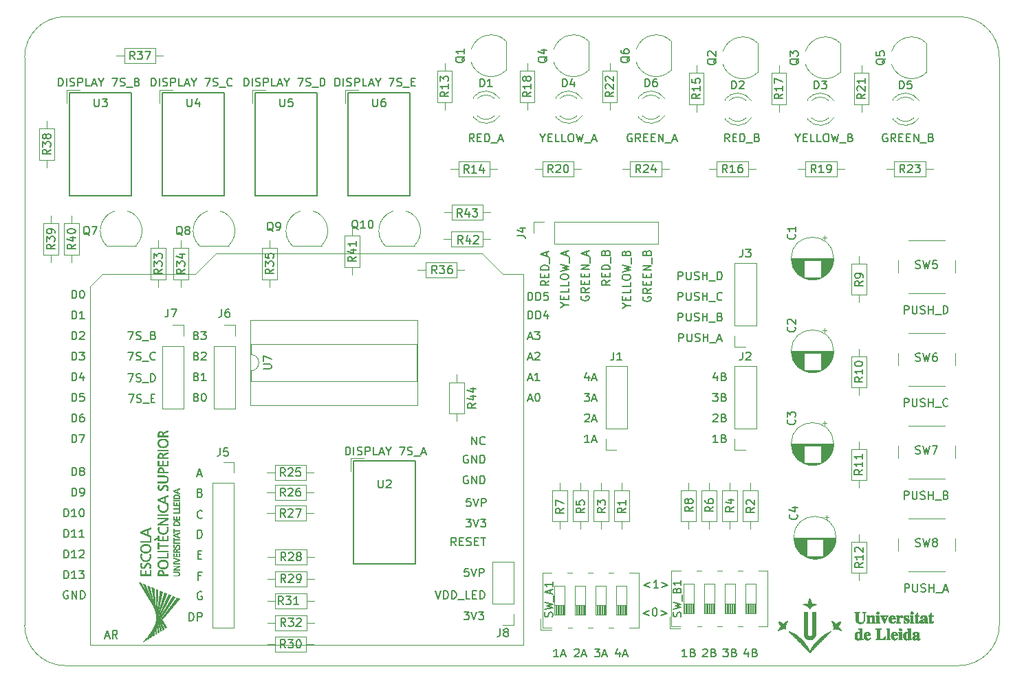
<source format=gbr>
G04 #@! TF.GenerationSoftware,KiCad,Pcbnew,(5.1.4)-1*
G04 #@! TF.CreationDate,2019-09-30T12:48:10+02:00*
G04 #@! TF.ProjectId,entrenador_v1,656e7472-656e-4616-946f-725f76312e6b,rev?*
G04 #@! TF.SameCoordinates,Original*
G04 #@! TF.FileFunction,Legend,Top*
G04 #@! TF.FilePolarity,Positive*
%FSLAX46Y46*%
G04 Gerber Fmt 4.6, Leading zero omitted, Abs format (unit mm)*
G04 Created by KiCad (PCBNEW (5.1.4)-1) date 2019-09-30 12:48:10*
%MOMM*%
%LPD*%
G04 APERTURE LIST*
%ADD10C,0.150000*%
%ADD11C,0.050000*%
%ADD12C,0.120000*%
%ADD13C,0.010000*%
G04 APERTURE END LIST*
D10*
X127586171Y-117765580D02*
X127919504Y-118765580D01*
X128252838Y-117765580D01*
X128586171Y-118765580D02*
X128586171Y-117765580D01*
X128824266Y-117765580D01*
X128967123Y-117813200D01*
X129062361Y-117908438D01*
X129109980Y-118003676D01*
X129157600Y-118194152D01*
X129157600Y-118337009D01*
X129109980Y-118527485D01*
X129062361Y-118622723D01*
X128967123Y-118717961D01*
X128824266Y-118765580D01*
X128586171Y-118765580D01*
X129586171Y-118765580D02*
X129586171Y-117765580D01*
X129824266Y-117765580D01*
X129967123Y-117813200D01*
X130062361Y-117908438D01*
X130109980Y-118003676D01*
X130157600Y-118194152D01*
X130157600Y-118337009D01*
X130109980Y-118527485D01*
X130062361Y-118622723D01*
X129967123Y-118717961D01*
X129824266Y-118765580D01*
X129586171Y-118765580D01*
X130348076Y-118860819D02*
X131109980Y-118860819D01*
X131824266Y-118765580D02*
X131348076Y-118765580D01*
X131348076Y-117765580D01*
X132157600Y-118241771D02*
X132490933Y-118241771D01*
X132633790Y-118765580D02*
X132157600Y-118765580D01*
X132157600Y-117765580D01*
X132633790Y-117765580D01*
X133062361Y-118765580D02*
X133062361Y-117765580D01*
X133300457Y-117765580D01*
X133443314Y-117813200D01*
X133538552Y-117908438D01*
X133586171Y-118003676D01*
X133633790Y-118194152D01*
X133633790Y-118337009D01*
X133586171Y-118527485D01*
X133538552Y-118622723D01*
X133443314Y-118717961D01*
X133300457Y-118765580D01*
X133062361Y-118765580D01*
X131095904Y-120356380D02*
X131714952Y-120356380D01*
X131381619Y-120737333D01*
X131524476Y-120737333D01*
X131619714Y-120784952D01*
X131667333Y-120832571D01*
X131714952Y-120927809D01*
X131714952Y-121165904D01*
X131667333Y-121261142D01*
X131619714Y-121308761D01*
X131524476Y-121356380D01*
X131238761Y-121356380D01*
X131143523Y-121308761D01*
X131095904Y-121261142D01*
X132000666Y-120356380D02*
X132334000Y-121356380D01*
X132667333Y-120356380D01*
X132905428Y-120356380D02*
X133524476Y-120356380D01*
X133191142Y-120737333D01*
X133334000Y-120737333D01*
X133429238Y-120784952D01*
X133476857Y-120832571D01*
X133524476Y-120927809D01*
X133524476Y-121165904D01*
X133476857Y-121261142D01*
X133429238Y-121308761D01*
X133334000Y-121356380D01*
X133048285Y-121356380D01*
X132953047Y-121308761D01*
X132905428Y-121261142D01*
X131643523Y-115022380D02*
X131167333Y-115022380D01*
X131119714Y-115498571D01*
X131167333Y-115450952D01*
X131262571Y-115403333D01*
X131500666Y-115403333D01*
X131595904Y-115450952D01*
X131643523Y-115498571D01*
X131691142Y-115593809D01*
X131691142Y-115831904D01*
X131643523Y-115927142D01*
X131595904Y-115974761D01*
X131500666Y-116022380D01*
X131262571Y-116022380D01*
X131167333Y-115974761D01*
X131119714Y-115927142D01*
X131976857Y-115022380D02*
X132310190Y-116022380D01*
X132643523Y-115022380D01*
X132976857Y-116022380D02*
X132976857Y-115022380D01*
X133357809Y-115022380D01*
X133453047Y-115070000D01*
X133500666Y-115117619D01*
X133548285Y-115212857D01*
X133548285Y-115355714D01*
X133500666Y-115450952D01*
X133453047Y-115498571D01*
X133357809Y-115546190D01*
X132976857Y-115546190D01*
X115237238Y-55570380D02*
X115237238Y-54570380D01*
X115475333Y-54570380D01*
X115618190Y-54618000D01*
X115713428Y-54713238D01*
X115761047Y-54808476D01*
X115808666Y-54998952D01*
X115808666Y-55141809D01*
X115761047Y-55332285D01*
X115713428Y-55427523D01*
X115618190Y-55522761D01*
X115475333Y-55570380D01*
X115237238Y-55570380D01*
X116237238Y-55570380D02*
X116237238Y-54570380D01*
X116665809Y-55522761D02*
X116808666Y-55570380D01*
X117046761Y-55570380D01*
X117142000Y-55522761D01*
X117189619Y-55475142D01*
X117237238Y-55379904D01*
X117237238Y-55284666D01*
X117189619Y-55189428D01*
X117142000Y-55141809D01*
X117046761Y-55094190D01*
X116856285Y-55046571D01*
X116761047Y-54998952D01*
X116713428Y-54951333D01*
X116665809Y-54856095D01*
X116665809Y-54760857D01*
X116713428Y-54665619D01*
X116761047Y-54618000D01*
X116856285Y-54570380D01*
X117094380Y-54570380D01*
X117237238Y-54618000D01*
X117665809Y-55570380D02*
X117665809Y-54570380D01*
X118046761Y-54570380D01*
X118142000Y-54618000D01*
X118189619Y-54665619D01*
X118237238Y-54760857D01*
X118237238Y-54903714D01*
X118189619Y-54998952D01*
X118142000Y-55046571D01*
X118046761Y-55094190D01*
X117665809Y-55094190D01*
X119142000Y-55570380D02*
X118665809Y-55570380D01*
X118665809Y-54570380D01*
X119427714Y-55284666D02*
X119903904Y-55284666D01*
X119332476Y-55570380D02*
X119665809Y-54570380D01*
X119999142Y-55570380D01*
X120522952Y-55094190D02*
X120522952Y-55570380D01*
X120189619Y-54570380D02*
X120522952Y-55094190D01*
X120856285Y-54570380D01*
X121856285Y-54570380D02*
X122522952Y-54570380D01*
X122094380Y-55570380D01*
X122856285Y-55522761D02*
X122999142Y-55570380D01*
X123237238Y-55570380D01*
X123332476Y-55522761D01*
X123380095Y-55475142D01*
X123427714Y-55379904D01*
X123427714Y-55284666D01*
X123380095Y-55189428D01*
X123332476Y-55141809D01*
X123237238Y-55094190D01*
X123046761Y-55046571D01*
X122951523Y-54998952D01*
X122903904Y-54951333D01*
X122856285Y-54856095D01*
X122856285Y-54760857D01*
X122903904Y-54665619D01*
X122951523Y-54618000D01*
X123046761Y-54570380D01*
X123284857Y-54570380D01*
X123427714Y-54618000D01*
X123618190Y-55665619D02*
X124380095Y-55665619D01*
X124618190Y-55046571D02*
X124951523Y-55046571D01*
X125094380Y-55570380D02*
X124618190Y-55570380D01*
X124618190Y-54570380D01*
X125094380Y-54570380D01*
X104013619Y-55570380D02*
X104013619Y-54570380D01*
X104251714Y-54570380D01*
X104394571Y-54618000D01*
X104489809Y-54713238D01*
X104537428Y-54808476D01*
X104585047Y-54998952D01*
X104585047Y-55141809D01*
X104537428Y-55332285D01*
X104489809Y-55427523D01*
X104394571Y-55522761D01*
X104251714Y-55570380D01*
X104013619Y-55570380D01*
X105013619Y-55570380D02*
X105013619Y-54570380D01*
X105442190Y-55522761D02*
X105585047Y-55570380D01*
X105823142Y-55570380D01*
X105918380Y-55522761D01*
X105966000Y-55475142D01*
X106013619Y-55379904D01*
X106013619Y-55284666D01*
X105966000Y-55189428D01*
X105918380Y-55141809D01*
X105823142Y-55094190D01*
X105632666Y-55046571D01*
X105537428Y-54998952D01*
X105489809Y-54951333D01*
X105442190Y-54856095D01*
X105442190Y-54760857D01*
X105489809Y-54665619D01*
X105537428Y-54618000D01*
X105632666Y-54570380D01*
X105870761Y-54570380D01*
X106013619Y-54618000D01*
X106442190Y-55570380D02*
X106442190Y-54570380D01*
X106823142Y-54570380D01*
X106918380Y-54618000D01*
X106966000Y-54665619D01*
X107013619Y-54760857D01*
X107013619Y-54903714D01*
X106966000Y-54998952D01*
X106918380Y-55046571D01*
X106823142Y-55094190D01*
X106442190Y-55094190D01*
X107918380Y-55570380D02*
X107442190Y-55570380D01*
X107442190Y-54570380D01*
X108204095Y-55284666D02*
X108680285Y-55284666D01*
X108108857Y-55570380D02*
X108442190Y-54570380D01*
X108775523Y-55570380D01*
X109299333Y-55094190D02*
X109299333Y-55570380D01*
X108966000Y-54570380D02*
X109299333Y-55094190D01*
X109632666Y-54570380D01*
X110632666Y-54570380D02*
X111299333Y-54570380D01*
X110870761Y-55570380D01*
X111632666Y-55522761D02*
X111775523Y-55570380D01*
X112013619Y-55570380D01*
X112108857Y-55522761D01*
X112156476Y-55475142D01*
X112204095Y-55379904D01*
X112204095Y-55284666D01*
X112156476Y-55189428D01*
X112108857Y-55141809D01*
X112013619Y-55094190D01*
X111823142Y-55046571D01*
X111727904Y-54998952D01*
X111680285Y-54951333D01*
X111632666Y-54856095D01*
X111632666Y-54760857D01*
X111680285Y-54665619D01*
X111727904Y-54618000D01*
X111823142Y-54570380D01*
X112061238Y-54570380D01*
X112204095Y-54618000D01*
X112394571Y-55665619D02*
X113156476Y-55665619D01*
X113394571Y-55570380D02*
X113394571Y-54570380D01*
X113632666Y-54570380D01*
X113775523Y-54618000D01*
X113870761Y-54713238D01*
X113918380Y-54808476D01*
X113966000Y-54998952D01*
X113966000Y-55141809D01*
X113918380Y-55332285D01*
X113870761Y-55427523D01*
X113775523Y-55522761D01*
X113632666Y-55570380D01*
X113394571Y-55570380D01*
X92583619Y-55570380D02*
X92583619Y-54570380D01*
X92821714Y-54570380D01*
X92964571Y-54618000D01*
X93059809Y-54713238D01*
X93107428Y-54808476D01*
X93155047Y-54998952D01*
X93155047Y-55141809D01*
X93107428Y-55332285D01*
X93059809Y-55427523D01*
X92964571Y-55522761D01*
X92821714Y-55570380D01*
X92583619Y-55570380D01*
X93583619Y-55570380D02*
X93583619Y-54570380D01*
X94012190Y-55522761D02*
X94155047Y-55570380D01*
X94393142Y-55570380D01*
X94488380Y-55522761D01*
X94536000Y-55475142D01*
X94583619Y-55379904D01*
X94583619Y-55284666D01*
X94536000Y-55189428D01*
X94488380Y-55141809D01*
X94393142Y-55094190D01*
X94202666Y-55046571D01*
X94107428Y-54998952D01*
X94059809Y-54951333D01*
X94012190Y-54856095D01*
X94012190Y-54760857D01*
X94059809Y-54665619D01*
X94107428Y-54618000D01*
X94202666Y-54570380D01*
X94440761Y-54570380D01*
X94583619Y-54618000D01*
X95012190Y-55570380D02*
X95012190Y-54570380D01*
X95393142Y-54570380D01*
X95488380Y-54618000D01*
X95536000Y-54665619D01*
X95583619Y-54760857D01*
X95583619Y-54903714D01*
X95536000Y-54998952D01*
X95488380Y-55046571D01*
X95393142Y-55094190D01*
X95012190Y-55094190D01*
X96488380Y-55570380D02*
X96012190Y-55570380D01*
X96012190Y-54570380D01*
X96774095Y-55284666D02*
X97250285Y-55284666D01*
X96678857Y-55570380D02*
X97012190Y-54570380D01*
X97345523Y-55570380D01*
X97869333Y-55094190D02*
X97869333Y-55570380D01*
X97536000Y-54570380D02*
X97869333Y-55094190D01*
X98202666Y-54570380D01*
X99202666Y-54570380D02*
X99869333Y-54570380D01*
X99440761Y-55570380D01*
X100202666Y-55522761D02*
X100345523Y-55570380D01*
X100583619Y-55570380D01*
X100678857Y-55522761D01*
X100726476Y-55475142D01*
X100774095Y-55379904D01*
X100774095Y-55284666D01*
X100726476Y-55189428D01*
X100678857Y-55141809D01*
X100583619Y-55094190D01*
X100393142Y-55046571D01*
X100297904Y-54998952D01*
X100250285Y-54951333D01*
X100202666Y-54856095D01*
X100202666Y-54760857D01*
X100250285Y-54665619D01*
X100297904Y-54618000D01*
X100393142Y-54570380D01*
X100631238Y-54570380D01*
X100774095Y-54618000D01*
X100964571Y-55665619D02*
X101726476Y-55665619D01*
X102536000Y-55475142D02*
X102488380Y-55522761D01*
X102345523Y-55570380D01*
X102250285Y-55570380D01*
X102107428Y-55522761D01*
X102012190Y-55427523D01*
X101964571Y-55332285D01*
X101916952Y-55141809D01*
X101916952Y-54998952D01*
X101964571Y-54808476D01*
X102012190Y-54713238D01*
X102107428Y-54618000D01*
X102250285Y-54570380D01*
X102345523Y-54570380D01*
X102488380Y-54618000D01*
X102536000Y-54665619D01*
X81153619Y-55570380D02*
X81153619Y-54570380D01*
X81391714Y-54570380D01*
X81534571Y-54618000D01*
X81629809Y-54713238D01*
X81677428Y-54808476D01*
X81725047Y-54998952D01*
X81725047Y-55141809D01*
X81677428Y-55332285D01*
X81629809Y-55427523D01*
X81534571Y-55522761D01*
X81391714Y-55570380D01*
X81153619Y-55570380D01*
X82153619Y-55570380D02*
X82153619Y-54570380D01*
X82582190Y-55522761D02*
X82725047Y-55570380D01*
X82963142Y-55570380D01*
X83058380Y-55522761D01*
X83106000Y-55475142D01*
X83153619Y-55379904D01*
X83153619Y-55284666D01*
X83106000Y-55189428D01*
X83058380Y-55141809D01*
X82963142Y-55094190D01*
X82772666Y-55046571D01*
X82677428Y-54998952D01*
X82629809Y-54951333D01*
X82582190Y-54856095D01*
X82582190Y-54760857D01*
X82629809Y-54665619D01*
X82677428Y-54618000D01*
X82772666Y-54570380D01*
X83010761Y-54570380D01*
X83153619Y-54618000D01*
X83582190Y-55570380D02*
X83582190Y-54570380D01*
X83963142Y-54570380D01*
X84058380Y-54618000D01*
X84106000Y-54665619D01*
X84153619Y-54760857D01*
X84153619Y-54903714D01*
X84106000Y-54998952D01*
X84058380Y-55046571D01*
X83963142Y-55094190D01*
X83582190Y-55094190D01*
X85058380Y-55570380D02*
X84582190Y-55570380D01*
X84582190Y-54570380D01*
X85344095Y-55284666D02*
X85820285Y-55284666D01*
X85248857Y-55570380D02*
X85582190Y-54570380D01*
X85915523Y-55570380D01*
X86439333Y-55094190D02*
X86439333Y-55570380D01*
X86106000Y-54570380D02*
X86439333Y-55094190D01*
X86772666Y-54570380D01*
X87772666Y-54570380D02*
X88439333Y-54570380D01*
X88010761Y-55570380D01*
X88772666Y-55522761D02*
X88915523Y-55570380D01*
X89153619Y-55570380D01*
X89248857Y-55522761D01*
X89296476Y-55475142D01*
X89344095Y-55379904D01*
X89344095Y-55284666D01*
X89296476Y-55189428D01*
X89248857Y-55141809D01*
X89153619Y-55094190D01*
X88963142Y-55046571D01*
X88867904Y-54998952D01*
X88820285Y-54951333D01*
X88772666Y-54856095D01*
X88772666Y-54760857D01*
X88820285Y-54665619D01*
X88867904Y-54618000D01*
X88963142Y-54570380D01*
X89201238Y-54570380D01*
X89344095Y-54618000D01*
X89534571Y-55665619D02*
X90296476Y-55665619D01*
X90867904Y-55046571D02*
X91010761Y-55094190D01*
X91058380Y-55141809D01*
X91106000Y-55237047D01*
X91106000Y-55379904D01*
X91058380Y-55475142D01*
X91010761Y-55522761D01*
X90915523Y-55570380D01*
X90534571Y-55570380D01*
X90534571Y-54570380D01*
X90867904Y-54570380D01*
X90963142Y-54618000D01*
X91010761Y-54665619D01*
X91058380Y-54760857D01*
X91058380Y-54856095D01*
X91010761Y-54951333D01*
X90963142Y-54998952D01*
X90867904Y-55046571D01*
X90534571Y-55046571D01*
X130119619Y-112212380D02*
X129786285Y-111736190D01*
X129548190Y-112212380D02*
X129548190Y-111212380D01*
X129929142Y-111212380D01*
X130024380Y-111260000D01*
X130072000Y-111307619D01*
X130119619Y-111402857D01*
X130119619Y-111545714D01*
X130072000Y-111640952D01*
X130024380Y-111688571D01*
X129929142Y-111736190D01*
X129548190Y-111736190D01*
X130548190Y-111688571D02*
X130881523Y-111688571D01*
X131024380Y-112212380D02*
X130548190Y-112212380D01*
X130548190Y-111212380D01*
X131024380Y-111212380D01*
X131405333Y-112164761D02*
X131548190Y-112212380D01*
X131786285Y-112212380D01*
X131881523Y-112164761D01*
X131929142Y-112117142D01*
X131976761Y-112021904D01*
X131976761Y-111926666D01*
X131929142Y-111831428D01*
X131881523Y-111783809D01*
X131786285Y-111736190D01*
X131595809Y-111688571D01*
X131500571Y-111640952D01*
X131452952Y-111593333D01*
X131405333Y-111498095D01*
X131405333Y-111402857D01*
X131452952Y-111307619D01*
X131500571Y-111260000D01*
X131595809Y-111212380D01*
X131833904Y-111212380D01*
X131976761Y-111260000D01*
X132405333Y-111688571D02*
X132738666Y-111688571D01*
X132881523Y-112212380D02*
X132405333Y-112212380D01*
X132405333Y-111212380D01*
X132881523Y-111212380D01*
X133167238Y-111212380D02*
X133738666Y-111212380D01*
X133452952Y-112212380D02*
X133452952Y-111212380D01*
X131349904Y-108926380D02*
X131968952Y-108926380D01*
X131635619Y-109307333D01*
X131778476Y-109307333D01*
X131873714Y-109354952D01*
X131921333Y-109402571D01*
X131968952Y-109497809D01*
X131968952Y-109735904D01*
X131921333Y-109831142D01*
X131873714Y-109878761D01*
X131778476Y-109926380D01*
X131492761Y-109926380D01*
X131397523Y-109878761D01*
X131349904Y-109831142D01*
X132254666Y-108926380D02*
X132588000Y-109926380D01*
X132921333Y-108926380D01*
X133159428Y-108926380D02*
X133778476Y-108926380D01*
X133445142Y-109307333D01*
X133588000Y-109307333D01*
X133683238Y-109354952D01*
X133730857Y-109402571D01*
X133778476Y-109497809D01*
X133778476Y-109735904D01*
X133730857Y-109831142D01*
X133683238Y-109878761D01*
X133588000Y-109926380D01*
X133302285Y-109926380D01*
X133207047Y-109878761D01*
X133159428Y-109831142D01*
X131897523Y-106386380D02*
X131421333Y-106386380D01*
X131373714Y-106862571D01*
X131421333Y-106814952D01*
X131516571Y-106767333D01*
X131754666Y-106767333D01*
X131849904Y-106814952D01*
X131897523Y-106862571D01*
X131945142Y-106957809D01*
X131945142Y-107195904D01*
X131897523Y-107291142D01*
X131849904Y-107338761D01*
X131754666Y-107386380D01*
X131516571Y-107386380D01*
X131421333Y-107338761D01*
X131373714Y-107291142D01*
X132230857Y-106386380D02*
X132564190Y-107386380D01*
X132897523Y-106386380D01*
X133230857Y-107386380D02*
X133230857Y-106386380D01*
X133611809Y-106386380D01*
X133707047Y-106434000D01*
X133754666Y-106481619D01*
X133802285Y-106576857D01*
X133802285Y-106719714D01*
X133754666Y-106814952D01*
X133707047Y-106862571D01*
X133611809Y-106910190D01*
X133230857Y-106910190D01*
X131572095Y-103640000D02*
X131476857Y-103592380D01*
X131334000Y-103592380D01*
X131191142Y-103640000D01*
X131095904Y-103735238D01*
X131048285Y-103830476D01*
X131000666Y-104020952D01*
X131000666Y-104163809D01*
X131048285Y-104354285D01*
X131095904Y-104449523D01*
X131191142Y-104544761D01*
X131334000Y-104592380D01*
X131429238Y-104592380D01*
X131572095Y-104544761D01*
X131619714Y-104497142D01*
X131619714Y-104163809D01*
X131429238Y-104163809D01*
X132048285Y-104592380D02*
X132048285Y-103592380D01*
X132619714Y-104592380D01*
X132619714Y-103592380D01*
X133095904Y-104592380D02*
X133095904Y-103592380D01*
X133334000Y-103592380D01*
X133476857Y-103640000D01*
X133572095Y-103735238D01*
X133619714Y-103830476D01*
X133667333Y-104020952D01*
X133667333Y-104163809D01*
X133619714Y-104354285D01*
X133572095Y-104449523D01*
X133476857Y-104544761D01*
X133334000Y-104592380D01*
X133095904Y-104592380D01*
X131572095Y-101100000D02*
X131476857Y-101052380D01*
X131334000Y-101052380D01*
X131191142Y-101100000D01*
X131095904Y-101195238D01*
X131048285Y-101290476D01*
X131000666Y-101480952D01*
X131000666Y-101623809D01*
X131048285Y-101814285D01*
X131095904Y-101909523D01*
X131191142Y-102004761D01*
X131334000Y-102052380D01*
X131429238Y-102052380D01*
X131572095Y-102004761D01*
X131619714Y-101957142D01*
X131619714Y-101623809D01*
X131429238Y-101623809D01*
X132048285Y-102052380D02*
X132048285Y-101052380D01*
X132619714Y-102052380D01*
X132619714Y-101052380D01*
X133095904Y-102052380D02*
X133095904Y-101052380D01*
X133334000Y-101052380D01*
X133476857Y-101100000D01*
X133572095Y-101195238D01*
X133619714Y-101290476D01*
X133667333Y-101480952D01*
X133667333Y-101623809D01*
X133619714Y-101814285D01*
X133572095Y-101909523D01*
X133476857Y-102004761D01*
X133334000Y-102052380D01*
X133095904Y-102052380D01*
X132056285Y-99766380D02*
X132056285Y-98766380D01*
X132627714Y-99766380D01*
X132627714Y-98766380D01*
X133675333Y-99671142D02*
X133627714Y-99718761D01*
X133484857Y-99766380D01*
X133389619Y-99766380D01*
X133246761Y-99718761D01*
X133151523Y-99623523D01*
X133103904Y-99528285D01*
X133056285Y-99337809D01*
X133056285Y-99194952D01*
X133103904Y-99004476D01*
X133151523Y-98909238D01*
X133246761Y-98814000D01*
X133389619Y-98766380D01*
X133484857Y-98766380D01*
X133627714Y-98814000D01*
X133675333Y-98861619D01*
X138985714Y-94146666D02*
X139461904Y-94146666D01*
X138890476Y-94432380D02*
X139223809Y-93432380D01*
X139557142Y-94432380D01*
X140080952Y-93432380D02*
X140176190Y-93432380D01*
X140271428Y-93480000D01*
X140319047Y-93527619D01*
X140366666Y-93622857D01*
X140414285Y-93813333D01*
X140414285Y-94051428D01*
X140366666Y-94241904D01*
X140319047Y-94337142D01*
X140271428Y-94384761D01*
X140176190Y-94432380D01*
X140080952Y-94432380D01*
X139985714Y-94384761D01*
X139938095Y-94337142D01*
X139890476Y-94241904D01*
X139842857Y-94051428D01*
X139842857Y-93813333D01*
X139890476Y-93622857D01*
X139938095Y-93527619D01*
X139985714Y-93480000D01*
X140080952Y-93432380D01*
X138985714Y-91606666D02*
X139461904Y-91606666D01*
X138890476Y-91892380D02*
X139223809Y-90892380D01*
X139557142Y-91892380D01*
X140414285Y-91892380D02*
X139842857Y-91892380D01*
X140128571Y-91892380D02*
X140128571Y-90892380D01*
X140033333Y-91035238D01*
X139938095Y-91130476D01*
X139842857Y-91178095D01*
X138985714Y-89066666D02*
X139461904Y-89066666D01*
X138890476Y-89352380D02*
X139223809Y-88352380D01*
X139557142Y-89352380D01*
X139842857Y-88447619D02*
X139890476Y-88400000D01*
X139985714Y-88352380D01*
X140223809Y-88352380D01*
X140319047Y-88400000D01*
X140366666Y-88447619D01*
X140414285Y-88542857D01*
X140414285Y-88638095D01*
X140366666Y-88780952D01*
X139795238Y-89352380D01*
X140414285Y-89352380D01*
X138985714Y-86526666D02*
X139461904Y-86526666D01*
X138890476Y-86812380D02*
X139223809Y-85812380D01*
X139557142Y-86812380D01*
X139795238Y-85812380D02*
X140414285Y-85812380D01*
X140080952Y-86193333D01*
X140223809Y-86193333D01*
X140319047Y-86240952D01*
X140366666Y-86288571D01*
X140414285Y-86383809D01*
X140414285Y-86621904D01*
X140366666Y-86717142D01*
X140319047Y-86764761D01*
X140223809Y-86812380D01*
X139938095Y-86812380D01*
X139842857Y-86764761D01*
X139795238Y-86717142D01*
X138969904Y-84272380D02*
X138969904Y-83272380D01*
X139208000Y-83272380D01*
X139350857Y-83320000D01*
X139446095Y-83415238D01*
X139493714Y-83510476D01*
X139541333Y-83700952D01*
X139541333Y-83843809D01*
X139493714Y-84034285D01*
X139446095Y-84129523D01*
X139350857Y-84224761D01*
X139208000Y-84272380D01*
X138969904Y-84272380D01*
X139969904Y-84272380D02*
X139969904Y-83272380D01*
X140208000Y-83272380D01*
X140350857Y-83320000D01*
X140446095Y-83415238D01*
X140493714Y-83510476D01*
X140541333Y-83700952D01*
X140541333Y-83843809D01*
X140493714Y-84034285D01*
X140446095Y-84129523D01*
X140350857Y-84224761D01*
X140208000Y-84272380D01*
X139969904Y-84272380D01*
X141398476Y-83605714D02*
X141398476Y-84272380D01*
X141160380Y-83224761D02*
X140922285Y-83939047D01*
X141541333Y-83939047D01*
X138969904Y-81986380D02*
X138969904Y-80986380D01*
X139208000Y-80986380D01*
X139350857Y-81034000D01*
X139446095Y-81129238D01*
X139493714Y-81224476D01*
X139541333Y-81414952D01*
X139541333Y-81557809D01*
X139493714Y-81748285D01*
X139446095Y-81843523D01*
X139350857Y-81938761D01*
X139208000Y-81986380D01*
X138969904Y-81986380D01*
X139969904Y-81986380D02*
X139969904Y-80986380D01*
X140208000Y-80986380D01*
X140350857Y-81034000D01*
X140446095Y-81129238D01*
X140493714Y-81224476D01*
X140541333Y-81414952D01*
X140541333Y-81557809D01*
X140493714Y-81748285D01*
X140446095Y-81843523D01*
X140350857Y-81938761D01*
X140208000Y-81986380D01*
X139969904Y-81986380D01*
X141446095Y-80986380D02*
X140969904Y-80986380D01*
X140922285Y-81462571D01*
X140969904Y-81414952D01*
X141065142Y-81367333D01*
X141303238Y-81367333D01*
X141398476Y-81414952D01*
X141446095Y-81462571D01*
X141493714Y-81557809D01*
X141493714Y-81795904D01*
X141446095Y-81891142D01*
X141398476Y-81938761D01*
X141303238Y-81986380D01*
X141065142Y-81986380D01*
X140969904Y-81938761D01*
X140922285Y-81891142D01*
X89797142Y-93559380D02*
X90463809Y-93559380D01*
X90035238Y-94559380D01*
X90797142Y-94511761D02*
X90940000Y-94559380D01*
X91178095Y-94559380D01*
X91273333Y-94511761D01*
X91320952Y-94464142D01*
X91368571Y-94368904D01*
X91368571Y-94273666D01*
X91320952Y-94178428D01*
X91273333Y-94130809D01*
X91178095Y-94083190D01*
X90987619Y-94035571D01*
X90892380Y-93987952D01*
X90844761Y-93940333D01*
X90797142Y-93845095D01*
X90797142Y-93749857D01*
X90844761Y-93654619D01*
X90892380Y-93607000D01*
X90987619Y-93559380D01*
X91225714Y-93559380D01*
X91368571Y-93607000D01*
X91559047Y-94654619D02*
X92320952Y-94654619D01*
X92559047Y-94035571D02*
X92892380Y-94035571D01*
X93035238Y-94559380D02*
X92559047Y-94559380D01*
X92559047Y-93559380D01*
X93035238Y-93559380D01*
X89749523Y-91019380D02*
X90416190Y-91019380D01*
X89987619Y-92019380D01*
X90749523Y-91971761D02*
X90892380Y-92019380D01*
X91130476Y-92019380D01*
X91225714Y-91971761D01*
X91273333Y-91924142D01*
X91320952Y-91828904D01*
X91320952Y-91733666D01*
X91273333Y-91638428D01*
X91225714Y-91590809D01*
X91130476Y-91543190D01*
X90940000Y-91495571D01*
X90844761Y-91447952D01*
X90797142Y-91400333D01*
X90749523Y-91305095D01*
X90749523Y-91209857D01*
X90797142Y-91114619D01*
X90844761Y-91067000D01*
X90940000Y-91019380D01*
X91178095Y-91019380D01*
X91320952Y-91067000D01*
X91511428Y-92114619D02*
X92273333Y-92114619D01*
X92511428Y-92019380D02*
X92511428Y-91019380D01*
X92749523Y-91019380D01*
X92892380Y-91067000D01*
X92987619Y-91162238D01*
X93035238Y-91257476D01*
X93082857Y-91447952D01*
X93082857Y-91590809D01*
X93035238Y-91781285D01*
X92987619Y-91876523D01*
X92892380Y-91971761D01*
X92749523Y-92019380D01*
X92511428Y-92019380D01*
X89749523Y-88352380D02*
X90416190Y-88352380D01*
X89987619Y-89352380D01*
X90749523Y-89304761D02*
X90892380Y-89352380D01*
X91130476Y-89352380D01*
X91225714Y-89304761D01*
X91273333Y-89257142D01*
X91320952Y-89161904D01*
X91320952Y-89066666D01*
X91273333Y-88971428D01*
X91225714Y-88923809D01*
X91130476Y-88876190D01*
X90940000Y-88828571D01*
X90844761Y-88780952D01*
X90797142Y-88733333D01*
X90749523Y-88638095D01*
X90749523Y-88542857D01*
X90797142Y-88447619D01*
X90844761Y-88400000D01*
X90940000Y-88352380D01*
X91178095Y-88352380D01*
X91320952Y-88400000D01*
X91511428Y-89447619D02*
X92273333Y-89447619D01*
X93082857Y-89257142D02*
X93035238Y-89304761D01*
X92892380Y-89352380D01*
X92797142Y-89352380D01*
X92654285Y-89304761D01*
X92559047Y-89209523D01*
X92511428Y-89114285D01*
X92463809Y-88923809D01*
X92463809Y-88780952D01*
X92511428Y-88590476D01*
X92559047Y-88495238D01*
X92654285Y-88400000D01*
X92797142Y-88352380D01*
X92892380Y-88352380D01*
X93035238Y-88400000D01*
X93082857Y-88447619D01*
X89749523Y-85812380D02*
X90416190Y-85812380D01*
X89987619Y-86812380D01*
X90749523Y-86764761D02*
X90892380Y-86812380D01*
X91130476Y-86812380D01*
X91225714Y-86764761D01*
X91273333Y-86717142D01*
X91320952Y-86621904D01*
X91320952Y-86526666D01*
X91273333Y-86431428D01*
X91225714Y-86383809D01*
X91130476Y-86336190D01*
X90940000Y-86288571D01*
X90844761Y-86240952D01*
X90797142Y-86193333D01*
X90749523Y-86098095D01*
X90749523Y-86002857D01*
X90797142Y-85907619D01*
X90844761Y-85860000D01*
X90940000Y-85812380D01*
X91178095Y-85812380D01*
X91320952Y-85860000D01*
X91511428Y-86907619D02*
X92273333Y-86907619D01*
X92844761Y-86288571D02*
X92987619Y-86336190D01*
X93035238Y-86383809D01*
X93082857Y-86479047D01*
X93082857Y-86621904D01*
X93035238Y-86717142D01*
X92987619Y-86764761D01*
X92892380Y-86812380D01*
X92511428Y-86812380D01*
X92511428Y-85812380D01*
X92844761Y-85812380D01*
X92940000Y-85860000D01*
X92987619Y-85907619D01*
X93035238Y-86002857D01*
X93035238Y-86098095D01*
X92987619Y-86193333D01*
X92940000Y-86240952D01*
X92844761Y-86288571D01*
X92511428Y-86288571D01*
X98147238Y-86288571D02*
X98290095Y-86336190D01*
X98337714Y-86383809D01*
X98385333Y-86479047D01*
X98385333Y-86621904D01*
X98337714Y-86717142D01*
X98290095Y-86764761D01*
X98194857Y-86812380D01*
X97813904Y-86812380D01*
X97813904Y-85812380D01*
X98147238Y-85812380D01*
X98242476Y-85860000D01*
X98290095Y-85907619D01*
X98337714Y-86002857D01*
X98337714Y-86098095D01*
X98290095Y-86193333D01*
X98242476Y-86240952D01*
X98147238Y-86288571D01*
X97813904Y-86288571D01*
X98718666Y-85812380D02*
X99337714Y-85812380D01*
X99004380Y-86193333D01*
X99147238Y-86193333D01*
X99242476Y-86240952D01*
X99290095Y-86288571D01*
X99337714Y-86383809D01*
X99337714Y-86621904D01*
X99290095Y-86717142D01*
X99242476Y-86764761D01*
X99147238Y-86812380D01*
X98861523Y-86812380D01*
X98766285Y-86764761D01*
X98718666Y-86717142D01*
X98147238Y-93908571D02*
X98290095Y-93956190D01*
X98337714Y-94003809D01*
X98385333Y-94099047D01*
X98385333Y-94241904D01*
X98337714Y-94337142D01*
X98290095Y-94384761D01*
X98194857Y-94432380D01*
X97813904Y-94432380D01*
X97813904Y-93432380D01*
X98147238Y-93432380D01*
X98242476Y-93480000D01*
X98290095Y-93527619D01*
X98337714Y-93622857D01*
X98337714Y-93718095D01*
X98290095Y-93813333D01*
X98242476Y-93860952D01*
X98147238Y-93908571D01*
X97813904Y-93908571D01*
X99004380Y-93432380D02*
X99099619Y-93432380D01*
X99194857Y-93480000D01*
X99242476Y-93527619D01*
X99290095Y-93622857D01*
X99337714Y-93813333D01*
X99337714Y-94051428D01*
X99290095Y-94241904D01*
X99242476Y-94337142D01*
X99194857Y-94384761D01*
X99099619Y-94432380D01*
X99004380Y-94432380D01*
X98909142Y-94384761D01*
X98861523Y-94337142D01*
X98813904Y-94241904D01*
X98766285Y-94051428D01*
X98766285Y-93813333D01*
X98813904Y-93622857D01*
X98861523Y-93527619D01*
X98909142Y-93480000D01*
X99004380Y-93432380D01*
X98147238Y-91368571D02*
X98290095Y-91416190D01*
X98337714Y-91463809D01*
X98385333Y-91559047D01*
X98385333Y-91701904D01*
X98337714Y-91797142D01*
X98290095Y-91844761D01*
X98194857Y-91892380D01*
X97813904Y-91892380D01*
X97813904Y-90892380D01*
X98147238Y-90892380D01*
X98242476Y-90940000D01*
X98290095Y-90987619D01*
X98337714Y-91082857D01*
X98337714Y-91178095D01*
X98290095Y-91273333D01*
X98242476Y-91320952D01*
X98147238Y-91368571D01*
X97813904Y-91368571D01*
X99337714Y-91892380D02*
X98766285Y-91892380D01*
X99052000Y-91892380D02*
X99052000Y-90892380D01*
X98956761Y-91035238D01*
X98861523Y-91130476D01*
X98766285Y-91178095D01*
X98147238Y-88828571D02*
X98290095Y-88876190D01*
X98337714Y-88923809D01*
X98385333Y-89019047D01*
X98385333Y-89161904D01*
X98337714Y-89257142D01*
X98290095Y-89304761D01*
X98194857Y-89352380D01*
X97813904Y-89352380D01*
X97813904Y-88352380D01*
X98147238Y-88352380D01*
X98242476Y-88400000D01*
X98290095Y-88447619D01*
X98337714Y-88542857D01*
X98337714Y-88638095D01*
X98290095Y-88733333D01*
X98242476Y-88780952D01*
X98147238Y-88828571D01*
X97813904Y-88828571D01*
X98766285Y-88447619D02*
X98813904Y-88400000D01*
X98909142Y-88352380D01*
X99147238Y-88352380D01*
X99242476Y-88400000D01*
X99290095Y-88447619D01*
X99337714Y-88542857D01*
X99337714Y-88638095D01*
X99290095Y-88780952D01*
X98718666Y-89352380D01*
X99337714Y-89352380D01*
X86930004Y-123382066D02*
X87406195Y-123382066D01*
X86834766Y-123667780D02*
X87168100Y-122667780D01*
X87501433Y-123667780D01*
X88406195Y-123667780D02*
X88072861Y-123191590D01*
X87834766Y-123667780D02*
X87834766Y-122667780D01*
X88215719Y-122667780D01*
X88310957Y-122715400D01*
X88358576Y-122763019D01*
X88406195Y-122858257D01*
X88406195Y-123001114D01*
X88358576Y-123096352D01*
X88310957Y-123143971D01*
X88215719Y-123191590D01*
X87834766Y-123191590D01*
X81843714Y-116276380D02*
X81843714Y-115276380D01*
X82081809Y-115276380D01*
X82224666Y-115324000D01*
X82319904Y-115419238D01*
X82367523Y-115514476D01*
X82415142Y-115704952D01*
X82415142Y-115847809D01*
X82367523Y-116038285D01*
X82319904Y-116133523D01*
X82224666Y-116228761D01*
X82081809Y-116276380D01*
X81843714Y-116276380D01*
X83367523Y-116276380D02*
X82796095Y-116276380D01*
X83081809Y-116276380D02*
X83081809Y-115276380D01*
X82986571Y-115419238D01*
X82891333Y-115514476D01*
X82796095Y-115562095D01*
X83700857Y-115276380D02*
X84319904Y-115276380D01*
X83986571Y-115657333D01*
X84129428Y-115657333D01*
X84224666Y-115704952D01*
X84272285Y-115752571D01*
X84319904Y-115847809D01*
X84319904Y-116085904D01*
X84272285Y-116181142D01*
X84224666Y-116228761D01*
X84129428Y-116276380D01*
X83843714Y-116276380D01*
X83748476Y-116228761D01*
X83700857Y-116181142D01*
X82346895Y-117825900D02*
X82251657Y-117778280D01*
X82108800Y-117778280D01*
X81965942Y-117825900D01*
X81870704Y-117921138D01*
X81823085Y-118016376D01*
X81775466Y-118206852D01*
X81775466Y-118349709D01*
X81823085Y-118540185D01*
X81870704Y-118635423D01*
X81965942Y-118730661D01*
X82108800Y-118778280D01*
X82204038Y-118778280D01*
X82346895Y-118730661D01*
X82394514Y-118683042D01*
X82394514Y-118349709D01*
X82204038Y-118349709D01*
X82823085Y-118778280D02*
X82823085Y-117778280D01*
X83394514Y-118778280D01*
X83394514Y-117778280D01*
X83870704Y-118778280D02*
X83870704Y-117778280D01*
X84108800Y-117778280D01*
X84251657Y-117825900D01*
X84346895Y-117921138D01*
X84394514Y-118016376D01*
X84442133Y-118206852D01*
X84442133Y-118349709D01*
X84394514Y-118540185D01*
X84346895Y-118635423D01*
X84251657Y-118730661D01*
X84108800Y-118778280D01*
X83870704Y-118778280D01*
X81843714Y-113736380D02*
X81843714Y-112736380D01*
X82081809Y-112736380D01*
X82224666Y-112784000D01*
X82319904Y-112879238D01*
X82367523Y-112974476D01*
X82415142Y-113164952D01*
X82415142Y-113307809D01*
X82367523Y-113498285D01*
X82319904Y-113593523D01*
X82224666Y-113688761D01*
X82081809Y-113736380D01*
X81843714Y-113736380D01*
X83367523Y-113736380D02*
X82796095Y-113736380D01*
X83081809Y-113736380D02*
X83081809Y-112736380D01*
X82986571Y-112879238D01*
X82891333Y-112974476D01*
X82796095Y-113022095D01*
X83748476Y-112831619D02*
X83796095Y-112784000D01*
X83891333Y-112736380D01*
X84129428Y-112736380D01*
X84224666Y-112784000D01*
X84272285Y-112831619D01*
X84319904Y-112926857D01*
X84319904Y-113022095D01*
X84272285Y-113164952D01*
X83700857Y-113736380D01*
X84319904Y-113736380D01*
X81843714Y-111196380D02*
X81843714Y-110196380D01*
X82081809Y-110196380D01*
X82224666Y-110244000D01*
X82319904Y-110339238D01*
X82367523Y-110434476D01*
X82415142Y-110624952D01*
X82415142Y-110767809D01*
X82367523Y-110958285D01*
X82319904Y-111053523D01*
X82224666Y-111148761D01*
X82081809Y-111196380D01*
X81843714Y-111196380D01*
X83367523Y-111196380D02*
X82796095Y-111196380D01*
X83081809Y-111196380D02*
X83081809Y-110196380D01*
X82986571Y-110339238D01*
X82891333Y-110434476D01*
X82796095Y-110482095D01*
X84319904Y-111196380D02*
X83748476Y-111196380D01*
X84034190Y-111196380D02*
X84034190Y-110196380D01*
X83938952Y-110339238D01*
X83843714Y-110434476D01*
X83748476Y-110482095D01*
X81843714Y-108656380D02*
X81843714Y-107656380D01*
X82081809Y-107656380D01*
X82224666Y-107704000D01*
X82319904Y-107799238D01*
X82367523Y-107894476D01*
X82415142Y-108084952D01*
X82415142Y-108227809D01*
X82367523Y-108418285D01*
X82319904Y-108513523D01*
X82224666Y-108608761D01*
X82081809Y-108656380D01*
X81843714Y-108656380D01*
X83367523Y-108656380D02*
X82796095Y-108656380D01*
X83081809Y-108656380D02*
X83081809Y-107656380D01*
X82986571Y-107799238D01*
X82891333Y-107894476D01*
X82796095Y-107942095D01*
X83986571Y-107656380D02*
X84081809Y-107656380D01*
X84177047Y-107704000D01*
X84224666Y-107751619D01*
X84272285Y-107846857D01*
X84319904Y-108037333D01*
X84319904Y-108275428D01*
X84272285Y-108465904D01*
X84224666Y-108561142D01*
X84177047Y-108608761D01*
X84081809Y-108656380D01*
X83986571Y-108656380D01*
X83891333Y-108608761D01*
X83843714Y-108561142D01*
X83796095Y-108465904D01*
X83748476Y-108275428D01*
X83748476Y-108037333D01*
X83796095Y-107846857D01*
X83843714Y-107751619D01*
X83891333Y-107704000D01*
X83986571Y-107656380D01*
X82827904Y-106116380D02*
X82827904Y-105116380D01*
X83066000Y-105116380D01*
X83208857Y-105164000D01*
X83304095Y-105259238D01*
X83351714Y-105354476D01*
X83399333Y-105544952D01*
X83399333Y-105687809D01*
X83351714Y-105878285D01*
X83304095Y-105973523D01*
X83208857Y-106068761D01*
X83066000Y-106116380D01*
X82827904Y-106116380D01*
X83875523Y-106116380D02*
X84066000Y-106116380D01*
X84161238Y-106068761D01*
X84208857Y-106021142D01*
X84304095Y-105878285D01*
X84351714Y-105687809D01*
X84351714Y-105306857D01*
X84304095Y-105211619D01*
X84256476Y-105164000D01*
X84161238Y-105116380D01*
X83970761Y-105116380D01*
X83875523Y-105164000D01*
X83827904Y-105211619D01*
X83780285Y-105306857D01*
X83780285Y-105544952D01*
X83827904Y-105640190D01*
X83875523Y-105687809D01*
X83970761Y-105735428D01*
X84161238Y-105735428D01*
X84256476Y-105687809D01*
X84304095Y-105640190D01*
X84351714Y-105544952D01*
X82827904Y-103576380D02*
X82827904Y-102576380D01*
X83066000Y-102576380D01*
X83208857Y-102624000D01*
X83304095Y-102719238D01*
X83351714Y-102814476D01*
X83399333Y-103004952D01*
X83399333Y-103147809D01*
X83351714Y-103338285D01*
X83304095Y-103433523D01*
X83208857Y-103528761D01*
X83066000Y-103576380D01*
X82827904Y-103576380D01*
X83970761Y-103004952D02*
X83875523Y-102957333D01*
X83827904Y-102909714D01*
X83780285Y-102814476D01*
X83780285Y-102766857D01*
X83827904Y-102671619D01*
X83875523Y-102624000D01*
X83970761Y-102576380D01*
X84161238Y-102576380D01*
X84256476Y-102624000D01*
X84304095Y-102671619D01*
X84351714Y-102766857D01*
X84351714Y-102814476D01*
X84304095Y-102909714D01*
X84256476Y-102957333D01*
X84161238Y-103004952D01*
X83970761Y-103004952D01*
X83875523Y-103052571D01*
X83827904Y-103100190D01*
X83780285Y-103195428D01*
X83780285Y-103385904D01*
X83827904Y-103481142D01*
X83875523Y-103528761D01*
X83970761Y-103576380D01*
X84161238Y-103576380D01*
X84256476Y-103528761D01*
X84304095Y-103481142D01*
X84351714Y-103385904D01*
X84351714Y-103195428D01*
X84304095Y-103100190D01*
X84256476Y-103052571D01*
X84161238Y-103004952D01*
X82827904Y-99512380D02*
X82827904Y-98512380D01*
X83066000Y-98512380D01*
X83208857Y-98560000D01*
X83304095Y-98655238D01*
X83351714Y-98750476D01*
X83399333Y-98940952D01*
X83399333Y-99083809D01*
X83351714Y-99274285D01*
X83304095Y-99369523D01*
X83208857Y-99464761D01*
X83066000Y-99512380D01*
X82827904Y-99512380D01*
X83732666Y-98512380D02*
X84399333Y-98512380D01*
X83970761Y-99512380D01*
X82827904Y-96972380D02*
X82827904Y-95972380D01*
X83066000Y-95972380D01*
X83208857Y-96020000D01*
X83304095Y-96115238D01*
X83351714Y-96210476D01*
X83399333Y-96400952D01*
X83399333Y-96543809D01*
X83351714Y-96734285D01*
X83304095Y-96829523D01*
X83208857Y-96924761D01*
X83066000Y-96972380D01*
X82827904Y-96972380D01*
X84256476Y-95972380D02*
X84066000Y-95972380D01*
X83970761Y-96020000D01*
X83923142Y-96067619D01*
X83827904Y-96210476D01*
X83780285Y-96400952D01*
X83780285Y-96781904D01*
X83827904Y-96877142D01*
X83875523Y-96924761D01*
X83970761Y-96972380D01*
X84161238Y-96972380D01*
X84256476Y-96924761D01*
X84304095Y-96877142D01*
X84351714Y-96781904D01*
X84351714Y-96543809D01*
X84304095Y-96448571D01*
X84256476Y-96400952D01*
X84161238Y-96353333D01*
X83970761Y-96353333D01*
X83875523Y-96400952D01*
X83827904Y-96448571D01*
X83780285Y-96543809D01*
X82827904Y-94432380D02*
X82827904Y-93432380D01*
X83066000Y-93432380D01*
X83208857Y-93480000D01*
X83304095Y-93575238D01*
X83351714Y-93670476D01*
X83399333Y-93860952D01*
X83399333Y-94003809D01*
X83351714Y-94194285D01*
X83304095Y-94289523D01*
X83208857Y-94384761D01*
X83066000Y-94432380D01*
X82827904Y-94432380D01*
X84304095Y-93432380D02*
X83827904Y-93432380D01*
X83780285Y-93908571D01*
X83827904Y-93860952D01*
X83923142Y-93813333D01*
X84161238Y-93813333D01*
X84256476Y-93860952D01*
X84304095Y-93908571D01*
X84351714Y-94003809D01*
X84351714Y-94241904D01*
X84304095Y-94337142D01*
X84256476Y-94384761D01*
X84161238Y-94432380D01*
X83923142Y-94432380D01*
X83827904Y-94384761D01*
X83780285Y-94337142D01*
X82827904Y-91892380D02*
X82827904Y-90892380D01*
X83066000Y-90892380D01*
X83208857Y-90940000D01*
X83304095Y-91035238D01*
X83351714Y-91130476D01*
X83399333Y-91320952D01*
X83399333Y-91463809D01*
X83351714Y-91654285D01*
X83304095Y-91749523D01*
X83208857Y-91844761D01*
X83066000Y-91892380D01*
X82827904Y-91892380D01*
X84256476Y-91225714D02*
X84256476Y-91892380D01*
X84018380Y-90844761D02*
X83780285Y-91559047D01*
X84399333Y-91559047D01*
X82827904Y-89352380D02*
X82827904Y-88352380D01*
X83066000Y-88352380D01*
X83208857Y-88400000D01*
X83304095Y-88495238D01*
X83351714Y-88590476D01*
X83399333Y-88780952D01*
X83399333Y-88923809D01*
X83351714Y-89114285D01*
X83304095Y-89209523D01*
X83208857Y-89304761D01*
X83066000Y-89352380D01*
X82827904Y-89352380D01*
X83732666Y-88352380D02*
X84351714Y-88352380D01*
X84018380Y-88733333D01*
X84161238Y-88733333D01*
X84256476Y-88780952D01*
X84304095Y-88828571D01*
X84351714Y-88923809D01*
X84351714Y-89161904D01*
X84304095Y-89257142D01*
X84256476Y-89304761D01*
X84161238Y-89352380D01*
X83875523Y-89352380D01*
X83780285Y-89304761D01*
X83732666Y-89257142D01*
X82827904Y-86812380D02*
X82827904Y-85812380D01*
X83066000Y-85812380D01*
X83208857Y-85860000D01*
X83304095Y-85955238D01*
X83351714Y-86050476D01*
X83399333Y-86240952D01*
X83399333Y-86383809D01*
X83351714Y-86574285D01*
X83304095Y-86669523D01*
X83208857Y-86764761D01*
X83066000Y-86812380D01*
X82827904Y-86812380D01*
X83780285Y-85907619D02*
X83827904Y-85860000D01*
X83923142Y-85812380D01*
X84161238Y-85812380D01*
X84256476Y-85860000D01*
X84304095Y-85907619D01*
X84351714Y-86002857D01*
X84351714Y-86098095D01*
X84304095Y-86240952D01*
X83732666Y-86812380D01*
X84351714Y-86812380D01*
X116531047Y-101036380D02*
X116531047Y-100036380D01*
X116769142Y-100036380D01*
X116912000Y-100084000D01*
X117007238Y-100179238D01*
X117054857Y-100274476D01*
X117102476Y-100464952D01*
X117102476Y-100607809D01*
X117054857Y-100798285D01*
X117007238Y-100893523D01*
X116912000Y-100988761D01*
X116769142Y-101036380D01*
X116531047Y-101036380D01*
X117531047Y-101036380D02*
X117531047Y-100036380D01*
X117959619Y-100988761D02*
X118102476Y-101036380D01*
X118340571Y-101036380D01*
X118435809Y-100988761D01*
X118483428Y-100941142D01*
X118531047Y-100845904D01*
X118531047Y-100750666D01*
X118483428Y-100655428D01*
X118435809Y-100607809D01*
X118340571Y-100560190D01*
X118150095Y-100512571D01*
X118054857Y-100464952D01*
X118007238Y-100417333D01*
X117959619Y-100322095D01*
X117959619Y-100226857D01*
X118007238Y-100131619D01*
X118054857Y-100084000D01*
X118150095Y-100036380D01*
X118388190Y-100036380D01*
X118531047Y-100084000D01*
X118959619Y-101036380D02*
X118959619Y-100036380D01*
X119340571Y-100036380D01*
X119435809Y-100084000D01*
X119483428Y-100131619D01*
X119531047Y-100226857D01*
X119531047Y-100369714D01*
X119483428Y-100464952D01*
X119435809Y-100512571D01*
X119340571Y-100560190D01*
X118959619Y-100560190D01*
X120435809Y-101036380D02*
X119959619Y-101036380D01*
X119959619Y-100036380D01*
X120721523Y-100750666D02*
X121197714Y-100750666D01*
X120626285Y-101036380D02*
X120959619Y-100036380D01*
X121292952Y-101036380D01*
X121816761Y-100560190D02*
X121816761Y-101036380D01*
X121483428Y-100036380D02*
X121816761Y-100560190D01*
X122150095Y-100036380D01*
X123150095Y-100036380D02*
X123816761Y-100036380D01*
X123388190Y-101036380D01*
X124150095Y-100988761D02*
X124292952Y-101036380D01*
X124531047Y-101036380D01*
X124626285Y-100988761D01*
X124673904Y-100941142D01*
X124721523Y-100845904D01*
X124721523Y-100750666D01*
X124673904Y-100655428D01*
X124626285Y-100607809D01*
X124531047Y-100560190D01*
X124340571Y-100512571D01*
X124245333Y-100464952D01*
X124197714Y-100417333D01*
X124150095Y-100322095D01*
X124150095Y-100226857D01*
X124197714Y-100131619D01*
X124245333Y-100084000D01*
X124340571Y-100036380D01*
X124578666Y-100036380D01*
X124721523Y-100084000D01*
X124912000Y-101131619D02*
X125673904Y-101131619D01*
X125864380Y-100750666D02*
X126340571Y-100750666D01*
X125769142Y-101036380D02*
X126102476Y-100036380D01*
X126435809Y-101036380D01*
X97282095Y-121483380D02*
X97282095Y-120483380D01*
X97520190Y-120483380D01*
X97663047Y-120531000D01*
X97758285Y-120626238D01*
X97805904Y-120721476D01*
X97853523Y-120911952D01*
X97853523Y-121054809D01*
X97805904Y-121245285D01*
X97758285Y-121340523D01*
X97663047Y-121435761D01*
X97520190Y-121483380D01*
X97282095Y-121483380D01*
X98282095Y-121483380D02*
X98282095Y-120483380D01*
X98663047Y-120483380D01*
X98758285Y-120531000D01*
X98805904Y-120578619D01*
X98853523Y-120673857D01*
X98853523Y-120816714D01*
X98805904Y-120911952D01*
X98758285Y-120959571D01*
X98663047Y-121007190D01*
X98282095Y-121007190D01*
X98813904Y-117940200D02*
X98718666Y-117892580D01*
X98575809Y-117892580D01*
X98432952Y-117940200D01*
X98337714Y-118035438D01*
X98290095Y-118130676D01*
X98242476Y-118321152D01*
X98242476Y-118464009D01*
X98290095Y-118654485D01*
X98337714Y-118749723D01*
X98432952Y-118844961D01*
X98575809Y-118892580D01*
X98671047Y-118892580D01*
X98813904Y-118844961D01*
X98861523Y-118797342D01*
X98861523Y-118464009D01*
X98671047Y-118464009D01*
X98694857Y-115930371D02*
X98361523Y-115930371D01*
X98361523Y-116454180D02*
X98361523Y-115454180D01*
X98837714Y-115454180D01*
X98337714Y-113314171D02*
X98671047Y-113314171D01*
X98813904Y-113837980D02*
X98337714Y-113837980D01*
X98337714Y-112837980D01*
X98813904Y-112837980D01*
X98290095Y-111297980D02*
X98290095Y-110297980D01*
X98528190Y-110297980D01*
X98671047Y-110345600D01*
X98766285Y-110440838D01*
X98813904Y-110536076D01*
X98861523Y-110726552D01*
X98861523Y-110869409D01*
X98813904Y-111059885D01*
X98766285Y-111155123D01*
X98671047Y-111250361D01*
X98528190Y-111297980D01*
X98290095Y-111297980D01*
X98861523Y-108764342D02*
X98813904Y-108811961D01*
X98671047Y-108859580D01*
X98575809Y-108859580D01*
X98432952Y-108811961D01*
X98337714Y-108716723D01*
X98290095Y-108621485D01*
X98242476Y-108431009D01*
X98242476Y-108288152D01*
X98290095Y-108097676D01*
X98337714Y-108002438D01*
X98432952Y-107907200D01*
X98575809Y-107859580D01*
X98671047Y-107859580D01*
X98813904Y-107907200D01*
X98861523Y-107954819D01*
X98623428Y-105694171D02*
X98766285Y-105741790D01*
X98813904Y-105789409D01*
X98861523Y-105884647D01*
X98861523Y-106027504D01*
X98813904Y-106122742D01*
X98766285Y-106170361D01*
X98671047Y-106217980D01*
X98290095Y-106217980D01*
X98290095Y-105217980D01*
X98623428Y-105217980D01*
X98718666Y-105265600D01*
X98766285Y-105313219D01*
X98813904Y-105408457D01*
X98813904Y-105503695D01*
X98766285Y-105598933D01*
X98718666Y-105646552D01*
X98623428Y-105694171D01*
X98290095Y-105694171D01*
X98313904Y-103443066D02*
X98790095Y-103443066D01*
X98218666Y-103728780D02*
X98552000Y-102728780D01*
X98885333Y-103728780D01*
X82827904Y-84272380D02*
X82827904Y-83272380D01*
X83066000Y-83272380D01*
X83208857Y-83320000D01*
X83304095Y-83415238D01*
X83351714Y-83510476D01*
X83399333Y-83700952D01*
X83399333Y-83843809D01*
X83351714Y-84034285D01*
X83304095Y-84129523D01*
X83208857Y-84224761D01*
X83066000Y-84272380D01*
X82827904Y-84272380D01*
X84351714Y-84272380D02*
X83780285Y-84272380D01*
X84066000Y-84272380D02*
X84066000Y-83272380D01*
X83970761Y-83415238D01*
X83875523Y-83510476D01*
X83780285Y-83558095D01*
X82827904Y-81732380D02*
X82827904Y-80732380D01*
X83066000Y-80732380D01*
X83208857Y-80780000D01*
X83304095Y-80875238D01*
X83351714Y-80970476D01*
X83399333Y-81160952D01*
X83399333Y-81303809D01*
X83351714Y-81494285D01*
X83304095Y-81589523D01*
X83208857Y-81684761D01*
X83066000Y-81732380D01*
X82827904Y-81732380D01*
X84018380Y-80732380D02*
X84113619Y-80732380D01*
X84208857Y-80780000D01*
X84256476Y-80827619D01*
X84304095Y-80922857D01*
X84351714Y-81113333D01*
X84351714Y-81351428D01*
X84304095Y-81541904D01*
X84256476Y-81637142D01*
X84208857Y-81684761D01*
X84113619Y-81732380D01*
X84018380Y-81732380D01*
X83923142Y-81684761D01*
X83875523Y-81637142D01*
X83827904Y-81541904D01*
X83780285Y-81351428D01*
X83780285Y-81113333D01*
X83827904Y-80922857D01*
X83875523Y-80827619D01*
X83923142Y-80780000D01*
X84018380Y-80732380D01*
X183190380Y-61476000D02*
X183095142Y-61428380D01*
X182952285Y-61428380D01*
X182809428Y-61476000D01*
X182714190Y-61571238D01*
X182666571Y-61666476D01*
X182618952Y-61856952D01*
X182618952Y-61999809D01*
X182666571Y-62190285D01*
X182714190Y-62285523D01*
X182809428Y-62380761D01*
X182952285Y-62428380D01*
X183047523Y-62428380D01*
X183190380Y-62380761D01*
X183238000Y-62333142D01*
X183238000Y-61999809D01*
X183047523Y-61999809D01*
X184238000Y-62428380D02*
X183904666Y-61952190D01*
X183666571Y-62428380D02*
X183666571Y-61428380D01*
X184047523Y-61428380D01*
X184142761Y-61476000D01*
X184190380Y-61523619D01*
X184238000Y-61618857D01*
X184238000Y-61761714D01*
X184190380Y-61856952D01*
X184142761Y-61904571D01*
X184047523Y-61952190D01*
X183666571Y-61952190D01*
X184666571Y-61904571D02*
X184999904Y-61904571D01*
X185142761Y-62428380D02*
X184666571Y-62428380D01*
X184666571Y-61428380D01*
X185142761Y-61428380D01*
X185571333Y-61904571D02*
X185904666Y-61904571D01*
X186047523Y-62428380D02*
X185571333Y-62428380D01*
X185571333Y-61428380D01*
X186047523Y-61428380D01*
X186476095Y-62428380D02*
X186476095Y-61428380D01*
X187047523Y-62428380D01*
X187047523Y-61428380D01*
X187285619Y-62523619D02*
X188047523Y-62523619D01*
X188618952Y-61904571D02*
X188761809Y-61952190D01*
X188809428Y-61999809D01*
X188857047Y-62095047D01*
X188857047Y-62237904D01*
X188809428Y-62333142D01*
X188761809Y-62380761D01*
X188666571Y-62428380D01*
X188285619Y-62428380D01*
X188285619Y-61428380D01*
X188618952Y-61428380D01*
X188714190Y-61476000D01*
X188761809Y-61523619D01*
X188809428Y-61618857D01*
X188809428Y-61714095D01*
X188761809Y-61809333D01*
X188714190Y-61856952D01*
X188618952Y-61904571D01*
X188285619Y-61904571D01*
X172212904Y-61952190D02*
X172212904Y-62428380D01*
X171879571Y-61428380D02*
X172212904Y-61952190D01*
X172546238Y-61428380D01*
X172879571Y-61904571D02*
X173212904Y-61904571D01*
X173355761Y-62428380D02*
X172879571Y-62428380D01*
X172879571Y-61428380D01*
X173355761Y-61428380D01*
X174260523Y-62428380D02*
X173784333Y-62428380D01*
X173784333Y-61428380D01*
X175070047Y-62428380D02*
X174593857Y-62428380D01*
X174593857Y-61428380D01*
X175593857Y-61428380D02*
X175784333Y-61428380D01*
X175879571Y-61476000D01*
X175974809Y-61571238D01*
X176022428Y-61761714D01*
X176022428Y-62095047D01*
X175974809Y-62285523D01*
X175879571Y-62380761D01*
X175784333Y-62428380D01*
X175593857Y-62428380D01*
X175498619Y-62380761D01*
X175403380Y-62285523D01*
X175355761Y-62095047D01*
X175355761Y-61761714D01*
X175403380Y-61571238D01*
X175498619Y-61476000D01*
X175593857Y-61428380D01*
X176355761Y-61428380D02*
X176593857Y-62428380D01*
X176784333Y-61714095D01*
X176974809Y-62428380D01*
X177212904Y-61428380D01*
X177355761Y-62523619D02*
X178117666Y-62523619D01*
X178689095Y-61904571D02*
X178831952Y-61952190D01*
X178879571Y-61999809D01*
X178927190Y-62095047D01*
X178927190Y-62237904D01*
X178879571Y-62333142D01*
X178831952Y-62380761D01*
X178736714Y-62428380D01*
X178355761Y-62428380D01*
X178355761Y-61428380D01*
X178689095Y-61428380D01*
X178784333Y-61476000D01*
X178831952Y-61523619D01*
X178879571Y-61618857D01*
X178879571Y-61714095D01*
X178831952Y-61809333D01*
X178784333Y-61856952D01*
X178689095Y-61904571D01*
X178355761Y-61904571D01*
X163767190Y-62428380D02*
X163433857Y-61952190D01*
X163195761Y-62428380D02*
X163195761Y-61428380D01*
X163576714Y-61428380D01*
X163671952Y-61476000D01*
X163719571Y-61523619D01*
X163767190Y-61618857D01*
X163767190Y-61761714D01*
X163719571Y-61856952D01*
X163671952Y-61904571D01*
X163576714Y-61952190D01*
X163195761Y-61952190D01*
X164195761Y-61904571D02*
X164529095Y-61904571D01*
X164671952Y-62428380D02*
X164195761Y-62428380D01*
X164195761Y-61428380D01*
X164671952Y-61428380D01*
X165100523Y-62428380D02*
X165100523Y-61428380D01*
X165338619Y-61428380D01*
X165481476Y-61476000D01*
X165576714Y-61571238D01*
X165624333Y-61666476D01*
X165671952Y-61856952D01*
X165671952Y-61999809D01*
X165624333Y-62190285D01*
X165576714Y-62285523D01*
X165481476Y-62380761D01*
X165338619Y-62428380D01*
X165100523Y-62428380D01*
X165862428Y-62523619D02*
X166624333Y-62523619D01*
X167195761Y-61904571D02*
X167338619Y-61952190D01*
X167386238Y-61999809D01*
X167433857Y-62095047D01*
X167433857Y-62237904D01*
X167386238Y-62333142D01*
X167338619Y-62380761D01*
X167243380Y-62428380D01*
X166862428Y-62428380D01*
X166862428Y-61428380D01*
X167195761Y-61428380D01*
X167291000Y-61476000D01*
X167338619Y-61523619D01*
X167386238Y-61618857D01*
X167386238Y-61714095D01*
X167338619Y-61809333D01*
X167291000Y-61856952D01*
X167195761Y-61904571D01*
X166862428Y-61904571D01*
X153170000Y-81541619D02*
X153122380Y-81636857D01*
X153122380Y-81779714D01*
X153170000Y-81922571D01*
X153265238Y-82017809D01*
X153360476Y-82065428D01*
X153550952Y-82113047D01*
X153693809Y-82113047D01*
X153884285Y-82065428D01*
X153979523Y-82017809D01*
X154074761Y-81922571D01*
X154122380Y-81779714D01*
X154122380Y-81684476D01*
X154074761Y-81541619D01*
X154027142Y-81494000D01*
X153693809Y-81494000D01*
X153693809Y-81684476D01*
X154122380Y-80494000D02*
X153646190Y-80827333D01*
X154122380Y-81065428D02*
X153122380Y-81065428D01*
X153122380Y-80684476D01*
X153170000Y-80589238D01*
X153217619Y-80541619D01*
X153312857Y-80494000D01*
X153455714Y-80494000D01*
X153550952Y-80541619D01*
X153598571Y-80589238D01*
X153646190Y-80684476D01*
X153646190Y-81065428D01*
X153598571Y-80065428D02*
X153598571Y-79732095D01*
X154122380Y-79589238D02*
X154122380Y-80065428D01*
X153122380Y-80065428D01*
X153122380Y-79589238D01*
X153598571Y-79160666D02*
X153598571Y-78827333D01*
X154122380Y-78684476D02*
X154122380Y-79160666D01*
X153122380Y-79160666D01*
X153122380Y-78684476D01*
X154122380Y-78255904D02*
X153122380Y-78255904D01*
X154122380Y-77684476D01*
X153122380Y-77684476D01*
X154217619Y-77446380D02*
X154217619Y-76684476D01*
X153598571Y-76113047D02*
X153646190Y-75970190D01*
X153693809Y-75922571D01*
X153789047Y-75874952D01*
X153931904Y-75874952D01*
X154027142Y-75922571D01*
X154074761Y-75970190D01*
X154122380Y-76065428D01*
X154122380Y-76446380D01*
X153122380Y-76446380D01*
X153122380Y-76113047D01*
X153170000Y-76017809D01*
X153217619Y-75970190D01*
X153312857Y-75922571D01*
X153408095Y-75922571D01*
X153503333Y-75970190D01*
X153550952Y-76017809D01*
X153598571Y-76113047D01*
X153598571Y-76446380D01*
X151106190Y-82613095D02*
X151582380Y-82613095D01*
X150582380Y-82946428D02*
X151106190Y-82613095D01*
X150582380Y-82279761D01*
X151058571Y-81946428D02*
X151058571Y-81613095D01*
X151582380Y-81470238D02*
X151582380Y-81946428D01*
X150582380Y-81946428D01*
X150582380Y-81470238D01*
X151582380Y-80565476D02*
X151582380Y-81041666D01*
X150582380Y-81041666D01*
X151582380Y-79755952D02*
X151582380Y-80232142D01*
X150582380Y-80232142D01*
X150582380Y-79232142D02*
X150582380Y-79041666D01*
X150630000Y-78946428D01*
X150725238Y-78851190D01*
X150915714Y-78803571D01*
X151249047Y-78803571D01*
X151439523Y-78851190D01*
X151534761Y-78946428D01*
X151582380Y-79041666D01*
X151582380Y-79232142D01*
X151534761Y-79327380D01*
X151439523Y-79422619D01*
X151249047Y-79470238D01*
X150915714Y-79470238D01*
X150725238Y-79422619D01*
X150630000Y-79327380D01*
X150582380Y-79232142D01*
X150582380Y-78470238D02*
X151582380Y-78232142D01*
X150868095Y-78041666D01*
X151582380Y-77851190D01*
X150582380Y-77613095D01*
X151677619Y-77470238D02*
X151677619Y-76708333D01*
X151058571Y-76136904D02*
X151106190Y-75994047D01*
X151153809Y-75946428D01*
X151249047Y-75898809D01*
X151391904Y-75898809D01*
X151487142Y-75946428D01*
X151534761Y-75994047D01*
X151582380Y-76089285D01*
X151582380Y-76470238D01*
X150582380Y-76470238D01*
X150582380Y-76136904D01*
X150630000Y-76041666D01*
X150677619Y-75994047D01*
X150772857Y-75946428D01*
X150868095Y-75946428D01*
X150963333Y-75994047D01*
X151010952Y-76041666D01*
X151058571Y-76136904D01*
X151058571Y-76470238D01*
X149042380Y-79501809D02*
X148566190Y-79835142D01*
X149042380Y-80073238D02*
X148042380Y-80073238D01*
X148042380Y-79692285D01*
X148090000Y-79597047D01*
X148137619Y-79549428D01*
X148232857Y-79501809D01*
X148375714Y-79501809D01*
X148470952Y-79549428D01*
X148518571Y-79597047D01*
X148566190Y-79692285D01*
X148566190Y-80073238D01*
X148518571Y-79073238D02*
X148518571Y-78739904D01*
X149042380Y-78597047D02*
X149042380Y-79073238D01*
X148042380Y-79073238D01*
X148042380Y-78597047D01*
X149042380Y-78168476D02*
X148042380Y-78168476D01*
X148042380Y-77930380D01*
X148090000Y-77787523D01*
X148185238Y-77692285D01*
X148280476Y-77644666D01*
X148470952Y-77597047D01*
X148613809Y-77597047D01*
X148804285Y-77644666D01*
X148899523Y-77692285D01*
X148994761Y-77787523D01*
X149042380Y-77930380D01*
X149042380Y-78168476D01*
X149137619Y-77406571D02*
X149137619Y-76644666D01*
X148518571Y-76073238D02*
X148566190Y-75930380D01*
X148613809Y-75882761D01*
X148709047Y-75835142D01*
X148851904Y-75835142D01*
X148947142Y-75882761D01*
X148994761Y-75930380D01*
X149042380Y-76025619D01*
X149042380Y-76406571D01*
X148042380Y-76406571D01*
X148042380Y-76073238D01*
X148090000Y-75978000D01*
X148137619Y-75930380D01*
X148232857Y-75882761D01*
X148328095Y-75882761D01*
X148423333Y-75930380D01*
X148470952Y-75978000D01*
X148518571Y-76073238D01*
X148518571Y-76406571D01*
X145550000Y-81470190D02*
X145502380Y-81565428D01*
X145502380Y-81708285D01*
X145550000Y-81851142D01*
X145645238Y-81946380D01*
X145740476Y-81994000D01*
X145930952Y-82041619D01*
X146073809Y-82041619D01*
X146264285Y-81994000D01*
X146359523Y-81946380D01*
X146454761Y-81851142D01*
X146502380Y-81708285D01*
X146502380Y-81613047D01*
X146454761Y-81470190D01*
X146407142Y-81422571D01*
X146073809Y-81422571D01*
X146073809Y-81613047D01*
X146502380Y-80422571D02*
X146026190Y-80755904D01*
X146502380Y-80994000D02*
X145502380Y-80994000D01*
X145502380Y-80613047D01*
X145550000Y-80517809D01*
X145597619Y-80470190D01*
X145692857Y-80422571D01*
X145835714Y-80422571D01*
X145930952Y-80470190D01*
X145978571Y-80517809D01*
X146026190Y-80613047D01*
X146026190Y-80994000D01*
X145978571Y-79994000D02*
X145978571Y-79660666D01*
X146502380Y-79517809D02*
X146502380Y-79994000D01*
X145502380Y-79994000D01*
X145502380Y-79517809D01*
X145978571Y-79089238D02*
X145978571Y-78755904D01*
X146502380Y-78613047D02*
X146502380Y-79089238D01*
X145502380Y-79089238D01*
X145502380Y-78613047D01*
X146502380Y-78184476D02*
X145502380Y-78184476D01*
X146502380Y-77613047D01*
X145502380Y-77613047D01*
X146597619Y-77374952D02*
X146597619Y-76613047D01*
X146216666Y-76422571D02*
X146216666Y-75946380D01*
X146502380Y-76517809D02*
X145502380Y-76184476D01*
X146502380Y-75851142D01*
X143486190Y-82541666D02*
X143962380Y-82541666D01*
X142962380Y-82875000D02*
X143486190Y-82541666D01*
X142962380Y-82208333D01*
X143438571Y-81875000D02*
X143438571Y-81541666D01*
X143962380Y-81398809D02*
X143962380Y-81875000D01*
X142962380Y-81875000D01*
X142962380Y-81398809D01*
X143962380Y-80494047D02*
X143962380Y-80970238D01*
X142962380Y-80970238D01*
X143962380Y-79684523D02*
X143962380Y-80160714D01*
X142962380Y-80160714D01*
X142962380Y-79160714D02*
X142962380Y-78970238D01*
X143010000Y-78875000D01*
X143105238Y-78779761D01*
X143295714Y-78732142D01*
X143629047Y-78732142D01*
X143819523Y-78779761D01*
X143914761Y-78875000D01*
X143962380Y-78970238D01*
X143962380Y-79160714D01*
X143914761Y-79255952D01*
X143819523Y-79351190D01*
X143629047Y-79398809D01*
X143295714Y-79398809D01*
X143105238Y-79351190D01*
X143010000Y-79255952D01*
X142962380Y-79160714D01*
X142962380Y-78398809D02*
X143962380Y-78160714D01*
X143248095Y-77970238D01*
X143962380Y-77779761D01*
X142962380Y-77541666D01*
X144057619Y-77398809D02*
X144057619Y-76636904D01*
X143676666Y-76446428D02*
X143676666Y-75970238D01*
X143962380Y-76541666D02*
X142962380Y-76208333D01*
X143962380Y-75875000D01*
X141549380Y-79557380D02*
X141073190Y-79890714D01*
X141549380Y-80128809D02*
X140549380Y-80128809D01*
X140549380Y-79747857D01*
X140597000Y-79652619D01*
X140644619Y-79605000D01*
X140739857Y-79557380D01*
X140882714Y-79557380D01*
X140977952Y-79605000D01*
X141025571Y-79652619D01*
X141073190Y-79747857D01*
X141073190Y-80128809D01*
X141025571Y-79128809D02*
X141025571Y-78795476D01*
X141549380Y-78652619D02*
X141549380Y-79128809D01*
X140549380Y-79128809D01*
X140549380Y-78652619D01*
X141549380Y-78224047D02*
X140549380Y-78224047D01*
X140549380Y-77985952D01*
X140597000Y-77843095D01*
X140692238Y-77747857D01*
X140787476Y-77700238D01*
X140977952Y-77652619D01*
X141120809Y-77652619D01*
X141311285Y-77700238D01*
X141406523Y-77747857D01*
X141501761Y-77843095D01*
X141549380Y-77985952D01*
X141549380Y-78224047D01*
X141644619Y-77462142D02*
X141644619Y-76700238D01*
X141263666Y-76509761D02*
X141263666Y-76033571D01*
X141549380Y-76605000D02*
X140549380Y-76271666D01*
X141549380Y-75938333D01*
X151765809Y-61476000D02*
X151670571Y-61428380D01*
X151527714Y-61428380D01*
X151384857Y-61476000D01*
X151289619Y-61571238D01*
X151242000Y-61666476D01*
X151194380Y-61856952D01*
X151194380Y-61999809D01*
X151242000Y-62190285D01*
X151289619Y-62285523D01*
X151384857Y-62380761D01*
X151527714Y-62428380D01*
X151622952Y-62428380D01*
X151765809Y-62380761D01*
X151813428Y-62333142D01*
X151813428Y-61999809D01*
X151622952Y-61999809D01*
X152813428Y-62428380D02*
X152480095Y-61952190D01*
X152242000Y-62428380D02*
X152242000Y-61428380D01*
X152622952Y-61428380D01*
X152718190Y-61476000D01*
X152765809Y-61523619D01*
X152813428Y-61618857D01*
X152813428Y-61761714D01*
X152765809Y-61856952D01*
X152718190Y-61904571D01*
X152622952Y-61952190D01*
X152242000Y-61952190D01*
X153242000Y-61904571D02*
X153575333Y-61904571D01*
X153718190Y-62428380D02*
X153242000Y-62428380D01*
X153242000Y-61428380D01*
X153718190Y-61428380D01*
X154146761Y-61904571D02*
X154480095Y-61904571D01*
X154622952Y-62428380D02*
X154146761Y-62428380D01*
X154146761Y-61428380D01*
X154622952Y-61428380D01*
X155051523Y-62428380D02*
X155051523Y-61428380D01*
X155622952Y-62428380D01*
X155622952Y-61428380D01*
X155861047Y-62523619D02*
X156622952Y-62523619D01*
X156813428Y-62142666D02*
X157289619Y-62142666D01*
X156718190Y-62428380D02*
X157051523Y-61428380D01*
X157384857Y-62428380D01*
X140788333Y-61952190D02*
X140788333Y-62428380D01*
X140455000Y-61428380D02*
X140788333Y-61952190D01*
X141121666Y-61428380D01*
X141455000Y-61904571D02*
X141788333Y-61904571D01*
X141931190Y-62428380D02*
X141455000Y-62428380D01*
X141455000Y-61428380D01*
X141931190Y-61428380D01*
X142835952Y-62428380D02*
X142359761Y-62428380D01*
X142359761Y-61428380D01*
X143645476Y-62428380D02*
X143169285Y-62428380D01*
X143169285Y-61428380D01*
X144169285Y-61428380D02*
X144359761Y-61428380D01*
X144455000Y-61476000D01*
X144550238Y-61571238D01*
X144597857Y-61761714D01*
X144597857Y-62095047D01*
X144550238Y-62285523D01*
X144455000Y-62380761D01*
X144359761Y-62428380D01*
X144169285Y-62428380D01*
X144074047Y-62380761D01*
X143978809Y-62285523D01*
X143931190Y-62095047D01*
X143931190Y-61761714D01*
X143978809Y-61571238D01*
X144074047Y-61476000D01*
X144169285Y-61428380D01*
X144931190Y-61428380D02*
X145169285Y-62428380D01*
X145359761Y-61714095D01*
X145550238Y-62428380D01*
X145788333Y-61428380D01*
X145931190Y-62523619D02*
X146693095Y-62523619D01*
X146883571Y-62142666D02*
X147359761Y-62142666D01*
X146788333Y-62428380D02*
X147121666Y-61428380D01*
X147455000Y-62428380D01*
X132342619Y-62428380D02*
X132009285Y-61952190D01*
X131771190Y-62428380D02*
X131771190Y-61428380D01*
X132152142Y-61428380D01*
X132247380Y-61476000D01*
X132295000Y-61523619D01*
X132342619Y-61618857D01*
X132342619Y-61761714D01*
X132295000Y-61856952D01*
X132247380Y-61904571D01*
X132152142Y-61952190D01*
X131771190Y-61952190D01*
X132771190Y-61904571D02*
X133104523Y-61904571D01*
X133247380Y-62428380D02*
X132771190Y-62428380D01*
X132771190Y-61428380D01*
X133247380Y-61428380D01*
X133675952Y-62428380D02*
X133675952Y-61428380D01*
X133914047Y-61428380D01*
X134056904Y-61476000D01*
X134152142Y-61571238D01*
X134199761Y-61666476D01*
X134247380Y-61856952D01*
X134247380Y-61999809D01*
X134199761Y-62190285D01*
X134152142Y-62285523D01*
X134056904Y-62380761D01*
X133914047Y-62428380D01*
X133675952Y-62428380D01*
X134437857Y-62523619D02*
X135199761Y-62523619D01*
X135390238Y-62142666D02*
X135866428Y-62142666D01*
X135295000Y-62428380D02*
X135628333Y-61428380D01*
X135961666Y-62428380D01*
X154022514Y-116778114D02*
X153260609Y-117063828D01*
X154022514Y-117349542D01*
X155022514Y-117444780D02*
X154451085Y-117444780D01*
X154736800Y-117444780D02*
X154736800Y-116444780D01*
X154641561Y-116587638D01*
X154546323Y-116682876D01*
X154451085Y-116730495D01*
X155451085Y-116778114D02*
X156212990Y-117063828D01*
X155451085Y-117349542D01*
X153870114Y-120232514D02*
X153108209Y-120518228D01*
X153870114Y-120803942D01*
X154536780Y-119899180D02*
X154632019Y-119899180D01*
X154727257Y-119946800D01*
X154774876Y-119994419D01*
X154822495Y-120089657D01*
X154870114Y-120280133D01*
X154870114Y-120518228D01*
X154822495Y-120708704D01*
X154774876Y-120803942D01*
X154727257Y-120851561D01*
X154632019Y-120899180D01*
X154536780Y-120899180D01*
X154441542Y-120851561D01*
X154393923Y-120803942D01*
X154346304Y-120708704D01*
X154298685Y-120518228D01*
X154298685Y-120280133D01*
X154346304Y-120089657D01*
X154393923Y-119994419D01*
X154441542Y-119946800D01*
X154536780Y-119899180D01*
X155298685Y-120232514D02*
X156060590Y-120518228D01*
X155298685Y-120803942D01*
X166060476Y-125261714D02*
X166060476Y-125928380D01*
X165822380Y-124880761D02*
X165584285Y-125595047D01*
X166203333Y-125595047D01*
X166917619Y-125404571D02*
X167060476Y-125452190D01*
X167108095Y-125499809D01*
X167155714Y-125595047D01*
X167155714Y-125737904D01*
X167108095Y-125833142D01*
X167060476Y-125880761D01*
X166965238Y-125928380D01*
X166584285Y-125928380D01*
X166584285Y-124928380D01*
X166917619Y-124928380D01*
X167012857Y-124976000D01*
X167060476Y-125023619D01*
X167108095Y-125118857D01*
X167108095Y-125214095D01*
X167060476Y-125309333D01*
X167012857Y-125356952D01*
X166917619Y-125404571D01*
X166584285Y-125404571D01*
X160504285Y-125023619D02*
X160551904Y-124976000D01*
X160647142Y-124928380D01*
X160885238Y-124928380D01*
X160980476Y-124976000D01*
X161028095Y-125023619D01*
X161075714Y-125118857D01*
X161075714Y-125214095D01*
X161028095Y-125356952D01*
X160456666Y-125928380D01*
X161075714Y-125928380D01*
X161837619Y-125404571D02*
X161980476Y-125452190D01*
X162028095Y-125499809D01*
X162075714Y-125595047D01*
X162075714Y-125737904D01*
X162028095Y-125833142D01*
X161980476Y-125880761D01*
X161885238Y-125928380D01*
X161504285Y-125928380D01*
X161504285Y-124928380D01*
X161837619Y-124928380D01*
X161932857Y-124976000D01*
X161980476Y-125023619D01*
X162028095Y-125118857D01*
X162028095Y-125214095D01*
X161980476Y-125309333D01*
X161932857Y-125356952D01*
X161837619Y-125404571D01*
X161504285Y-125404571D01*
X158535714Y-125928380D02*
X157964285Y-125928380D01*
X158250000Y-125928380D02*
X158250000Y-124928380D01*
X158154761Y-125071238D01*
X158059523Y-125166476D01*
X157964285Y-125214095D01*
X159297619Y-125404571D02*
X159440476Y-125452190D01*
X159488095Y-125499809D01*
X159535714Y-125595047D01*
X159535714Y-125737904D01*
X159488095Y-125833142D01*
X159440476Y-125880761D01*
X159345238Y-125928380D01*
X158964285Y-125928380D01*
X158964285Y-124928380D01*
X159297619Y-124928380D01*
X159392857Y-124976000D01*
X159440476Y-125023619D01*
X159488095Y-125118857D01*
X159488095Y-125214095D01*
X159440476Y-125309333D01*
X159392857Y-125356952D01*
X159297619Y-125404571D01*
X158964285Y-125404571D01*
X162996666Y-124928380D02*
X163615714Y-124928380D01*
X163282380Y-125309333D01*
X163425238Y-125309333D01*
X163520476Y-125356952D01*
X163568095Y-125404571D01*
X163615714Y-125499809D01*
X163615714Y-125737904D01*
X163568095Y-125833142D01*
X163520476Y-125880761D01*
X163425238Y-125928380D01*
X163139523Y-125928380D01*
X163044285Y-125880761D01*
X162996666Y-125833142D01*
X164377619Y-125404571D02*
X164520476Y-125452190D01*
X164568095Y-125499809D01*
X164615714Y-125595047D01*
X164615714Y-125737904D01*
X164568095Y-125833142D01*
X164520476Y-125880761D01*
X164425238Y-125928380D01*
X164044285Y-125928380D01*
X164044285Y-124928380D01*
X164377619Y-124928380D01*
X164472857Y-124976000D01*
X164520476Y-125023619D01*
X164568095Y-125118857D01*
X164568095Y-125214095D01*
X164520476Y-125309333D01*
X164472857Y-125356952D01*
X164377619Y-125404571D01*
X164044285Y-125404571D01*
X150256904Y-125261714D02*
X150256904Y-125928380D01*
X150018809Y-124880761D02*
X149780714Y-125595047D01*
X150399761Y-125595047D01*
X150733095Y-125642666D02*
X151209285Y-125642666D01*
X150637857Y-125928380D02*
X150971190Y-124928380D01*
X151304523Y-125928380D01*
X147193095Y-124928380D02*
X147812142Y-124928380D01*
X147478809Y-125309333D01*
X147621666Y-125309333D01*
X147716904Y-125356952D01*
X147764523Y-125404571D01*
X147812142Y-125499809D01*
X147812142Y-125737904D01*
X147764523Y-125833142D01*
X147716904Y-125880761D01*
X147621666Y-125928380D01*
X147335952Y-125928380D01*
X147240714Y-125880761D01*
X147193095Y-125833142D01*
X148193095Y-125642666D02*
X148669285Y-125642666D01*
X148097857Y-125928380D02*
X148431190Y-124928380D01*
X148764523Y-125928380D01*
X144700714Y-125023619D02*
X144748333Y-124976000D01*
X144843571Y-124928380D01*
X145081666Y-124928380D01*
X145176904Y-124976000D01*
X145224523Y-125023619D01*
X145272142Y-125118857D01*
X145272142Y-125214095D01*
X145224523Y-125356952D01*
X144653095Y-125928380D01*
X145272142Y-125928380D01*
X145653095Y-125642666D02*
X146129285Y-125642666D01*
X145557857Y-125928380D02*
X145891190Y-124928380D01*
X146224523Y-125928380D01*
X142732142Y-125928380D02*
X142160714Y-125928380D01*
X142446428Y-125928380D02*
X142446428Y-124928380D01*
X142351190Y-125071238D01*
X142255952Y-125166476D01*
X142160714Y-125214095D01*
X143113095Y-125642666D02*
X143589285Y-125642666D01*
X143017857Y-125928380D02*
X143351190Y-124928380D01*
X143684523Y-125928380D01*
X162250476Y-91225714D02*
X162250476Y-91892380D01*
X162012380Y-90844761D02*
X161774285Y-91559047D01*
X162393333Y-91559047D01*
X163107619Y-91368571D02*
X163250476Y-91416190D01*
X163298095Y-91463809D01*
X163345714Y-91559047D01*
X163345714Y-91701904D01*
X163298095Y-91797142D01*
X163250476Y-91844761D01*
X163155238Y-91892380D01*
X162774285Y-91892380D01*
X162774285Y-90892380D01*
X163107619Y-90892380D01*
X163202857Y-90940000D01*
X163250476Y-90987619D01*
X163298095Y-91082857D01*
X163298095Y-91178095D01*
X163250476Y-91273333D01*
X163202857Y-91320952D01*
X163107619Y-91368571D01*
X162774285Y-91368571D01*
X161726666Y-93432380D02*
X162345714Y-93432380D01*
X162012380Y-93813333D01*
X162155238Y-93813333D01*
X162250476Y-93860952D01*
X162298095Y-93908571D01*
X162345714Y-94003809D01*
X162345714Y-94241904D01*
X162298095Y-94337142D01*
X162250476Y-94384761D01*
X162155238Y-94432380D01*
X161869523Y-94432380D01*
X161774285Y-94384761D01*
X161726666Y-94337142D01*
X163107619Y-93908571D02*
X163250476Y-93956190D01*
X163298095Y-94003809D01*
X163345714Y-94099047D01*
X163345714Y-94241904D01*
X163298095Y-94337142D01*
X163250476Y-94384761D01*
X163155238Y-94432380D01*
X162774285Y-94432380D01*
X162774285Y-93432380D01*
X163107619Y-93432380D01*
X163202857Y-93480000D01*
X163250476Y-93527619D01*
X163298095Y-93622857D01*
X163298095Y-93718095D01*
X163250476Y-93813333D01*
X163202857Y-93860952D01*
X163107619Y-93908571D01*
X162774285Y-93908571D01*
X161774285Y-96067619D02*
X161821904Y-96020000D01*
X161917142Y-95972380D01*
X162155238Y-95972380D01*
X162250476Y-96020000D01*
X162298095Y-96067619D01*
X162345714Y-96162857D01*
X162345714Y-96258095D01*
X162298095Y-96400952D01*
X161726666Y-96972380D01*
X162345714Y-96972380D01*
X163107619Y-96448571D02*
X163250476Y-96496190D01*
X163298095Y-96543809D01*
X163345714Y-96639047D01*
X163345714Y-96781904D01*
X163298095Y-96877142D01*
X163250476Y-96924761D01*
X163155238Y-96972380D01*
X162774285Y-96972380D01*
X162774285Y-95972380D01*
X163107619Y-95972380D01*
X163202857Y-96020000D01*
X163250476Y-96067619D01*
X163298095Y-96162857D01*
X163298095Y-96258095D01*
X163250476Y-96353333D01*
X163202857Y-96400952D01*
X163107619Y-96448571D01*
X162774285Y-96448571D01*
X162345714Y-99512380D02*
X161774285Y-99512380D01*
X162060000Y-99512380D02*
X162060000Y-98512380D01*
X161964761Y-98655238D01*
X161869523Y-98750476D01*
X161774285Y-98798095D01*
X163107619Y-98988571D02*
X163250476Y-99036190D01*
X163298095Y-99083809D01*
X163345714Y-99179047D01*
X163345714Y-99321904D01*
X163298095Y-99417142D01*
X163250476Y-99464761D01*
X163155238Y-99512380D01*
X162774285Y-99512380D01*
X162774285Y-98512380D01*
X163107619Y-98512380D01*
X163202857Y-98560000D01*
X163250476Y-98607619D01*
X163298095Y-98702857D01*
X163298095Y-98798095D01*
X163250476Y-98893333D01*
X163202857Y-98940952D01*
X163107619Y-98988571D01*
X162774285Y-98988571D01*
X146542142Y-99512380D02*
X145970714Y-99512380D01*
X146256428Y-99512380D02*
X146256428Y-98512380D01*
X146161190Y-98655238D01*
X146065952Y-98750476D01*
X145970714Y-98798095D01*
X146923095Y-99226666D02*
X147399285Y-99226666D01*
X146827857Y-99512380D02*
X147161190Y-98512380D01*
X147494523Y-99512380D01*
X145970714Y-96067619D02*
X146018333Y-96020000D01*
X146113571Y-95972380D01*
X146351666Y-95972380D01*
X146446904Y-96020000D01*
X146494523Y-96067619D01*
X146542142Y-96162857D01*
X146542142Y-96258095D01*
X146494523Y-96400952D01*
X145923095Y-96972380D01*
X146542142Y-96972380D01*
X146923095Y-96686666D02*
X147399285Y-96686666D01*
X146827857Y-96972380D02*
X147161190Y-95972380D01*
X147494523Y-96972380D01*
X145923095Y-93432380D02*
X146542142Y-93432380D01*
X146208809Y-93813333D01*
X146351666Y-93813333D01*
X146446904Y-93860952D01*
X146494523Y-93908571D01*
X146542142Y-94003809D01*
X146542142Y-94241904D01*
X146494523Y-94337142D01*
X146446904Y-94384761D01*
X146351666Y-94432380D01*
X146065952Y-94432380D01*
X145970714Y-94384761D01*
X145923095Y-94337142D01*
X146923095Y-94146666D02*
X147399285Y-94146666D01*
X146827857Y-94432380D02*
X147161190Y-93432380D01*
X147494523Y-94432380D01*
X146446904Y-91225714D02*
X146446904Y-91892380D01*
X146208809Y-90844761D02*
X145970714Y-91559047D01*
X146589761Y-91559047D01*
X146923095Y-91606666D02*
X147399285Y-91606666D01*
X146827857Y-91892380D02*
X147161190Y-90892380D01*
X147494523Y-91892380D01*
X185364761Y-117927380D02*
X185364761Y-116927380D01*
X185745714Y-116927380D01*
X185840952Y-116975000D01*
X185888571Y-117022619D01*
X185936190Y-117117857D01*
X185936190Y-117260714D01*
X185888571Y-117355952D01*
X185840952Y-117403571D01*
X185745714Y-117451190D01*
X185364761Y-117451190D01*
X186364761Y-116927380D02*
X186364761Y-117736904D01*
X186412380Y-117832142D01*
X186460000Y-117879761D01*
X186555238Y-117927380D01*
X186745714Y-117927380D01*
X186840952Y-117879761D01*
X186888571Y-117832142D01*
X186936190Y-117736904D01*
X186936190Y-116927380D01*
X187364761Y-117879761D02*
X187507619Y-117927380D01*
X187745714Y-117927380D01*
X187840952Y-117879761D01*
X187888571Y-117832142D01*
X187936190Y-117736904D01*
X187936190Y-117641666D01*
X187888571Y-117546428D01*
X187840952Y-117498809D01*
X187745714Y-117451190D01*
X187555238Y-117403571D01*
X187460000Y-117355952D01*
X187412380Y-117308333D01*
X187364761Y-117213095D01*
X187364761Y-117117857D01*
X187412380Y-117022619D01*
X187460000Y-116975000D01*
X187555238Y-116927380D01*
X187793333Y-116927380D01*
X187936190Y-116975000D01*
X188364761Y-117927380D02*
X188364761Y-116927380D01*
X188364761Y-117403571D02*
X188936190Y-117403571D01*
X188936190Y-117927380D02*
X188936190Y-116927380D01*
X189174285Y-118022619D02*
X189936190Y-118022619D01*
X190126666Y-117641666D02*
X190602857Y-117641666D01*
X190031428Y-117927380D02*
X190364761Y-116927380D01*
X190698095Y-117927380D01*
X185293333Y-106497380D02*
X185293333Y-105497380D01*
X185674285Y-105497380D01*
X185769523Y-105545000D01*
X185817142Y-105592619D01*
X185864761Y-105687857D01*
X185864761Y-105830714D01*
X185817142Y-105925952D01*
X185769523Y-105973571D01*
X185674285Y-106021190D01*
X185293333Y-106021190D01*
X186293333Y-105497380D02*
X186293333Y-106306904D01*
X186340952Y-106402142D01*
X186388571Y-106449761D01*
X186483809Y-106497380D01*
X186674285Y-106497380D01*
X186769523Y-106449761D01*
X186817142Y-106402142D01*
X186864761Y-106306904D01*
X186864761Y-105497380D01*
X187293333Y-106449761D02*
X187436190Y-106497380D01*
X187674285Y-106497380D01*
X187769523Y-106449761D01*
X187817142Y-106402142D01*
X187864761Y-106306904D01*
X187864761Y-106211666D01*
X187817142Y-106116428D01*
X187769523Y-106068809D01*
X187674285Y-106021190D01*
X187483809Y-105973571D01*
X187388571Y-105925952D01*
X187340952Y-105878333D01*
X187293333Y-105783095D01*
X187293333Y-105687857D01*
X187340952Y-105592619D01*
X187388571Y-105545000D01*
X187483809Y-105497380D01*
X187721904Y-105497380D01*
X187864761Y-105545000D01*
X188293333Y-106497380D02*
X188293333Y-105497380D01*
X188293333Y-105973571D02*
X188864761Y-105973571D01*
X188864761Y-106497380D02*
X188864761Y-105497380D01*
X189102857Y-106592619D02*
X189864761Y-106592619D01*
X190436190Y-105973571D02*
X190579047Y-106021190D01*
X190626666Y-106068809D01*
X190674285Y-106164047D01*
X190674285Y-106306904D01*
X190626666Y-106402142D01*
X190579047Y-106449761D01*
X190483809Y-106497380D01*
X190102857Y-106497380D01*
X190102857Y-105497380D01*
X190436190Y-105497380D01*
X190531428Y-105545000D01*
X190579047Y-105592619D01*
X190626666Y-105687857D01*
X190626666Y-105783095D01*
X190579047Y-105878333D01*
X190531428Y-105925952D01*
X190436190Y-105973571D01*
X190102857Y-105973571D01*
X185293333Y-95067380D02*
X185293333Y-94067380D01*
X185674285Y-94067380D01*
X185769523Y-94115000D01*
X185817142Y-94162619D01*
X185864761Y-94257857D01*
X185864761Y-94400714D01*
X185817142Y-94495952D01*
X185769523Y-94543571D01*
X185674285Y-94591190D01*
X185293333Y-94591190D01*
X186293333Y-94067380D02*
X186293333Y-94876904D01*
X186340952Y-94972142D01*
X186388571Y-95019761D01*
X186483809Y-95067380D01*
X186674285Y-95067380D01*
X186769523Y-95019761D01*
X186817142Y-94972142D01*
X186864761Y-94876904D01*
X186864761Y-94067380D01*
X187293333Y-95019761D02*
X187436190Y-95067380D01*
X187674285Y-95067380D01*
X187769523Y-95019761D01*
X187817142Y-94972142D01*
X187864761Y-94876904D01*
X187864761Y-94781666D01*
X187817142Y-94686428D01*
X187769523Y-94638809D01*
X187674285Y-94591190D01*
X187483809Y-94543571D01*
X187388571Y-94495952D01*
X187340952Y-94448333D01*
X187293333Y-94353095D01*
X187293333Y-94257857D01*
X187340952Y-94162619D01*
X187388571Y-94115000D01*
X187483809Y-94067380D01*
X187721904Y-94067380D01*
X187864761Y-94115000D01*
X188293333Y-95067380D02*
X188293333Y-94067380D01*
X188293333Y-94543571D02*
X188864761Y-94543571D01*
X188864761Y-95067380D02*
X188864761Y-94067380D01*
X189102857Y-95162619D02*
X189864761Y-95162619D01*
X190674285Y-94972142D02*
X190626666Y-95019761D01*
X190483809Y-95067380D01*
X190388571Y-95067380D01*
X190245714Y-95019761D01*
X190150476Y-94924523D01*
X190102857Y-94829285D01*
X190055238Y-94638809D01*
X190055238Y-94495952D01*
X190102857Y-94305476D01*
X190150476Y-94210238D01*
X190245714Y-94115000D01*
X190388571Y-94067380D01*
X190483809Y-94067380D01*
X190626666Y-94115000D01*
X190674285Y-94162619D01*
X185293333Y-83637380D02*
X185293333Y-82637380D01*
X185674285Y-82637380D01*
X185769523Y-82685000D01*
X185817142Y-82732619D01*
X185864761Y-82827857D01*
X185864761Y-82970714D01*
X185817142Y-83065952D01*
X185769523Y-83113571D01*
X185674285Y-83161190D01*
X185293333Y-83161190D01*
X186293333Y-82637380D02*
X186293333Y-83446904D01*
X186340952Y-83542142D01*
X186388571Y-83589761D01*
X186483809Y-83637380D01*
X186674285Y-83637380D01*
X186769523Y-83589761D01*
X186817142Y-83542142D01*
X186864761Y-83446904D01*
X186864761Y-82637380D01*
X187293333Y-83589761D02*
X187436190Y-83637380D01*
X187674285Y-83637380D01*
X187769523Y-83589761D01*
X187817142Y-83542142D01*
X187864761Y-83446904D01*
X187864761Y-83351666D01*
X187817142Y-83256428D01*
X187769523Y-83208809D01*
X187674285Y-83161190D01*
X187483809Y-83113571D01*
X187388571Y-83065952D01*
X187340952Y-83018333D01*
X187293333Y-82923095D01*
X187293333Y-82827857D01*
X187340952Y-82732619D01*
X187388571Y-82685000D01*
X187483809Y-82637380D01*
X187721904Y-82637380D01*
X187864761Y-82685000D01*
X188293333Y-83637380D02*
X188293333Y-82637380D01*
X188293333Y-83113571D02*
X188864761Y-83113571D01*
X188864761Y-83637380D02*
X188864761Y-82637380D01*
X189102857Y-83732619D02*
X189864761Y-83732619D01*
X190102857Y-83637380D02*
X190102857Y-82637380D01*
X190340952Y-82637380D01*
X190483809Y-82685000D01*
X190579047Y-82780238D01*
X190626666Y-82875476D01*
X190674285Y-83065952D01*
X190674285Y-83208809D01*
X190626666Y-83399285D01*
X190579047Y-83494523D01*
X190483809Y-83589761D01*
X190340952Y-83637380D01*
X190102857Y-83637380D01*
X157551761Y-87066380D02*
X157551761Y-86066380D01*
X157932714Y-86066380D01*
X158027952Y-86114000D01*
X158075571Y-86161619D01*
X158123190Y-86256857D01*
X158123190Y-86399714D01*
X158075571Y-86494952D01*
X158027952Y-86542571D01*
X157932714Y-86590190D01*
X157551761Y-86590190D01*
X158551761Y-86066380D02*
X158551761Y-86875904D01*
X158599380Y-86971142D01*
X158647000Y-87018761D01*
X158742238Y-87066380D01*
X158932714Y-87066380D01*
X159027952Y-87018761D01*
X159075571Y-86971142D01*
X159123190Y-86875904D01*
X159123190Y-86066380D01*
X159551761Y-87018761D02*
X159694619Y-87066380D01*
X159932714Y-87066380D01*
X160027952Y-87018761D01*
X160075571Y-86971142D01*
X160123190Y-86875904D01*
X160123190Y-86780666D01*
X160075571Y-86685428D01*
X160027952Y-86637809D01*
X159932714Y-86590190D01*
X159742238Y-86542571D01*
X159647000Y-86494952D01*
X159599380Y-86447333D01*
X159551761Y-86352095D01*
X159551761Y-86256857D01*
X159599380Y-86161619D01*
X159647000Y-86114000D01*
X159742238Y-86066380D01*
X159980333Y-86066380D01*
X160123190Y-86114000D01*
X160551761Y-87066380D02*
X160551761Y-86066380D01*
X160551761Y-86542571D02*
X161123190Y-86542571D01*
X161123190Y-87066380D02*
X161123190Y-86066380D01*
X161361285Y-87161619D02*
X162123190Y-87161619D01*
X162313666Y-86780666D02*
X162789857Y-86780666D01*
X162218428Y-87066380D02*
X162551761Y-86066380D01*
X162885095Y-87066380D01*
X157480333Y-84526380D02*
X157480333Y-83526380D01*
X157861285Y-83526380D01*
X157956523Y-83574000D01*
X158004142Y-83621619D01*
X158051761Y-83716857D01*
X158051761Y-83859714D01*
X158004142Y-83954952D01*
X157956523Y-84002571D01*
X157861285Y-84050190D01*
X157480333Y-84050190D01*
X158480333Y-83526380D02*
X158480333Y-84335904D01*
X158527952Y-84431142D01*
X158575571Y-84478761D01*
X158670809Y-84526380D01*
X158861285Y-84526380D01*
X158956523Y-84478761D01*
X159004142Y-84431142D01*
X159051761Y-84335904D01*
X159051761Y-83526380D01*
X159480333Y-84478761D02*
X159623190Y-84526380D01*
X159861285Y-84526380D01*
X159956523Y-84478761D01*
X160004142Y-84431142D01*
X160051761Y-84335904D01*
X160051761Y-84240666D01*
X160004142Y-84145428D01*
X159956523Y-84097809D01*
X159861285Y-84050190D01*
X159670809Y-84002571D01*
X159575571Y-83954952D01*
X159527952Y-83907333D01*
X159480333Y-83812095D01*
X159480333Y-83716857D01*
X159527952Y-83621619D01*
X159575571Y-83574000D01*
X159670809Y-83526380D01*
X159908904Y-83526380D01*
X160051761Y-83574000D01*
X160480333Y-84526380D02*
X160480333Y-83526380D01*
X160480333Y-84002571D02*
X161051761Y-84002571D01*
X161051761Y-84526380D02*
X161051761Y-83526380D01*
X161289857Y-84621619D02*
X162051761Y-84621619D01*
X162623190Y-84002571D02*
X162766047Y-84050190D01*
X162813666Y-84097809D01*
X162861285Y-84193047D01*
X162861285Y-84335904D01*
X162813666Y-84431142D01*
X162766047Y-84478761D01*
X162670809Y-84526380D01*
X162289857Y-84526380D01*
X162289857Y-83526380D01*
X162623190Y-83526380D01*
X162718428Y-83574000D01*
X162766047Y-83621619D01*
X162813666Y-83716857D01*
X162813666Y-83812095D01*
X162766047Y-83907333D01*
X162718428Y-83954952D01*
X162623190Y-84002571D01*
X162289857Y-84002571D01*
X157480333Y-81986380D02*
X157480333Y-80986380D01*
X157861285Y-80986380D01*
X157956523Y-81034000D01*
X158004142Y-81081619D01*
X158051761Y-81176857D01*
X158051761Y-81319714D01*
X158004142Y-81414952D01*
X157956523Y-81462571D01*
X157861285Y-81510190D01*
X157480333Y-81510190D01*
X158480333Y-80986380D02*
X158480333Y-81795904D01*
X158527952Y-81891142D01*
X158575571Y-81938761D01*
X158670809Y-81986380D01*
X158861285Y-81986380D01*
X158956523Y-81938761D01*
X159004142Y-81891142D01*
X159051761Y-81795904D01*
X159051761Y-80986380D01*
X159480333Y-81938761D02*
X159623190Y-81986380D01*
X159861285Y-81986380D01*
X159956523Y-81938761D01*
X160004142Y-81891142D01*
X160051761Y-81795904D01*
X160051761Y-81700666D01*
X160004142Y-81605428D01*
X159956523Y-81557809D01*
X159861285Y-81510190D01*
X159670809Y-81462571D01*
X159575571Y-81414952D01*
X159527952Y-81367333D01*
X159480333Y-81272095D01*
X159480333Y-81176857D01*
X159527952Y-81081619D01*
X159575571Y-81034000D01*
X159670809Y-80986380D01*
X159908904Y-80986380D01*
X160051761Y-81034000D01*
X160480333Y-81986380D02*
X160480333Y-80986380D01*
X160480333Y-81462571D02*
X161051761Y-81462571D01*
X161051761Y-81986380D02*
X161051761Y-80986380D01*
X161289857Y-82081619D02*
X162051761Y-82081619D01*
X162861285Y-81891142D02*
X162813666Y-81938761D01*
X162670809Y-81986380D01*
X162575571Y-81986380D01*
X162432714Y-81938761D01*
X162337476Y-81843523D01*
X162289857Y-81748285D01*
X162242238Y-81557809D01*
X162242238Y-81414952D01*
X162289857Y-81224476D01*
X162337476Y-81129238D01*
X162432714Y-81034000D01*
X162575571Y-80986380D01*
X162670809Y-80986380D01*
X162813666Y-81034000D01*
X162861285Y-81081619D01*
X157480333Y-79446380D02*
X157480333Y-78446380D01*
X157861285Y-78446380D01*
X157956523Y-78494000D01*
X158004142Y-78541619D01*
X158051761Y-78636857D01*
X158051761Y-78779714D01*
X158004142Y-78874952D01*
X157956523Y-78922571D01*
X157861285Y-78970190D01*
X157480333Y-78970190D01*
X158480333Y-78446380D02*
X158480333Y-79255904D01*
X158527952Y-79351142D01*
X158575571Y-79398761D01*
X158670809Y-79446380D01*
X158861285Y-79446380D01*
X158956523Y-79398761D01*
X159004142Y-79351142D01*
X159051761Y-79255904D01*
X159051761Y-78446380D01*
X159480333Y-79398761D02*
X159623190Y-79446380D01*
X159861285Y-79446380D01*
X159956523Y-79398761D01*
X160004142Y-79351142D01*
X160051761Y-79255904D01*
X160051761Y-79160666D01*
X160004142Y-79065428D01*
X159956523Y-79017809D01*
X159861285Y-78970190D01*
X159670809Y-78922571D01*
X159575571Y-78874952D01*
X159527952Y-78827333D01*
X159480333Y-78732095D01*
X159480333Y-78636857D01*
X159527952Y-78541619D01*
X159575571Y-78494000D01*
X159670809Y-78446380D01*
X159908904Y-78446380D01*
X160051761Y-78494000D01*
X160480333Y-79446380D02*
X160480333Y-78446380D01*
X160480333Y-78922571D02*
X161051761Y-78922571D01*
X161051761Y-79446380D02*
X161051761Y-78446380D01*
X161289857Y-79541619D02*
X162051761Y-79541619D01*
X162289857Y-79446380D02*
X162289857Y-78446380D01*
X162527952Y-78446380D01*
X162670809Y-78494000D01*
X162766047Y-78589238D01*
X162813666Y-78684476D01*
X162861285Y-78874952D01*
X162861285Y-79017809D01*
X162813666Y-79208285D01*
X162766047Y-79303523D01*
X162670809Y-79398761D01*
X162527952Y-79446380D01*
X162289857Y-79446380D01*
D11*
X77000000Y-122000000D02*
X77000000Y-52000000D01*
X192000000Y-127000000D02*
X82000000Y-127000000D01*
X197000000Y-52000000D02*
X197000000Y-122000000D01*
X82000000Y-47000000D02*
X192000000Y-47000000D01*
X82000000Y-127000000D02*
G75*
G02X77000000Y-122000000I0J5000000D01*
G01*
X77000000Y-52000000D02*
G75*
G02X82000000Y-47000000I5000000J0D01*
G01*
X192000000Y-47000000D02*
G75*
G02X197000000Y-52000000I0J-5000000D01*
G01*
X197000000Y-122000000D02*
G75*
G02X192000000Y-127000000I-5000000J0D01*
G01*
D12*
X130175000Y-96875400D02*
X130175000Y-95925400D01*
X130175000Y-91135400D02*
X130175000Y-92085400D01*
X131095000Y-95925400D02*
X131095000Y-92085400D01*
X129255000Y-95925400D02*
X131095000Y-95925400D01*
X129255000Y-92085400D02*
X129255000Y-95925400D01*
X131095000Y-92085400D02*
X129255000Y-92085400D01*
D13*
G36*
X91121442Y-116792149D02*
G01*
X91122500Y-116792374D01*
X91124427Y-116795428D01*
X91124617Y-116796858D01*
X91123558Y-116798950D01*
X91122500Y-116798724D01*
X91120574Y-116795671D01*
X91120384Y-116794241D01*
X91121442Y-116792149D01*
X91121442Y-116792149D01*
G37*
X91121442Y-116792149D02*
X91122500Y-116792374D01*
X91124427Y-116795428D01*
X91124617Y-116796858D01*
X91123558Y-116798950D01*
X91122500Y-116798724D01*
X91120574Y-116795671D01*
X91120384Y-116794241D01*
X91121442Y-116792149D01*
G36*
X91610650Y-124039172D02*
G01*
X91614313Y-124034339D01*
X91619893Y-124027379D01*
X91626963Y-124018827D01*
X91635092Y-124009216D01*
X91635370Y-124008891D01*
X91642012Y-124001112D01*
X91650907Y-123990669D01*
X91661647Y-123978046D01*
X91673822Y-123963723D01*
X91687023Y-123948185D01*
X91700840Y-123931913D01*
X91714863Y-123915389D01*
X91728685Y-123899096D01*
X91741894Y-123883517D01*
X91754082Y-123869133D01*
X91764839Y-123856427D01*
X91773756Y-123845882D01*
X91780424Y-123837980D01*
X91781478Y-123836727D01*
X91785500Y-123831967D01*
X91791714Y-123824636D01*
X91799571Y-123815385D01*
X91808516Y-123804862D01*
X91817997Y-123793720D01*
X91821028Y-123790161D01*
X91830710Y-123778781D01*
X91840164Y-123767647D01*
X91848802Y-123757454D01*
X91856034Y-123748896D01*
X91861273Y-123742669D01*
X91862303Y-123741436D01*
X91868277Y-123734309D01*
X91873990Y-123727550D01*
X91878250Y-123722568D01*
X91878408Y-123722386D01*
X91888432Y-123710792D01*
X91898473Y-123699104D01*
X91907881Y-123688084D01*
X91916008Y-123678493D01*
X91922206Y-123671091D01*
X91923659Y-123669329D01*
X91928304Y-123663735D01*
X91934869Y-123655921D01*
X91942515Y-123646883D01*
X91950406Y-123637612D01*
X91951187Y-123636697D01*
X91965345Y-123620126D01*
X91976994Y-123606484D01*
X91986378Y-123595485D01*
X91993739Y-123586842D01*
X91999323Y-123580268D01*
X92003373Y-123575478D01*
X92006133Y-123572184D01*
X92007749Y-123570221D01*
X92010334Y-123567647D01*
X92011367Y-123567824D01*
X92010132Y-123570416D01*
X92006903Y-123575326D01*
X92002335Y-123581571D01*
X92001513Y-123582641D01*
X91992298Y-123594595D01*
X91982448Y-123607434D01*
X91971673Y-123621542D01*
X91959680Y-123637303D01*
X91946178Y-123655101D01*
X91930876Y-123675317D01*
X91913482Y-123698337D01*
X91903350Y-123711758D01*
X91889646Y-123729905D01*
X91874719Y-123749651D01*
X91859225Y-123770128D01*
X91843818Y-123790474D01*
X91829155Y-123809822D01*
X91815888Y-123827308D01*
X91807190Y-123838758D01*
X91794560Y-123855379D01*
X91780694Y-123873637D01*
X91766338Y-123892547D01*
X91752240Y-123911128D01*
X91739143Y-123928397D01*
X91727795Y-123943371D01*
X91726853Y-123944614D01*
X91715831Y-123959105D01*
X91706943Y-123970610D01*
X91699818Y-123979553D01*
X91694084Y-123986358D01*
X91689366Y-123991451D01*
X91685294Y-123995255D01*
X91681495Y-123998195D01*
X91677693Y-124000638D01*
X91670469Y-124004997D01*
X91663969Y-124009006D01*
X91660133Y-124011451D01*
X91653996Y-124015436D01*
X91645566Y-124020824D01*
X91636150Y-124026787D01*
X91627057Y-124032499D01*
X91619592Y-124037134D01*
X91617271Y-124038552D01*
X91612534Y-124041021D01*
X91609695Y-124041725D01*
X91609333Y-124041343D01*
X91610650Y-124039172D01*
X91610650Y-124039172D01*
G37*
X91610650Y-124039172D02*
X91614313Y-124034339D01*
X91619893Y-124027379D01*
X91626963Y-124018827D01*
X91635092Y-124009216D01*
X91635370Y-124008891D01*
X91642012Y-124001112D01*
X91650907Y-123990669D01*
X91661647Y-123978046D01*
X91673822Y-123963723D01*
X91687023Y-123948185D01*
X91700840Y-123931913D01*
X91714863Y-123915389D01*
X91728685Y-123899096D01*
X91741894Y-123883517D01*
X91754082Y-123869133D01*
X91764839Y-123856427D01*
X91773756Y-123845882D01*
X91780424Y-123837980D01*
X91781478Y-123836727D01*
X91785500Y-123831967D01*
X91791714Y-123824636D01*
X91799571Y-123815385D01*
X91808516Y-123804862D01*
X91817997Y-123793720D01*
X91821028Y-123790161D01*
X91830710Y-123778781D01*
X91840164Y-123767647D01*
X91848802Y-123757454D01*
X91856034Y-123748896D01*
X91861273Y-123742669D01*
X91862303Y-123741436D01*
X91868277Y-123734309D01*
X91873990Y-123727550D01*
X91878250Y-123722568D01*
X91878408Y-123722386D01*
X91888432Y-123710792D01*
X91898473Y-123699104D01*
X91907881Y-123688084D01*
X91916008Y-123678493D01*
X91922206Y-123671091D01*
X91923659Y-123669329D01*
X91928304Y-123663735D01*
X91934869Y-123655921D01*
X91942515Y-123646883D01*
X91950406Y-123637612D01*
X91951187Y-123636697D01*
X91965345Y-123620126D01*
X91976994Y-123606484D01*
X91986378Y-123595485D01*
X91993739Y-123586842D01*
X91999323Y-123580268D01*
X92003373Y-123575478D01*
X92006133Y-123572184D01*
X92007749Y-123570221D01*
X92010334Y-123567647D01*
X92011367Y-123567824D01*
X92010132Y-123570416D01*
X92006903Y-123575326D01*
X92002335Y-123581571D01*
X92001513Y-123582641D01*
X91992298Y-123594595D01*
X91982448Y-123607434D01*
X91971673Y-123621542D01*
X91959680Y-123637303D01*
X91946178Y-123655101D01*
X91930876Y-123675317D01*
X91913482Y-123698337D01*
X91903350Y-123711758D01*
X91889646Y-123729905D01*
X91874719Y-123749651D01*
X91859225Y-123770128D01*
X91843818Y-123790474D01*
X91829155Y-123809822D01*
X91815888Y-123827308D01*
X91807190Y-123838758D01*
X91794560Y-123855379D01*
X91780694Y-123873637D01*
X91766338Y-123892547D01*
X91752240Y-123911128D01*
X91739143Y-123928397D01*
X91727795Y-123943371D01*
X91726853Y-123944614D01*
X91715831Y-123959105D01*
X91706943Y-123970610D01*
X91699818Y-123979553D01*
X91694084Y-123986358D01*
X91689366Y-123991451D01*
X91685294Y-123995255D01*
X91681495Y-123998195D01*
X91677693Y-124000638D01*
X91670469Y-124004997D01*
X91663969Y-124009006D01*
X91660133Y-124011451D01*
X91653996Y-124015436D01*
X91645566Y-124020824D01*
X91636150Y-124026787D01*
X91627057Y-124032499D01*
X91619592Y-124037134D01*
X91617271Y-124038552D01*
X91612534Y-124041021D01*
X91609695Y-124041725D01*
X91609333Y-124041343D01*
X91610650Y-124039172D01*
G36*
X91849888Y-123889916D02*
G01*
X91852695Y-123885072D01*
X91857144Y-123878021D01*
X91862845Y-123869393D01*
X91865943Y-123864829D01*
X91873321Y-123854034D01*
X91882220Y-123840987D01*
X91891788Y-123826937D01*
X91901172Y-123813138D01*
X91906772Y-123804891D01*
X91915259Y-123792387D01*
X91925321Y-123777572D01*
X91936150Y-123761631D01*
X91946940Y-123745755D01*
X91956883Y-123731130D01*
X91957821Y-123729749D01*
X91967772Y-123715108D01*
X91978782Y-123698894D01*
X91990004Y-123682355D01*
X92000593Y-123666737D01*
X92009702Y-123653287D01*
X92010241Y-123652491D01*
X92019101Y-123639412D01*
X92029528Y-123624040D01*
X92040704Y-123607582D01*
X92051811Y-123591240D01*
X92062030Y-123576222D01*
X92063424Y-123574174D01*
X92073438Y-123559457D01*
X92084455Y-123543238D01*
X92095658Y-123526722D01*
X92106232Y-123511113D01*
X92115357Y-123497617D01*
X92116545Y-123495858D01*
X92125877Y-123482052D01*
X92136264Y-123466719D01*
X92146787Y-123451215D01*
X92156525Y-123436895D01*
X92162503Y-123428124D01*
X92171223Y-123415327D01*
X92180772Y-123401277D01*
X92190223Y-123387341D01*
X92198647Y-123374886D01*
X92201999Y-123369916D01*
X92208295Y-123360615D01*
X92213778Y-123352601D01*
X92218006Y-123346514D01*
X92220536Y-123342993D01*
X92221020Y-123342399D01*
X92222486Y-123340414D01*
X92225963Y-123335404D01*
X92231112Y-123327866D01*
X92237595Y-123318298D01*
X92245074Y-123307195D01*
X92250566Y-123299008D01*
X92262775Y-123280801D01*
X92273056Y-123265560D01*
X92281826Y-123252725D01*
X92289500Y-123241736D01*
X92296494Y-123232031D01*
X92303223Y-123223052D01*
X92310103Y-123214238D01*
X92317550Y-123205029D01*
X92325980Y-123194865D01*
X92335808Y-123183186D01*
X92341560Y-123176385D01*
X92353280Y-123162538D01*
X92365564Y-123148020D01*
X92377722Y-123133649D01*
X92389065Y-123120237D01*
X92398902Y-123108602D01*
X92405120Y-123101244D01*
X92413117Y-123091797D01*
X92420269Y-123083383D01*
X92426088Y-123076575D01*
X92430085Y-123071946D01*
X92431682Y-123070153D01*
X92434058Y-123067440D01*
X92438253Y-123062417D01*
X92443440Y-123056078D01*
X92444462Y-123054815D01*
X92449580Y-123048714D01*
X92453763Y-123044153D01*
X92456263Y-123041935D01*
X92456529Y-123041841D01*
X92457295Y-123041822D01*
X92457670Y-123042105D01*
X92457382Y-123043185D01*
X92456160Y-123045558D01*
X92453733Y-123049717D01*
X92449830Y-123056160D01*
X92444178Y-123065380D01*
X92439141Y-123073583D01*
X92431650Y-123085838D01*
X92423774Y-123098814D01*
X92416277Y-123111246D01*
X92409924Y-123121869D01*
X92407807Y-123125441D01*
X92403387Y-123132883D01*
X92397339Y-123142993D01*
X92389958Y-123155286D01*
X92381536Y-123169277D01*
X92372368Y-123184482D01*
X92362747Y-123200415D01*
X92352965Y-123216591D01*
X92343318Y-123232525D01*
X92334097Y-123247732D01*
X92325598Y-123261727D01*
X92318112Y-123274025D01*
X92311934Y-123284140D01*
X92307358Y-123291589D01*
X92304709Y-123295833D01*
X92301154Y-123301545D01*
X92296168Y-123309748D01*
X92290456Y-123319276D01*
X92285533Y-123327583D01*
X92281043Y-123335148D01*
X92274389Y-123346275D01*
X92265605Y-123360907D01*
X92254724Y-123378989D01*
X92241780Y-123400464D01*
X92226807Y-123425277D01*
X92209839Y-123453371D01*
X92190910Y-123484690D01*
X92170053Y-123519178D01*
X92147303Y-123556778D01*
X92147023Y-123557241D01*
X92139339Y-123569948D01*
X92130153Y-123585156D01*
X92120145Y-123601736D01*
X92109995Y-123618564D01*
X92100384Y-123634511D01*
X92097203Y-123639791D01*
X92088244Y-123654658D01*
X92077754Y-123672049D01*
X92066394Y-123690868D01*
X92054828Y-123710017D01*
X92043717Y-123728400D01*
X92035568Y-123741873D01*
X92001975Y-123797389D01*
X91983984Y-123808894D01*
X91974201Y-123815111D01*
X91962598Y-123822427D01*
X91950956Y-123829721D01*
X91944825Y-123833538D01*
X91935627Y-123839259D01*
X91927002Y-123844645D01*
X91920020Y-123849026D01*
X91916250Y-123851412D01*
X91911481Y-123854426D01*
X91904155Y-123859015D01*
X91895314Y-123864527D01*
X91887021Y-123869678D01*
X91877692Y-123875479D01*
X91868934Y-123880954D01*
X91861796Y-123885445D01*
X91857669Y-123888075D01*
X91852831Y-123890845D01*
X91849629Y-123892020D01*
X91849116Y-123891921D01*
X91849888Y-123889916D01*
X91849888Y-123889916D01*
G37*
X91849888Y-123889916D02*
X91852695Y-123885072D01*
X91857144Y-123878021D01*
X91862845Y-123869393D01*
X91865943Y-123864829D01*
X91873321Y-123854034D01*
X91882220Y-123840987D01*
X91891788Y-123826937D01*
X91901172Y-123813138D01*
X91906772Y-123804891D01*
X91915259Y-123792387D01*
X91925321Y-123777572D01*
X91936150Y-123761631D01*
X91946940Y-123745755D01*
X91956883Y-123731130D01*
X91957821Y-123729749D01*
X91967772Y-123715108D01*
X91978782Y-123698894D01*
X91990004Y-123682355D01*
X92000593Y-123666737D01*
X92009702Y-123653287D01*
X92010241Y-123652491D01*
X92019101Y-123639412D01*
X92029528Y-123624040D01*
X92040704Y-123607582D01*
X92051811Y-123591240D01*
X92062030Y-123576222D01*
X92063424Y-123574174D01*
X92073438Y-123559457D01*
X92084455Y-123543238D01*
X92095658Y-123526722D01*
X92106232Y-123511113D01*
X92115357Y-123497617D01*
X92116545Y-123495858D01*
X92125877Y-123482052D01*
X92136264Y-123466719D01*
X92146787Y-123451215D01*
X92156525Y-123436895D01*
X92162503Y-123428124D01*
X92171223Y-123415327D01*
X92180772Y-123401277D01*
X92190223Y-123387341D01*
X92198647Y-123374886D01*
X92201999Y-123369916D01*
X92208295Y-123360615D01*
X92213778Y-123352601D01*
X92218006Y-123346514D01*
X92220536Y-123342993D01*
X92221020Y-123342399D01*
X92222486Y-123340414D01*
X92225963Y-123335404D01*
X92231112Y-123327866D01*
X92237595Y-123318298D01*
X92245074Y-123307195D01*
X92250566Y-123299008D01*
X92262775Y-123280801D01*
X92273056Y-123265560D01*
X92281826Y-123252725D01*
X92289500Y-123241736D01*
X92296494Y-123232031D01*
X92303223Y-123223052D01*
X92310103Y-123214238D01*
X92317550Y-123205029D01*
X92325980Y-123194865D01*
X92335808Y-123183186D01*
X92341560Y-123176385D01*
X92353280Y-123162538D01*
X92365564Y-123148020D01*
X92377722Y-123133649D01*
X92389065Y-123120237D01*
X92398902Y-123108602D01*
X92405120Y-123101244D01*
X92413117Y-123091797D01*
X92420269Y-123083383D01*
X92426088Y-123076575D01*
X92430085Y-123071946D01*
X92431682Y-123070153D01*
X92434058Y-123067440D01*
X92438253Y-123062417D01*
X92443440Y-123056078D01*
X92444462Y-123054815D01*
X92449580Y-123048714D01*
X92453763Y-123044153D01*
X92456263Y-123041935D01*
X92456529Y-123041841D01*
X92457295Y-123041822D01*
X92457670Y-123042105D01*
X92457382Y-123043185D01*
X92456160Y-123045558D01*
X92453733Y-123049717D01*
X92449830Y-123056160D01*
X92444178Y-123065380D01*
X92439141Y-123073583D01*
X92431650Y-123085838D01*
X92423774Y-123098814D01*
X92416277Y-123111246D01*
X92409924Y-123121869D01*
X92407807Y-123125441D01*
X92403387Y-123132883D01*
X92397339Y-123142993D01*
X92389958Y-123155286D01*
X92381536Y-123169277D01*
X92372368Y-123184482D01*
X92362747Y-123200415D01*
X92352965Y-123216591D01*
X92343318Y-123232525D01*
X92334097Y-123247732D01*
X92325598Y-123261727D01*
X92318112Y-123274025D01*
X92311934Y-123284140D01*
X92307358Y-123291589D01*
X92304709Y-123295833D01*
X92301154Y-123301545D01*
X92296168Y-123309748D01*
X92290456Y-123319276D01*
X92285533Y-123327583D01*
X92281043Y-123335148D01*
X92274389Y-123346275D01*
X92265605Y-123360907D01*
X92254724Y-123378989D01*
X92241780Y-123400464D01*
X92226807Y-123425277D01*
X92209839Y-123453371D01*
X92190910Y-123484690D01*
X92170053Y-123519178D01*
X92147303Y-123556778D01*
X92147023Y-123557241D01*
X92139339Y-123569948D01*
X92130153Y-123585156D01*
X92120145Y-123601736D01*
X92109995Y-123618564D01*
X92100384Y-123634511D01*
X92097203Y-123639791D01*
X92088244Y-123654658D01*
X92077754Y-123672049D01*
X92066394Y-123690868D01*
X92054828Y-123710017D01*
X92043717Y-123728400D01*
X92035568Y-123741873D01*
X92001975Y-123797389D01*
X91983984Y-123808894D01*
X91974201Y-123815111D01*
X91962598Y-123822427D01*
X91950956Y-123829721D01*
X91944825Y-123833538D01*
X91935627Y-123839259D01*
X91927002Y-123844645D01*
X91920020Y-123849026D01*
X91916250Y-123851412D01*
X91911481Y-123854426D01*
X91904155Y-123859015D01*
X91895314Y-123864527D01*
X91887021Y-123869678D01*
X91877692Y-123875479D01*
X91868934Y-123880954D01*
X91861796Y-123885445D01*
X91857669Y-123888075D01*
X91852831Y-123890845D01*
X91849629Y-123892020D01*
X91849116Y-123891921D01*
X91849888Y-123889916D01*
G36*
X91269079Y-110481490D02*
G01*
X91274962Y-110479136D01*
X91282645Y-110475975D01*
X91287600Y-110473900D01*
X91292607Y-110471842D01*
X91300923Y-110468490D01*
X91311915Y-110464095D01*
X91324952Y-110458910D01*
X91339402Y-110453187D01*
X91354632Y-110447177D01*
X91356392Y-110446484D01*
X91374454Y-110439364D01*
X91395161Y-110431187D01*
X91417224Y-110422462D01*
X91439355Y-110413699D01*
X91460266Y-110405408D01*
X91474925Y-110399587D01*
X91491801Y-110392887D01*
X91508930Y-110386100D01*
X91525500Y-110379546D01*
X91540696Y-110373548D01*
X91553706Y-110368427D01*
X91563716Y-110364504D01*
X91564883Y-110364048D01*
X91576806Y-110359380D01*
X91588912Y-110354605D01*
X91599888Y-110350246D01*
X91608415Y-110346822D01*
X91609333Y-110346449D01*
X91617743Y-110343058D01*
X91629393Y-110338402D01*
X91643580Y-110332759D01*
X91659602Y-110326406D01*
X91676758Y-110319621D01*
X91694343Y-110312680D01*
X91711656Y-110305862D01*
X91727994Y-110299442D01*
X91742655Y-110293699D01*
X91754937Y-110288910D01*
X91763850Y-110285461D01*
X91773645Y-110281668D01*
X91782300Y-110278259D01*
X91788876Y-110275609D01*
X91792425Y-110274096D01*
X91795367Y-110272856D01*
X91802031Y-110270155D01*
X91812200Y-110266076D01*
X91825656Y-110260708D01*
X91842183Y-110254136D01*
X91861563Y-110246446D01*
X91883578Y-110237724D01*
X91908011Y-110228058D01*
X91934645Y-110217532D01*
X91963261Y-110206233D01*
X91993644Y-110194248D01*
X92019967Y-110183871D01*
X92034976Y-110177944D01*
X92049159Y-110172320D01*
X92061901Y-110167243D01*
X92072590Y-110162958D01*
X92080614Y-110159711D01*
X92085360Y-110157747D01*
X92085584Y-110157651D01*
X92090465Y-110155624D01*
X92098524Y-110152372D01*
X92108991Y-110148202D01*
X92121097Y-110143419D01*
X92134071Y-110138331D01*
X92136384Y-110137428D01*
X92148668Y-110132618D01*
X92164030Y-110126578D01*
X92181618Y-110119644D01*
X92200577Y-110112153D01*
X92220054Y-110104443D01*
X92239195Y-110096850D01*
X92248567Y-110093126D01*
X92266869Y-110085858D01*
X92285644Y-110078418D01*
X92304102Y-110071120D01*
X92321452Y-110064274D01*
X92336904Y-110058194D01*
X92349668Y-110053190D01*
X92355459Y-110050931D01*
X92367255Y-110046323D01*
X92377908Y-110042125D01*
X92386697Y-110038624D01*
X92392902Y-110036106D01*
X92395675Y-110034921D01*
X92401143Y-110032507D01*
X92409291Y-110029146D01*
X92419483Y-110025078D01*
X92431082Y-110020545D01*
X92443453Y-110015787D01*
X92455958Y-110011045D01*
X92467960Y-110006559D01*
X92478825Y-110002570D01*
X92487914Y-109999320D01*
X92494592Y-109997048D01*
X92498221Y-109995996D01*
X92498676Y-109995969D01*
X92499129Y-109998286D01*
X92499539Y-110004297D01*
X92499891Y-110013463D01*
X92500170Y-110025244D01*
X92500360Y-110039102D01*
X92500447Y-110054498D01*
X92500450Y-110058377D01*
X92500450Y-110119688D01*
X92495688Y-110121579D01*
X92488943Y-110124242D01*
X92479221Y-110128059D01*
X92467407Y-110132684D01*
X92454390Y-110137772D01*
X92441054Y-110142976D01*
X92428286Y-110147951D01*
X92416973Y-110152350D01*
X92408002Y-110155827D01*
X92403084Y-110157722D01*
X92355368Y-110176066D01*
X92304521Y-110195754D01*
X92280317Y-110205169D01*
X92265307Y-110211015D01*
X92250068Y-110216950D01*
X92235551Y-110222603D01*
X92222705Y-110227604D01*
X92212482Y-110231584D01*
X92209409Y-110232780D01*
X92198898Y-110236835D01*
X92188605Y-110240746D01*
X92179869Y-110244006D01*
X92175013Y-110245767D01*
X92163900Y-110249693D01*
X92163904Y-110880525D01*
X92213114Y-110899312D01*
X92228771Y-110905302D01*
X92245023Y-110911543D01*
X92260838Y-110917637D01*
X92275184Y-110923184D01*
X92287026Y-110927788D01*
X92290900Y-110929303D01*
X92302761Y-110933930D01*
X92318213Y-110939918D01*
X92336891Y-110947127D01*
X92358428Y-110955417D01*
X92382460Y-110964647D01*
X92408619Y-110974676D01*
X92436540Y-110985363D01*
X92462350Y-110995228D01*
X92473240Y-110999421D01*
X92482937Y-111003219D01*
X92490652Y-111006306D01*
X92495599Y-111008371D01*
X92496804Y-111008931D01*
X92497922Y-111009791D01*
X92498793Y-111011373D01*
X92499443Y-111014156D01*
X92499902Y-111018621D01*
X92500198Y-111025248D01*
X92500361Y-111034516D01*
X92500419Y-111046906D01*
X92500401Y-111062897D01*
X92500384Y-111068785D01*
X92500302Y-111084003D01*
X92500162Y-111097794D01*
X92499976Y-111109605D01*
X92499754Y-111118879D01*
X92499507Y-111125065D01*
X92499246Y-111127606D01*
X92499229Y-111127632D01*
X92497094Y-111127122D01*
X92491552Y-111125195D01*
X92483113Y-111122046D01*
X92472285Y-111117869D01*
X92459576Y-111112857D01*
X92445496Y-111107204D01*
X92443791Y-111106513D01*
X92427745Y-111100006D01*
X92408818Y-111092334D01*
X92388051Y-111083918D01*
X92366488Y-111075182D01*
X92345169Y-111066546D01*
X92325139Y-111058435D01*
X92319475Y-111056141D01*
X92299206Y-111047927D01*
X92276593Y-111038747D01*
X92252849Y-111029097D01*
X92229188Y-111019469D01*
X92206825Y-111010357D01*
X92186972Y-111002255D01*
X92184009Y-111001044D01*
X92167264Y-110994210D01*
X92150824Y-110987516D01*
X92135345Y-110981228D01*
X92121486Y-110975614D01*
X92109905Y-110970941D01*
X92101259Y-110967474D01*
X92098284Y-110966293D01*
X92092879Y-110964154D01*
X92087020Y-110961819D01*
X92080335Y-110959138D01*
X92072454Y-110955961D01*
X92063008Y-110952138D01*
X92057262Y-110949807D01*
X92057262Y-110832900D01*
X92057362Y-110830825D01*
X92057458Y-110824767D01*
X92057550Y-110814979D01*
X92057637Y-110801710D01*
X92057718Y-110785211D01*
X92057792Y-110765734D01*
X92057859Y-110743530D01*
X92057918Y-110718849D01*
X92057968Y-110691942D01*
X92058009Y-110663061D01*
X92058040Y-110632456D01*
X92058059Y-110600378D01*
X92058067Y-110567079D01*
X92058067Y-110563025D01*
X92058053Y-110527897D01*
X92058011Y-110494340D01*
X92057943Y-110462580D01*
X92057850Y-110432840D01*
X92057735Y-110405346D01*
X92057598Y-110380323D01*
X92057441Y-110357994D01*
X92057266Y-110338585D01*
X92057074Y-110322320D01*
X92056867Y-110309425D01*
X92056647Y-110300123D01*
X92056414Y-110294640D01*
X92056209Y-110293150D01*
X92053892Y-110293895D01*
X92048032Y-110296029D01*
X92039028Y-110299397D01*
X92027281Y-110303848D01*
X92013190Y-110309227D01*
X91997154Y-110315381D01*
X91979573Y-110322157D01*
X91960847Y-110329402D01*
X91941376Y-110336962D01*
X91921559Y-110344683D01*
X91904609Y-110351311D01*
X91898831Y-110353554D01*
X91889891Y-110357000D01*
X91878579Y-110361344D01*
X91865689Y-110366284D01*
X91852013Y-110371513D01*
X91847458Y-110373252D01*
X91832916Y-110378813D01*
X91815560Y-110385465D01*
X91796525Y-110392774D01*
X91776946Y-110400302D01*
X91757957Y-110407614D01*
X91744800Y-110412689D01*
X91727830Y-110419230D01*
X91710176Y-110426019D01*
X91692787Y-110432692D01*
X91676610Y-110438885D01*
X91662593Y-110444235D01*
X91652725Y-110447985D01*
X91641050Y-110452428D01*
X91630330Y-110456546D01*
X91621378Y-110460026D01*
X91615006Y-110462551D01*
X91612508Y-110463584D01*
X91610121Y-110464600D01*
X91606862Y-110465934D01*
X91602416Y-110467706D01*
X91596469Y-110470038D01*
X91588704Y-110473052D01*
X91578808Y-110476870D01*
X91566466Y-110481612D01*
X91551363Y-110487401D01*
X91533183Y-110494358D01*
X91511613Y-110502605D01*
X91491858Y-110510153D01*
X91474157Y-110516928D01*
X91456448Y-110523729D01*
X91439440Y-110530282D01*
X91423840Y-110536314D01*
X91410356Y-110541552D01*
X91399696Y-110545721D01*
X91394948Y-110547597D01*
X91367887Y-110558357D01*
X91380131Y-110563160D01*
X91383884Y-110564644D01*
X91391269Y-110567575D01*
X91401982Y-110571833D01*
X91415722Y-110577298D01*
X91432188Y-110583849D01*
X91451078Y-110591366D01*
X91472089Y-110599730D01*
X91494921Y-110608820D01*
X91519272Y-110618516D01*
X91544839Y-110628698D01*
X91571233Y-110639212D01*
X91597959Y-110649858D01*
X91623945Y-110660209D01*
X91648868Y-110670136D01*
X91672407Y-110679511D01*
X91694242Y-110688207D01*
X91714051Y-110696096D01*
X91731512Y-110703049D01*
X91746305Y-110708939D01*
X91758108Y-110713638D01*
X91766600Y-110717018D01*
X91771258Y-110718870D01*
X91780419Y-110722532D01*
X91788455Y-110725784D01*
X91794334Y-110728205D01*
X91796658Y-110729203D01*
X91799507Y-110730389D01*
X91805803Y-110732942D01*
X91815151Y-110736703D01*
X91827155Y-110741515D01*
X91841419Y-110747221D01*
X91857546Y-110753663D01*
X91875139Y-110760682D01*
X91893804Y-110768122D01*
X91913142Y-110775824D01*
X91932759Y-110783632D01*
X91952257Y-110791386D01*
X91971241Y-110798931D01*
X91989314Y-110806107D01*
X92006079Y-110812757D01*
X92021142Y-110818724D01*
X92034104Y-110823849D01*
X92044571Y-110827976D01*
X92052145Y-110830946D01*
X92056430Y-110832602D01*
X92057262Y-110832900D01*
X92057262Y-110949807D01*
X92051626Y-110947519D01*
X92037939Y-110941953D01*
X92021576Y-110935292D01*
X92002167Y-110927383D01*
X91979341Y-110918079D01*
X91970225Y-110914362D01*
X91954165Y-110907819D01*
X91934399Y-110899777D01*
X91911143Y-110890324D01*
X91884615Y-110879549D01*
X91855033Y-110867538D01*
X91822614Y-110854382D01*
X91787576Y-110840168D01*
X91773375Y-110834408D01*
X91753969Y-110826536D01*
X91732504Y-110817828D01*
X91710173Y-110808766D01*
X91688166Y-110799833D01*
X91667675Y-110791515D01*
X91649891Y-110784293D01*
X91649550Y-110784154D01*
X91631457Y-110776808D01*
X91611610Y-110768753D01*
X91591214Y-110760478D01*
X91571473Y-110752472D01*
X91553592Y-110745224D01*
X91542658Y-110740795D01*
X91527994Y-110734854D01*
X91513520Y-110728986D01*
X91500060Y-110723526D01*
X91488433Y-110718805D01*
X91479461Y-110715159D01*
X91475983Y-110713742D01*
X91468242Y-110710587D01*
X91457561Y-110706236D01*
X91444923Y-110701088D01*
X91431307Y-110695543D01*
X91417775Y-110690034D01*
X91402029Y-110683620D01*
X91383991Y-110676269D01*
X91365288Y-110668644D01*
X91347549Y-110661407D01*
X91336284Y-110656810D01*
X91322688Y-110651275D01*
X91309257Y-110645837D01*
X91296907Y-110640862D01*
X91286555Y-110636722D01*
X91279116Y-110633785D01*
X91278604Y-110633586D01*
X91262200Y-110627212D01*
X91262200Y-110484163D01*
X91269079Y-110481490D01*
X91269079Y-110481490D01*
G37*
X91269079Y-110481490D02*
X91274962Y-110479136D01*
X91282645Y-110475975D01*
X91287600Y-110473900D01*
X91292607Y-110471842D01*
X91300923Y-110468490D01*
X91311915Y-110464095D01*
X91324952Y-110458910D01*
X91339402Y-110453187D01*
X91354632Y-110447177D01*
X91356392Y-110446484D01*
X91374454Y-110439364D01*
X91395161Y-110431187D01*
X91417224Y-110422462D01*
X91439355Y-110413699D01*
X91460266Y-110405408D01*
X91474925Y-110399587D01*
X91491801Y-110392887D01*
X91508930Y-110386100D01*
X91525500Y-110379546D01*
X91540696Y-110373548D01*
X91553706Y-110368427D01*
X91563716Y-110364504D01*
X91564883Y-110364048D01*
X91576806Y-110359380D01*
X91588912Y-110354605D01*
X91599888Y-110350246D01*
X91608415Y-110346822D01*
X91609333Y-110346449D01*
X91617743Y-110343058D01*
X91629393Y-110338402D01*
X91643580Y-110332759D01*
X91659602Y-110326406D01*
X91676758Y-110319621D01*
X91694343Y-110312680D01*
X91711656Y-110305862D01*
X91727994Y-110299442D01*
X91742655Y-110293699D01*
X91754937Y-110288910D01*
X91763850Y-110285461D01*
X91773645Y-110281668D01*
X91782300Y-110278259D01*
X91788876Y-110275609D01*
X91792425Y-110274096D01*
X91795367Y-110272856D01*
X91802031Y-110270155D01*
X91812200Y-110266076D01*
X91825656Y-110260708D01*
X91842183Y-110254136D01*
X91861563Y-110246446D01*
X91883578Y-110237724D01*
X91908011Y-110228058D01*
X91934645Y-110217532D01*
X91963261Y-110206233D01*
X91993644Y-110194248D01*
X92019967Y-110183871D01*
X92034976Y-110177944D01*
X92049159Y-110172320D01*
X92061901Y-110167243D01*
X92072590Y-110162958D01*
X92080614Y-110159711D01*
X92085360Y-110157747D01*
X92085584Y-110157651D01*
X92090465Y-110155624D01*
X92098524Y-110152372D01*
X92108991Y-110148202D01*
X92121097Y-110143419D01*
X92134071Y-110138331D01*
X92136384Y-110137428D01*
X92148668Y-110132618D01*
X92164030Y-110126578D01*
X92181618Y-110119644D01*
X92200577Y-110112153D01*
X92220054Y-110104443D01*
X92239195Y-110096850D01*
X92248567Y-110093126D01*
X92266869Y-110085858D01*
X92285644Y-110078418D01*
X92304102Y-110071120D01*
X92321452Y-110064274D01*
X92336904Y-110058194D01*
X92349668Y-110053190D01*
X92355459Y-110050931D01*
X92367255Y-110046323D01*
X92377908Y-110042125D01*
X92386697Y-110038624D01*
X92392902Y-110036106D01*
X92395675Y-110034921D01*
X92401143Y-110032507D01*
X92409291Y-110029146D01*
X92419483Y-110025078D01*
X92431082Y-110020545D01*
X92443453Y-110015787D01*
X92455958Y-110011045D01*
X92467960Y-110006559D01*
X92478825Y-110002570D01*
X92487914Y-109999320D01*
X92494592Y-109997048D01*
X92498221Y-109995996D01*
X92498676Y-109995969D01*
X92499129Y-109998286D01*
X92499539Y-110004297D01*
X92499891Y-110013463D01*
X92500170Y-110025244D01*
X92500360Y-110039102D01*
X92500447Y-110054498D01*
X92500450Y-110058377D01*
X92500450Y-110119688D01*
X92495688Y-110121579D01*
X92488943Y-110124242D01*
X92479221Y-110128059D01*
X92467407Y-110132684D01*
X92454390Y-110137772D01*
X92441054Y-110142976D01*
X92428286Y-110147951D01*
X92416973Y-110152350D01*
X92408002Y-110155827D01*
X92403084Y-110157722D01*
X92355368Y-110176066D01*
X92304521Y-110195754D01*
X92280317Y-110205169D01*
X92265307Y-110211015D01*
X92250068Y-110216950D01*
X92235551Y-110222603D01*
X92222705Y-110227604D01*
X92212482Y-110231584D01*
X92209409Y-110232780D01*
X92198898Y-110236835D01*
X92188605Y-110240746D01*
X92179869Y-110244006D01*
X92175013Y-110245767D01*
X92163900Y-110249693D01*
X92163904Y-110880525D01*
X92213114Y-110899312D01*
X92228771Y-110905302D01*
X92245023Y-110911543D01*
X92260838Y-110917637D01*
X92275184Y-110923184D01*
X92287026Y-110927788D01*
X92290900Y-110929303D01*
X92302761Y-110933930D01*
X92318213Y-110939918D01*
X92336891Y-110947127D01*
X92358428Y-110955417D01*
X92382460Y-110964647D01*
X92408619Y-110974676D01*
X92436540Y-110985363D01*
X92462350Y-110995228D01*
X92473240Y-110999421D01*
X92482937Y-111003219D01*
X92490652Y-111006306D01*
X92495599Y-111008371D01*
X92496804Y-111008931D01*
X92497922Y-111009791D01*
X92498793Y-111011373D01*
X92499443Y-111014156D01*
X92499902Y-111018621D01*
X92500198Y-111025248D01*
X92500361Y-111034516D01*
X92500419Y-111046906D01*
X92500401Y-111062897D01*
X92500384Y-111068785D01*
X92500302Y-111084003D01*
X92500162Y-111097794D01*
X92499976Y-111109605D01*
X92499754Y-111118879D01*
X92499507Y-111125065D01*
X92499246Y-111127606D01*
X92499229Y-111127632D01*
X92497094Y-111127122D01*
X92491552Y-111125195D01*
X92483113Y-111122046D01*
X92472285Y-111117869D01*
X92459576Y-111112857D01*
X92445496Y-111107204D01*
X92443791Y-111106513D01*
X92427745Y-111100006D01*
X92408818Y-111092334D01*
X92388051Y-111083918D01*
X92366488Y-111075182D01*
X92345169Y-111066546D01*
X92325139Y-111058435D01*
X92319475Y-111056141D01*
X92299206Y-111047927D01*
X92276593Y-111038747D01*
X92252849Y-111029097D01*
X92229188Y-111019469D01*
X92206825Y-111010357D01*
X92186972Y-111002255D01*
X92184009Y-111001044D01*
X92167264Y-110994210D01*
X92150824Y-110987516D01*
X92135345Y-110981228D01*
X92121486Y-110975614D01*
X92109905Y-110970941D01*
X92101259Y-110967474D01*
X92098284Y-110966293D01*
X92092879Y-110964154D01*
X92087020Y-110961819D01*
X92080335Y-110959138D01*
X92072454Y-110955961D01*
X92063008Y-110952138D01*
X92057262Y-110949807D01*
X92057262Y-110832900D01*
X92057362Y-110830825D01*
X92057458Y-110824767D01*
X92057550Y-110814979D01*
X92057637Y-110801710D01*
X92057718Y-110785211D01*
X92057792Y-110765734D01*
X92057859Y-110743530D01*
X92057918Y-110718849D01*
X92057968Y-110691942D01*
X92058009Y-110663061D01*
X92058040Y-110632456D01*
X92058059Y-110600378D01*
X92058067Y-110567079D01*
X92058067Y-110563025D01*
X92058053Y-110527897D01*
X92058011Y-110494340D01*
X92057943Y-110462580D01*
X92057850Y-110432840D01*
X92057735Y-110405346D01*
X92057598Y-110380323D01*
X92057441Y-110357994D01*
X92057266Y-110338585D01*
X92057074Y-110322320D01*
X92056867Y-110309425D01*
X92056647Y-110300123D01*
X92056414Y-110294640D01*
X92056209Y-110293150D01*
X92053892Y-110293895D01*
X92048032Y-110296029D01*
X92039028Y-110299397D01*
X92027281Y-110303848D01*
X92013190Y-110309227D01*
X91997154Y-110315381D01*
X91979573Y-110322157D01*
X91960847Y-110329402D01*
X91941376Y-110336962D01*
X91921559Y-110344683D01*
X91904609Y-110351311D01*
X91898831Y-110353554D01*
X91889891Y-110357000D01*
X91878579Y-110361344D01*
X91865689Y-110366284D01*
X91852013Y-110371513D01*
X91847458Y-110373252D01*
X91832916Y-110378813D01*
X91815560Y-110385465D01*
X91796525Y-110392774D01*
X91776946Y-110400302D01*
X91757957Y-110407614D01*
X91744800Y-110412689D01*
X91727830Y-110419230D01*
X91710176Y-110426019D01*
X91692787Y-110432692D01*
X91676610Y-110438885D01*
X91662593Y-110444235D01*
X91652725Y-110447985D01*
X91641050Y-110452428D01*
X91630330Y-110456546D01*
X91621378Y-110460026D01*
X91615006Y-110462551D01*
X91612508Y-110463584D01*
X91610121Y-110464600D01*
X91606862Y-110465934D01*
X91602416Y-110467706D01*
X91596469Y-110470038D01*
X91588704Y-110473052D01*
X91578808Y-110476870D01*
X91566466Y-110481612D01*
X91551363Y-110487401D01*
X91533183Y-110494358D01*
X91511613Y-110502605D01*
X91491858Y-110510153D01*
X91474157Y-110516928D01*
X91456448Y-110523729D01*
X91439440Y-110530282D01*
X91423840Y-110536314D01*
X91410356Y-110541552D01*
X91399696Y-110545721D01*
X91394948Y-110547597D01*
X91367887Y-110558357D01*
X91380131Y-110563160D01*
X91383884Y-110564644D01*
X91391269Y-110567575D01*
X91401982Y-110571833D01*
X91415722Y-110577298D01*
X91432188Y-110583849D01*
X91451078Y-110591366D01*
X91472089Y-110599730D01*
X91494921Y-110608820D01*
X91519272Y-110618516D01*
X91544839Y-110628698D01*
X91571233Y-110639212D01*
X91597959Y-110649858D01*
X91623945Y-110660209D01*
X91648868Y-110670136D01*
X91672407Y-110679511D01*
X91694242Y-110688207D01*
X91714051Y-110696096D01*
X91731512Y-110703049D01*
X91746305Y-110708939D01*
X91758108Y-110713638D01*
X91766600Y-110717018D01*
X91771258Y-110718870D01*
X91780419Y-110722532D01*
X91788455Y-110725784D01*
X91794334Y-110728205D01*
X91796658Y-110729203D01*
X91799507Y-110730389D01*
X91805803Y-110732942D01*
X91815151Y-110736703D01*
X91827155Y-110741515D01*
X91841419Y-110747221D01*
X91857546Y-110753663D01*
X91875139Y-110760682D01*
X91893804Y-110768122D01*
X91913142Y-110775824D01*
X91932759Y-110783632D01*
X91952257Y-110791386D01*
X91971241Y-110798931D01*
X91989314Y-110806107D01*
X92006079Y-110812757D01*
X92021142Y-110818724D01*
X92034104Y-110823849D01*
X92044571Y-110827976D01*
X92052145Y-110830946D01*
X92056430Y-110832602D01*
X92057262Y-110832900D01*
X92057262Y-110949807D01*
X92051626Y-110947519D01*
X92037939Y-110941953D01*
X92021576Y-110935292D01*
X92002167Y-110927383D01*
X91979341Y-110918079D01*
X91970225Y-110914362D01*
X91954165Y-110907819D01*
X91934399Y-110899777D01*
X91911143Y-110890324D01*
X91884615Y-110879549D01*
X91855033Y-110867538D01*
X91822614Y-110854382D01*
X91787576Y-110840168D01*
X91773375Y-110834408D01*
X91753969Y-110826536D01*
X91732504Y-110817828D01*
X91710173Y-110808766D01*
X91688166Y-110799833D01*
X91667675Y-110791515D01*
X91649891Y-110784293D01*
X91649550Y-110784154D01*
X91631457Y-110776808D01*
X91611610Y-110768753D01*
X91591214Y-110760478D01*
X91571473Y-110752472D01*
X91553592Y-110745224D01*
X91542658Y-110740795D01*
X91527994Y-110734854D01*
X91513520Y-110728986D01*
X91500060Y-110723526D01*
X91488433Y-110718805D01*
X91479461Y-110715159D01*
X91475983Y-110713742D01*
X91468242Y-110710587D01*
X91457561Y-110706236D01*
X91444923Y-110701088D01*
X91431307Y-110695543D01*
X91417775Y-110690034D01*
X91402029Y-110683620D01*
X91383991Y-110676269D01*
X91365288Y-110668644D01*
X91347549Y-110661407D01*
X91336284Y-110656810D01*
X91322688Y-110651275D01*
X91309257Y-110645837D01*
X91296907Y-110640862D01*
X91286555Y-110636722D01*
X91279116Y-110633785D01*
X91278604Y-110633586D01*
X91262200Y-110627212D01*
X91262200Y-110484163D01*
X91269079Y-110481490D01*
G36*
X91262696Y-111699145D02*
G01*
X91263259Y-111640408D01*
X92390366Y-111640408D01*
X92390904Y-111393816D01*
X92391442Y-111147225D01*
X92499392Y-111147225D01*
X92499928Y-111451135D01*
X92499981Y-111486671D01*
X92500013Y-111521047D01*
X92500026Y-111554025D01*
X92500018Y-111585367D01*
X92499992Y-111614835D01*
X92499949Y-111642192D01*
X92499887Y-111667199D01*
X92499810Y-111689618D01*
X92499716Y-111709211D01*
X92499607Y-111725741D01*
X92499483Y-111738969D01*
X92499346Y-111748657D01*
X92499195Y-111754568D01*
X92499046Y-111756465D01*
X92496839Y-111756581D01*
X92490566Y-111756696D01*
X92480391Y-111756807D01*
X92466483Y-111756915D01*
X92449006Y-111757019D01*
X92428129Y-111757120D01*
X92404016Y-111757215D01*
X92376835Y-111757306D01*
X92346751Y-111757392D01*
X92313932Y-111757472D01*
X92278543Y-111757546D01*
X92240751Y-111757614D01*
X92200722Y-111757675D01*
X92158623Y-111757729D01*
X92114620Y-111757776D01*
X92068880Y-111757815D01*
X92021568Y-111757845D01*
X91972852Y-111757867D01*
X91922897Y-111757879D01*
X91879881Y-111757883D01*
X91262133Y-111757883D01*
X91262696Y-111699145D01*
X91262696Y-111699145D01*
G37*
X91262696Y-111699145D02*
X91263259Y-111640408D01*
X92390366Y-111640408D01*
X92390904Y-111393816D01*
X92391442Y-111147225D01*
X92499392Y-111147225D01*
X92499928Y-111451135D01*
X92499981Y-111486671D01*
X92500013Y-111521047D01*
X92500026Y-111554025D01*
X92500018Y-111585367D01*
X92499992Y-111614835D01*
X92499949Y-111642192D01*
X92499887Y-111667199D01*
X92499810Y-111689618D01*
X92499716Y-111709211D01*
X92499607Y-111725741D01*
X92499483Y-111738969D01*
X92499346Y-111748657D01*
X92499195Y-111754568D01*
X92499046Y-111756465D01*
X92496839Y-111756581D01*
X92490566Y-111756696D01*
X92480391Y-111756807D01*
X92466483Y-111756915D01*
X92449006Y-111757019D01*
X92428129Y-111757120D01*
X92404016Y-111757215D01*
X92376835Y-111757306D01*
X92346751Y-111757392D01*
X92313932Y-111757472D01*
X92278543Y-111757546D01*
X92240751Y-111757614D01*
X92200722Y-111757675D01*
X92158623Y-111757729D01*
X92114620Y-111757776D01*
X92068880Y-111757815D01*
X92021568Y-111757845D01*
X91972852Y-111757867D01*
X91922897Y-111757879D01*
X91879881Y-111757883D01*
X91262133Y-111757883D01*
X91262696Y-111699145D01*
G36*
X91361684Y-115260966D02*
G01*
X91361684Y-115749916D01*
X91804067Y-115749916D01*
X91804067Y-115288483D01*
X91909900Y-115288483D01*
X91909900Y-115749916D01*
X92390384Y-115749916D01*
X92390384Y-115250383D01*
X92444132Y-115250383D01*
X92460796Y-115250410D01*
X92473708Y-115250510D01*
X92483349Y-115250712D01*
X92490199Y-115251046D01*
X92494739Y-115251541D01*
X92497451Y-115252226D01*
X92498816Y-115253130D01*
X92499165Y-115253731D01*
X92499340Y-115256261D01*
X92499500Y-115262715D01*
X92499648Y-115272805D01*
X92499783Y-115286241D01*
X92499905Y-115302735D01*
X92500014Y-115321999D01*
X92500110Y-115343742D01*
X92500193Y-115367676D01*
X92500263Y-115393513D01*
X92500321Y-115420962D01*
X92500366Y-115449736D01*
X92500398Y-115479546D01*
X92500418Y-115510101D01*
X92500425Y-115541115D01*
X92500421Y-115572297D01*
X92500403Y-115603359D01*
X92500374Y-115634011D01*
X92500332Y-115663966D01*
X92500278Y-115692933D01*
X92500212Y-115720625D01*
X92500133Y-115746752D01*
X92500043Y-115771025D01*
X92499941Y-115793155D01*
X92499827Y-115812854D01*
X92499701Y-115829832D01*
X92499564Y-115843801D01*
X92499415Y-115854471D01*
X92499254Y-115861554D01*
X92499081Y-115864762D01*
X92499039Y-115864922D01*
X92496833Y-115865038D01*
X92490560Y-115865152D01*
X92480386Y-115865262D01*
X92466478Y-115865370D01*
X92449002Y-115865474D01*
X92428125Y-115865573D01*
X92404013Y-115865669D01*
X92376832Y-115865759D01*
X92346749Y-115865845D01*
X92313931Y-115865924D01*
X92278542Y-115865998D01*
X92240751Y-115866066D01*
X92200723Y-115866127D01*
X92158625Y-115866180D01*
X92114623Y-115866227D01*
X92068884Y-115866265D01*
X92021573Y-115866295D01*
X91972858Y-115866317D01*
X91922904Y-115866329D01*
X91879914Y-115866333D01*
X91262200Y-115866333D01*
X91262200Y-115260966D01*
X91361684Y-115260966D01*
X91361684Y-115260966D01*
G37*
X91361684Y-115260966D02*
X91361684Y-115749916D01*
X91804067Y-115749916D01*
X91804067Y-115288483D01*
X91909900Y-115288483D01*
X91909900Y-115749916D01*
X92390384Y-115749916D01*
X92390384Y-115250383D01*
X92444132Y-115250383D01*
X92460796Y-115250410D01*
X92473708Y-115250510D01*
X92483349Y-115250712D01*
X92490199Y-115251046D01*
X92494739Y-115251541D01*
X92497451Y-115252226D01*
X92498816Y-115253130D01*
X92499165Y-115253731D01*
X92499340Y-115256261D01*
X92499500Y-115262715D01*
X92499648Y-115272805D01*
X92499783Y-115286241D01*
X92499905Y-115302735D01*
X92500014Y-115321999D01*
X92500110Y-115343742D01*
X92500193Y-115367676D01*
X92500263Y-115393513D01*
X92500321Y-115420962D01*
X92500366Y-115449736D01*
X92500398Y-115479546D01*
X92500418Y-115510101D01*
X92500425Y-115541115D01*
X92500421Y-115572297D01*
X92500403Y-115603359D01*
X92500374Y-115634011D01*
X92500332Y-115663966D01*
X92500278Y-115692933D01*
X92500212Y-115720625D01*
X92500133Y-115746752D01*
X92500043Y-115771025D01*
X92499941Y-115793155D01*
X92499827Y-115812854D01*
X92499701Y-115829832D01*
X92499564Y-115843801D01*
X92499415Y-115854471D01*
X92499254Y-115861554D01*
X92499081Y-115864762D01*
X92499039Y-115864922D01*
X92496833Y-115865038D01*
X92490560Y-115865152D01*
X92480386Y-115865262D01*
X92466478Y-115865370D01*
X92449002Y-115865474D01*
X92428125Y-115865573D01*
X92404013Y-115865669D01*
X92376832Y-115865759D01*
X92346749Y-115865845D01*
X92313931Y-115865924D01*
X92278542Y-115865998D01*
X92240751Y-115866066D01*
X92200723Y-115866127D01*
X92158625Y-115866180D01*
X92114623Y-115866227D01*
X92068884Y-115866265D01*
X92021573Y-115866295D01*
X91972858Y-115866317D01*
X91922904Y-115866329D01*
X91879914Y-115866333D01*
X91262200Y-115866333D01*
X91262200Y-115260966D01*
X91361684Y-115260966D01*
G36*
X91259123Y-113478856D02*
G01*
X91259577Y-113456260D01*
X91260338Y-113435185D01*
X91261405Y-113416452D01*
X91262779Y-113400882D01*
X91262953Y-113399358D01*
X91268831Y-113356955D01*
X91276036Y-113318412D01*
X91284605Y-113283555D01*
X91294577Y-113252211D01*
X91295527Y-113249604D01*
X91300791Y-113235316D01*
X91357922Y-113235316D01*
X91374952Y-113235331D01*
X91388202Y-113235395D01*
X91398126Y-113235540D01*
X91405177Y-113235794D01*
X91409809Y-113236189D01*
X91412475Y-113236754D01*
X91413628Y-113237520D01*
X91413723Y-113238517D01*
X91413552Y-113239020D01*
X91410866Y-113246215D01*
X91407301Y-113256573D01*
X91403142Y-113269188D01*
X91398673Y-113283153D01*
X91394181Y-113297562D01*
X91389950Y-113311507D01*
X91386265Y-113324082D01*
X91383410Y-113334381D01*
X91382625Y-113337422D01*
X91375665Y-113367036D01*
X91370280Y-113394561D01*
X91366347Y-113421120D01*
X91363745Y-113447840D01*
X91362350Y-113475845D01*
X91362038Y-113506260D01*
X91362275Y-113523921D01*
X91363036Y-113550091D01*
X91364263Y-113573027D01*
X91366071Y-113593715D01*
X91368575Y-113613138D01*
X91371890Y-113632284D01*
X91376133Y-113652135D01*
X91378439Y-113661824D01*
X91391069Y-113705102D01*
X91407192Y-113746082D01*
X91426725Y-113784659D01*
X91449590Y-113820727D01*
X91475704Y-113854183D01*
X91504986Y-113884920D01*
X91537357Y-113912833D01*
X91572734Y-113937817D01*
X91605100Y-113956668D01*
X91641436Y-113973926D01*
X91680363Y-113988461D01*
X91722126Y-114000347D01*
X91766968Y-114009660D01*
X91790308Y-114013330D01*
X91802355Y-114014667D01*
X91817780Y-114015811D01*
X91835732Y-114016745D01*
X91855359Y-114017454D01*
X91875811Y-114017921D01*
X91896235Y-114018130D01*
X91915780Y-114018066D01*
X91933595Y-114017712D01*
X91948829Y-114017052D01*
X91956794Y-114016465D01*
X91998902Y-114011151D01*
X92039864Y-114003037D01*
X92079195Y-113992283D01*
X92116412Y-113979050D01*
X92151030Y-113963496D01*
X92182567Y-113945783D01*
X92194592Y-113937865D01*
X92229592Y-113911230D01*
X92261295Y-113881946D01*
X92289689Y-113850031D01*
X92314763Y-113815504D01*
X92336507Y-113778384D01*
X92354907Y-113738690D01*
X92369954Y-113696443D01*
X92381636Y-113651659D01*
X92389152Y-113609966D01*
X92393989Y-113566345D01*
X92396107Y-113521612D01*
X92395574Y-113476419D01*
X92392459Y-113431421D01*
X92386829Y-113387271D01*
X92378752Y-113344622D01*
X92368298Y-113304127D01*
X92355533Y-113266440D01*
X92352531Y-113258859D01*
X92349778Y-113251611D01*
X92348004Y-113245976D01*
X92347528Y-113242992D01*
X92347611Y-113242811D01*
X92349947Y-113242510D01*
X92355959Y-113242238D01*
X92365088Y-113242007D01*
X92376778Y-113241828D01*
X92390470Y-113241710D01*
X92405608Y-113241666D01*
X92463968Y-113241666D01*
X92469393Y-113259129D01*
X92479471Y-113295975D01*
X92487993Y-113336584D01*
X92494922Y-113380767D01*
X92497477Y-113401474D01*
X92498652Y-113414472D01*
X92499651Y-113430823D01*
X92500469Y-113449791D01*
X92501098Y-113470637D01*
X92501531Y-113492622D01*
X92501762Y-113515007D01*
X92501785Y-113537054D01*
X92501591Y-113558025D01*
X92501176Y-113577180D01*
X92500531Y-113593781D01*
X92499651Y-113607090D01*
X92499378Y-113609966D01*
X92492960Y-113658863D01*
X92484048Y-113704753D01*
X92472502Y-113748148D01*
X92458184Y-113789558D01*
X92440954Y-113829494D01*
X92438109Y-113835391D01*
X92420971Y-113867926D01*
X92402536Y-113897805D01*
X92382096Y-113926013D01*
X92358941Y-113953536D01*
X92335145Y-113978586D01*
X92305316Y-114006617D01*
X92275043Y-114031185D01*
X92243309Y-114053018D01*
X92209101Y-114072847D01*
X92191422Y-114081907D01*
X92151283Y-114099783D01*
X92109444Y-114114598D01*
X92065603Y-114126418D01*
X92019461Y-114135312D01*
X91970717Y-114141346D01*
X91919073Y-114144587D01*
X91910727Y-114144846D01*
X91858613Y-114144718D01*
X91807672Y-114141553D01*
X91758342Y-114135415D01*
X91711055Y-114126369D01*
X91666248Y-114114479D01*
X91635167Y-114103972D01*
X91624871Y-114100080D01*
X91615744Y-114096459D01*
X91606510Y-114092574D01*
X91595895Y-114087890D01*
X91583933Y-114082470D01*
X91570230Y-114075644D01*
X91554236Y-114066743D01*
X91536932Y-114056379D01*
X91519295Y-114045169D01*
X91502306Y-114033725D01*
X91486943Y-114022661D01*
X91479576Y-114016990D01*
X91468531Y-114007714D01*
X91455631Y-113996039D01*
X91441737Y-113982813D01*
X91427711Y-113968883D01*
X91414415Y-113955097D01*
X91402709Y-113942303D01*
X91397207Y-113935933D01*
X91376244Y-113908904D01*
X91355962Y-113878723D01*
X91337016Y-113846473D01*
X91320059Y-113813235D01*
X91311288Y-113793686D01*
X91297553Y-113758037D01*
X91285847Y-113720358D01*
X91276042Y-113680146D01*
X91268012Y-113636894D01*
X91262865Y-113600441D01*
X91261470Y-113585946D01*
X91260384Y-113568049D01*
X91259606Y-113547571D01*
X91259137Y-113525332D01*
X91258976Y-113502154D01*
X91259123Y-113478856D01*
X91259123Y-113478856D01*
G37*
X91259123Y-113478856D02*
X91259577Y-113456260D01*
X91260338Y-113435185D01*
X91261405Y-113416452D01*
X91262779Y-113400882D01*
X91262953Y-113399358D01*
X91268831Y-113356955D01*
X91276036Y-113318412D01*
X91284605Y-113283555D01*
X91294577Y-113252211D01*
X91295527Y-113249604D01*
X91300791Y-113235316D01*
X91357922Y-113235316D01*
X91374952Y-113235331D01*
X91388202Y-113235395D01*
X91398126Y-113235540D01*
X91405177Y-113235794D01*
X91409809Y-113236189D01*
X91412475Y-113236754D01*
X91413628Y-113237520D01*
X91413723Y-113238517D01*
X91413552Y-113239020D01*
X91410866Y-113246215D01*
X91407301Y-113256573D01*
X91403142Y-113269188D01*
X91398673Y-113283153D01*
X91394181Y-113297562D01*
X91389950Y-113311507D01*
X91386265Y-113324082D01*
X91383410Y-113334381D01*
X91382625Y-113337422D01*
X91375665Y-113367036D01*
X91370280Y-113394561D01*
X91366347Y-113421120D01*
X91363745Y-113447840D01*
X91362350Y-113475845D01*
X91362038Y-113506260D01*
X91362275Y-113523921D01*
X91363036Y-113550091D01*
X91364263Y-113573027D01*
X91366071Y-113593715D01*
X91368575Y-113613138D01*
X91371890Y-113632284D01*
X91376133Y-113652135D01*
X91378439Y-113661824D01*
X91391069Y-113705102D01*
X91407192Y-113746082D01*
X91426725Y-113784659D01*
X91449590Y-113820727D01*
X91475704Y-113854183D01*
X91504986Y-113884920D01*
X91537357Y-113912833D01*
X91572734Y-113937817D01*
X91605100Y-113956668D01*
X91641436Y-113973926D01*
X91680363Y-113988461D01*
X91722126Y-114000347D01*
X91766968Y-114009660D01*
X91790308Y-114013330D01*
X91802355Y-114014667D01*
X91817780Y-114015811D01*
X91835732Y-114016745D01*
X91855359Y-114017454D01*
X91875811Y-114017921D01*
X91896235Y-114018130D01*
X91915780Y-114018066D01*
X91933595Y-114017712D01*
X91948829Y-114017052D01*
X91956794Y-114016465D01*
X91998902Y-114011151D01*
X92039864Y-114003037D01*
X92079195Y-113992283D01*
X92116412Y-113979050D01*
X92151030Y-113963496D01*
X92182567Y-113945783D01*
X92194592Y-113937865D01*
X92229592Y-113911230D01*
X92261295Y-113881946D01*
X92289689Y-113850031D01*
X92314763Y-113815504D01*
X92336507Y-113778384D01*
X92354907Y-113738690D01*
X92369954Y-113696443D01*
X92381636Y-113651659D01*
X92389152Y-113609966D01*
X92393989Y-113566345D01*
X92396107Y-113521612D01*
X92395574Y-113476419D01*
X92392459Y-113431421D01*
X92386829Y-113387271D01*
X92378752Y-113344622D01*
X92368298Y-113304127D01*
X92355533Y-113266440D01*
X92352531Y-113258859D01*
X92349778Y-113251611D01*
X92348004Y-113245976D01*
X92347528Y-113242992D01*
X92347611Y-113242811D01*
X92349947Y-113242510D01*
X92355959Y-113242238D01*
X92365088Y-113242007D01*
X92376778Y-113241828D01*
X92390470Y-113241710D01*
X92405608Y-113241666D01*
X92463968Y-113241666D01*
X92469393Y-113259129D01*
X92479471Y-113295975D01*
X92487993Y-113336584D01*
X92494922Y-113380767D01*
X92497477Y-113401474D01*
X92498652Y-113414472D01*
X92499651Y-113430823D01*
X92500469Y-113449791D01*
X92501098Y-113470637D01*
X92501531Y-113492622D01*
X92501762Y-113515007D01*
X92501785Y-113537054D01*
X92501591Y-113558025D01*
X92501176Y-113577180D01*
X92500531Y-113593781D01*
X92499651Y-113607090D01*
X92499378Y-113609966D01*
X92492960Y-113658863D01*
X92484048Y-113704753D01*
X92472502Y-113748148D01*
X92458184Y-113789558D01*
X92440954Y-113829494D01*
X92438109Y-113835391D01*
X92420971Y-113867926D01*
X92402536Y-113897805D01*
X92382096Y-113926013D01*
X92358941Y-113953536D01*
X92335145Y-113978586D01*
X92305316Y-114006617D01*
X92275043Y-114031185D01*
X92243309Y-114053018D01*
X92209101Y-114072847D01*
X92191422Y-114081907D01*
X92151283Y-114099783D01*
X92109444Y-114114598D01*
X92065603Y-114126418D01*
X92019461Y-114135312D01*
X91970717Y-114141346D01*
X91919073Y-114144587D01*
X91910727Y-114144846D01*
X91858613Y-114144718D01*
X91807672Y-114141553D01*
X91758342Y-114135415D01*
X91711055Y-114126369D01*
X91666248Y-114114479D01*
X91635167Y-114103972D01*
X91624871Y-114100080D01*
X91615744Y-114096459D01*
X91606510Y-114092574D01*
X91595895Y-114087890D01*
X91583933Y-114082470D01*
X91570230Y-114075644D01*
X91554236Y-114066743D01*
X91536932Y-114056379D01*
X91519295Y-114045169D01*
X91502306Y-114033725D01*
X91486943Y-114022661D01*
X91479576Y-114016990D01*
X91468531Y-114007714D01*
X91455631Y-113996039D01*
X91441737Y-113982813D01*
X91427711Y-113968883D01*
X91414415Y-113955097D01*
X91402709Y-113942303D01*
X91397207Y-113935933D01*
X91376244Y-113908904D01*
X91355962Y-113878723D01*
X91337016Y-113846473D01*
X91320059Y-113813235D01*
X91311288Y-113793686D01*
X91297553Y-113758037D01*
X91285847Y-113720358D01*
X91276042Y-113680146D01*
X91268012Y-113636894D01*
X91262865Y-113600441D01*
X91261470Y-113585946D01*
X91260384Y-113568049D01*
X91259606Y-113547571D01*
X91259137Y-113525332D01*
X91258976Y-113502154D01*
X91259123Y-113478856D01*
G36*
X91253585Y-114581727D02*
G01*
X91258265Y-114537193D01*
X91266174Y-114491277D01*
X91266718Y-114488621D01*
X91269153Y-114477523D01*
X91272153Y-114464923D01*
X91275533Y-114451491D01*
X91279108Y-114437897D01*
X91282693Y-114424812D01*
X91286102Y-114412905D01*
X91289151Y-114402848D01*
X91291654Y-114395309D01*
X91293427Y-114390960D01*
X91293875Y-114390279D01*
X91296215Y-114390202D01*
X91302083Y-114390640D01*
X91310818Y-114391508D01*
X91321756Y-114392722D01*
X91334235Y-114394197D01*
X91347594Y-114395848D01*
X91361169Y-114397592D01*
X91374298Y-114399343D01*
X91386319Y-114401018D01*
X91396569Y-114402532D01*
X91404386Y-114403801D01*
X91409108Y-114404739D01*
X91410178Y-114405106D01*
X91409746Y-114407202D01*
X91407847Y-114412194D01*
X91404844Y-114419161D01*
X91403447Y-114422224D01*
X91387138Y-114461087D01*
X91374617Y-114499274D01*
X91365697Y-114537561D01*
X91360190Y-114576725D01*
X91358089Y-114610091D01*
X91358186Y-114649876D01*
X91360964Y-114687084D01*
X91366361Y-114721609D01*
X91374315Y-114753349D01*
X91384767Y-114782200D01*
X91397654Y-114808059D01*
X91412916Y-114830821D01*
X91430491Y-114850384D01*
X91450319Y-114866643D01*
X91472337Y-114879494D01*
X91496486Y-114888835D01*
X91522704Y-114894562D01*
X91526118Y-114895018D01*
X91547196Y-114896239D01*
X91567413Y-114894416D01*
X91587125Y-114889391D01*
X91606687Y-114881005D01*
X91626453Y-114869101D01*
X91646780Y-114853522D01*
X91668022Y-114834110D01*
X91671839Y-114830328D01*
X91685756Y-114816023D01*
X91698816Y-114801764D01*
X91711318Y-114787131D01*
X91723556Y-114771705D01*
X91735828Y-114755069D01*
X91748431Y-114736802D01*
X91761659Y-114716488D01*
X91775811Y-114693706D01*
X91791183Y-114668039D01*
X91808071Y-114639068D01*
X91811349Y-114633374D01*
X91832872Y-114596442D01*
X91852909Y-114563137D01*
X91871640Y-114533193D01*
X91889245Y-114506347D01*
X91905904Y-114482332D01*
X91921796Y-114460884D01*
X91937103Y-114441738D01*
X91952004Y-114424629D01*
X91956365Y-114419914D01*
X91965703Y-114410657D01*
X91977018Y-114400499D01*
X91989143Y-114390405D01*
X92000913Y-114381340D01*
X92011161Y-114374270D01*
X92012559Y-114373402D01*
X92034526Y-114361874D01*
X92059512Y-114352018D01*
X92086520Y-114344167D01*
X92114553Y-114338651D01*
X92119007Y-114338016D01*
X92132082Y-114336835D01*
X92148178Y-114336286D01*
X92166139Y-114336329D01*
X92184805Y-114336924D01*
X92203020Y-114338030D01*
X92219626Y-114339608D01*
X92233465Y-114341616D01*
X92235867Y-114342080D01*
X92263453Y-114349002D01*
X92290713Y-114358292D01*
X92316078Y-114369387D01*
X92325633Y-114374363D01*
X92342374Y-114384040D01*
X92356862Y-114393603D01*
X92370454Y-114404059D01*
X92384508Y-114416413D01*
X92392226Y-114423706D01*
X92418465Y-114451818D01*
X92441337Y-114482415D01*
X92460856Y-114515534D01*
X92477041Y-114551210D01*
X92489909Y-114589478D01*
X92499476Y-114630376D01*
X92503469Y-114654941D01*
X92504580Y-114664972D01*
X92505605Y-114677898D01*
X92506507Y-114692758D01*
X92507248Y-114708595D01*
X92507794Y-114724448D01*
X92508106Y-114739360D01*
X92508150Y-114752369D01*
X92507888Y-114762518D01*
X92507680Y-114765666D01*
X92506010Y-114785005D01*
X92504578Y-114800824D01*
X92503307Y-114813827D01*
X92502118Y-114824715D01*
X92500936Y-114834190D01*
X92499681Y-114842956D01*
X92498276Y-114851715D01*
X92498008Y-114853308D01*
X92494985Y-114869285D01*
X92491012Y-114887521D01*
X92486373Y-114906914D01*
X92481350Y-114926359D01*
X92476228Y-114944753D01*
X92471290Y-114960991D01*
X92467534Y-114972041D01*
X92463927Y-114981967D01*
X92460498Y-114991459D01*
X92457736Y-114999157D01*
X92456596Y-115002368D01*
X92454084Y-115008109D01*
X92451498Y-115011923D01*
X92450573Y-115012603D01*
X92447939Y-115012623D01*
X92441768Y-115012226D01*
X92432698Y-115011478D01*
X92421368Y-115010446D01*
X92408415Y-115009197D01*
X92394477Y-115007796D01*
X92380191Y-115006310D01*
X92366195Y-115004806D01*
X92353128Y-115003351D01*
X92341625Y-115002010D01*
X92332327Y-115000850D01*
X92325869Y-114999938D01*
X92322890Y-114999340D01*
X92322781Y-114999280D01*
X92323360Y-114997192D01*
X92325538Y-114991938D01*
X92329035Y-114984147D01*
X92333572Y-114974444D01*
X92338057Y-114965117D01*
X92354429Y-114929814D01*
X92368002Y-114896775D01*
X92379004Y-114865300D01*
X92387661Y-114834691D01*
X92394198Y-114804248D01*
X92398012Y-114779859D01*
X92399623Y-114763049D01*
X92400458Y-114743782D01*
X92400546Y-114723226D01*
X92399918Y-114702549D01*
X92398602Y-114682918D01*
X92396628Y-114665502D01*
X92394895Y-114655383D01*
X92386321Y-114622193D01*
X92374788Y-114591687D01*
X92360418Y-114563997D01*
X92343333Y-114539251D01*
X92323655Y-114517579D01*
X92301504Y-114499112D01*
X92277003Y-114483980D01*
X92250274Y-114472312D01*
X92221437Y-114464238D01*
X92214700Y-114462935D01*
X92205558Y-114461793D01*
X92194022Y-114461060D01*
X92181243Y-114460734D01*
X92168374Y-114460813D01*
X92156570Y-114461293D01*
X92146982Y-114462174D01*
X92142030Y-114463072D01*
X92117151Y-114471489D01*
X92092450Y-114483884D01*
X92067821Y-114500328D01*
X92043155Y-114520888D01*
X92027565Y-114535968D01*
X92020777Y-114543174D01*
X92012542Y-114552358D01*
X92003699Y-114562535D01*
X91995091Y-114572722D01*
X91987560Y-114581934D01*
X91981945Y-114589188D01*
X91981302Y-114590072D01*
X91978322Y-114594205D01*
X91973718Y-114600575D01*
X91968354Y-114607986D01*
X91966843Y-114610072D01*
X91955599Y-114626298D01*
X91942669Y-114646244D01*
X91928134Y-114669782D01*
X91912073Y-114696785D01*
X91900366Y-114716983D01*
X91876240Y-114758191D01*
X91853387Y-114795547D01*
X91831698Y-114829201D01*
X91811063Y-114859304D01*
X91791372Y-114886004D01*
X91772517Y-114909452D01*
X91754388Y-114929797D01*
X91736876Y-114947189D01*
X91723633Y-114958752D01*
X91698456Y-114976706D01*
X91670685Y-114991406D01*
X91640228Y-115002895D01*
X91615683Y-115009404D01*
X91606828Y-115011240D01*
X91598643Y-115012568D01*
X91590145Y-115013465D01*
X91580350Y-115014010D01*
X91568274Y-115014281D01*
X91553242Y-115014356D01*
X91532111Y-115014077D01*
X91514055Y-115013107D01*
X91497947Y-115011268D01*
X91482661Y-115008383D01*
X91467068Y-115004273D01*
X91450043Y-114998761D01*
X91446350Y-114997468D01*
X91433968Y-114992861D01*
X91423587Y-114988354D01*
X91413558Y-114983143D01*
X91402233Y-114976422D01*
X91398725Y-114974236D01*
X91389043Y-114968078D01*
X91381657Y-114963067D01*
X91375434Y-114958295D01*
X91369240Y-114952855D01*
X91361942Y-114945839D01*
X91356368Y-114940300D01*
X91346706Y-114930502D01*
X91339224Y-114922466D01*
X91332990Y-114915083D01*
X91327077Y-114907242D01*
X91320554Y-114897832D01*
X91319398Y-114896115D01*
X91301976Y-114866845D01*
X91287209Y-114834807D01*
X91275057Y-114799866D01*
X91265482Y-114761890D01*
X91258444Y-114720746D01*
X91253905Y-114676300D01*
X91253568Y-114671376D01*
X91252047Y-114626061D01*
X91253585Y-114581727D01*
X91253585Y-114581727D01*
G37*
X91253585Y-114581727D02*
X91258265Y-114537193D01*
X91266174Y-114491277D01*
X91266718Y-114488621D01*
X91269153Y-114477523D01*
X91272153Y-114464923D01*
X91275533Y-114451491D01*
X91279108Y-114437897D01*
X91282693Y-114424812D01*
X91286102Y-114412905D01*
X91289151Y-114402848D01*
X91291654Y-114395309D01*
X91293427Y-114390960D01*
X91293875Y-114390279D01*
X91296215Y-114390202D01*
X91302083Y-114390640D01*
X91310818Y-114391508D01*
X91321756Y-114392722D01*
X91334235Y-114394197D01*
X91347594Y-114395848D01*
X91361169Y-114397592D01*
X91374298Y-114399343D01*
X91386319Y-114401018D01*
X91396569Y-114402532D01*
X91404386Y-114403801D01*
X91409108Y-114404739D01*
X91410178Y-114405106D01*
X91409746Y-114407202D01*
X91407847Y-114412194D01*
X91404844Y-114419161D01*
X91403447Y-114422224D01*
X91387138Y-114461087D01*
X91374617Y-114499274D01*
X91365697Y-114537561D01*
X91360190Y-114576725D01*
X91358089Y-114610091D01*
X91358186Y-114649876D01*
X91360964Y-114687084D01*
X91366361Y-114721609D01*
X91374315Y-114753349D01*
X91384767Y-114782200D01*
X91397654Y-114808059D01*
X91412916Y-114830821D01*
X91430491Y-114850384D01*
X91450319Y-114866643D01*
X91472337Y-114879494D01*
X91496486Y-114888835D01*
X91522704Y-114894562D01*
X91526118Y-114895018D01*
X91547196Y-114896239D01*
X91567413Y-114894416D01*
X91587125Y-114889391D01*
X91606687Y-114881005D01*
X91626453Y-114869101D01*
X91646780Y-114853522D01*
X91668022Y-114834110D01*
X91671839Y-114830328D01*
X91685756Y-114816023D01*
X91698816Y-114801764D01*
X91711318Y-114787131D01*
X91723556Y-114771705D01*
X91735828Y-114755069D01*
X91748431Y-114736802D01*
X91761659Y-114716488D01*
X91775811Y-114693706D01*
X91791183Y-114668039D01*
X91808071Y-114639068D01*
X91811349Y-114633374D01*
X91832872Y-114596442D01*
X91852909Y-114563137D01*
X91871640Y-114533193D01*
X91889245Y-114506347D01*
X91905904Y-114482332D01*
X91921796Y-114460884D01*
X91937103Y-114441738D01*
X91952004Y-114424629D01*
X91956365Y-114419914D01*
X91965703Y-114410657D01*
X91977018Y-114400499D01*
X91989143Y-114390405D01*
X92000913Y-114381340D01*
X92011161Y-114374270D01*
X92012559Y-114373402D01*
X92034526Y-114361874D01*
X92059512Y-114352018D01*
X92086520Y-114344167D01*
X92114553Y-114338651D01*
X92119007Y-114338016D01*
X92132082Y-114336835D01*
X92148178Y-114336286D01*
X92166139Y-114336329D01*
X92184805Y-114336924D01*
X92203020Y-114338030D01*
X92219626Y-114339608D01*
X92233465Y-114341616D01*
X92235867Y-114342080D01*
X92263453Y-114349002D01*
X92290713Y-114358292D01*
X92316078Y-114369387D01*
X92325633Y-114374363D01*
X92342374Y-114384040D01*
X92356862Y-114393603D01*
X92370454Y-114404059D01*
X92384508Y-114416413D01*
X92392226Y-114423706D01*
X92418465Y-114451818D01*
X92441337Y-114482415D01*
X92460856Y-114515534D01*
X92477041Y-114551210D01*
X92489909Y-114589478D01*
X92499476Y-114630376D01*
X92503469Y-114654941D01*
X92504580Y-114664972D01*
X92505605Y-114677898D01*
X92506507Y-114692758D01*
X92507248Y-114708595D01*
X92507794Y-114724448D01*
X92508106Y-114739360D01*
X92508150Y-114752369D01*
X92507888Y-114762518D01*
X92507680Y-114765666D01*
X92506010Y-114785005D01*
X92504578Y-114800824D01*
X92503307Y-114813827D01*
X92502118Y-114824715D01*
X92500936Y-114834190D01*
X92499681Y-114842956D01*
X92498276Y-114851715D01*
X92498008Y-114853308D01*
X92494985Y-114869285D01*
X92491012Y-114887521D01*
X92486373Y-114906914D01*
X92481350Y-114926359D01*
X92476228Y-114944753D01*
X92471290Y-114960991D01*
X92467534Y-114972041D01*
X92463927Y-114981967D01*
X92460498Y-114991459D01*
X92457736Y-114999157D01*
X92456596Y-115002368D01*
X92454084Y-115008109D01*
X92451498Y-115011923D01*
X92450573Y-115012603D01*
X92447939Y-115012623D01*
X92441768Y-115012226D01*
X92432698Y-115011478D01*
X92421368Y-115010446D01*
X92408415Y-115009197D01*
X92394477Y-115007796D01*
X92380191Y-115006310D01*
X92366195Y-115004806D01*
X92353128Y-115003351D01*
X92341625Y-115002010D01*
X92332327Y-115000850D01*
X92325869Y-114999938D01*
X92322890Y-114999340D01*
X92322781Y-114999280D01*
X92323360Y-114997192D01*
X92325538Y-114991938D01*
X92329035Y-114984147D01*
X92333572Y-114974444D01*
X92338057Y-114965117D01*
X92354429Y-114929814D01*
X92368002Y-114896775D01*
X92379004Y-114865300D01*
X92387661Y-114834691D01*
X92394198Y-114804248D01*
X92398012Y-114779859D01*
X92399623Y-114763049D01*
X92400458Y-114743782D01*
X92400546Y-114723226D01*
X92399918Y-114702549D01*
X92398602Y-114682918D01*
X92396628Y-114665502D01*
X92394895Y-114655383D01*
X92386321Y-114622193D01*
X92374788Y-114591687D01*
X92360418Y-114563997D01*
X92343333Y-114539251D01*
X92323655Y-114517579D01*
X92301504Y-114499112D01*
X92277003Y-114483980D01*
X92250274Y-114472312D01*
X92221437Y-114464238D01*
X92214700Y-114462935D01*
X92205558Y-114461793D01*
X92194022Y-114461060D01*
X92181243Y-114460734D01*
X92168374Y-114460813D01*
X92156570Y-114461293D01*
X92146982Y-114462174D01*
X92142030Y-114463072D01*
X92117151Y-114471489D01*
X92092450Y-114483884D01*
X92067821Y-114500328D01*
X92043155Y-114520888D01*
X92027565Y-114535968D01*
X92020777Y-114543174D01*
X92012542Y-114552358D01*
X92003699Y-114562535D01*
X91995091Y-114572722D01*
X91987560Y-114581934D01*
X91981945Y-114589188D01*
X91981302Y-114590072D01*
X91978322Y-114594205D01*
X91973718Y-114600575D01*
X91968354Y-114607986D01*
X91966843Y-114610072D01*
X91955599Y-114626298D01*
X91942669Y-114646244D01*
X91928134Y-114669782D01*
X91912073Y-114696785D01*
X91900366Y-114716983D01*
X91876240Y-114758191D01*
X91853387Y-114795547D01*
X91831698Y-114829201D01*
X91811063Y-114859304D01*
X91791372Y-114886004D01*
X91772517Y-114909452D01*
X91754388Y-114929797D01*
X91736876Y-114947189D01*
X91723633Y-114958752D01*
X91698456Y-114976706D01*
X91670685Y-114991406D01*
X91640228Y-115002895D01*
X91615683Y-115009404D01*
X91606828Y-115011240D01*
X91598643Y-115012568D01*
X91590145Y-115013465D01*
X91580350Y-115014010D01*
X91568274Y-115014281D01*
X91553242Y-115014356D01*
X91532111Y-115014077D01*
X91514055Y-115013107D01*
X91497947Y-115011268D01*
X91482661Y-115008383D01*
X91467068Y-115004273D01*
X91450043Y-114998761D01*
X91446350Y-114997468D01*
X91433968Y-114992861D01*
X91423587Y-114988354D01*
X91413558Y-114983143D01*
X91402233Y-114976422D01*
X91398725Y-114974236D01*
X91389043Y-114968078D01*
X91381657Y-114963067D01*
X91375434Y-114958295D01*
X91369240Y-114952855D01*
X91361942Y-114945839D01*
X91356368Y-114940300D01*
X91346706Y-114930502D01*
X91339224Y-114922466D01*
X91332990Y-114915083D01*
X91327077Y-114907242D01*
X91320554Y-114897832D01*
X91319398Y-114896115D01*
X91301976Y-114866845D01*
X91287209Y-114834807D01*
X91275057Y-114799866D01*
X91265482Y-114761890D01*
X91258444Y-114720746D01*
X91253905Y-114676300D01*
X91253568Y-114671376D01*
X91252047Y-114626061D01*
X91253585Y-114581727D01*
G36*
X91242151Y-112511191D02*
G01*
X91247248Y-112464681D01*
X91255784Y-112420344D01*
X91267818Y-112377955D01*
X91283409Y-112337289D01*
X91302613Y-112298122D01*
X91313221Y-112279641D01*
X91332379Y-112251045D01*
X91355195Y-112222600D01*
X91381112Y-112194869D01*
X91409575Y-112168417D01*
X91440027Y-112143809D01*
X91463283Y-112127273D01*
X91502047Y-112103519D01*
X91543098Y-112082789D01*
X91586668Y-112064993D01*
X91632988Y-112050042D01*
X91682289Y-112037846D01*
X91706700Y-112033014D01*
X91728885Y-112029160D01*
X91749584Y-112026055D01*
X91769657Y-112023631D01*
X91789967Y-112021820D01*
X91811375Y-112020552D01*
X91834741Y-112019760D01*
X91860928Y-112019376D01*
X91879208Y-112019311D01*
X91903672Y-112019389D01*
X91924769Y-112019671D01*
X91943363Y-112020216D01*
X91960317Y-112021083D01*
X91976497Y-112022330D01*
X91992765Y-112024017D01*
X92009986Y-112026203D01*
X92029024Y-112028947D01*
X92036085Y-112030020D01*
X92085918Y-112039410D01*
X92134045Y-112051957D01*
X92180182Y-112067536D01*
X92224048Y-112086023D01*
X92265360Y-112107296D01*
X92303834Y-112131229D01*
X92339190Y-112157699D01*
X92351949Y-112168575D01*
X92385405Y-112200601D01*
X92414985Y-112234144D01*
X92440782Y-112269381D01*
X92462889Y-112306486D01*
X92481398Y-112345632D01*
X92496402Y-112386996D01*
X92507996Y-112430751D01*
X92516270Y-112477072D01*
X92516337Y-112477550D01*
X92517627Y-112489455D01*
X92518723Y-112504608D01*
X92519601Y-112522038D01*
X92520242Y-112540774D01*
X92520623Y-112559847D01*
X92520723Y-112578286D01*
X92520520Y-112595120D01*
X92519993Y-112609380D01*
X92519426Y-112617250D01*
X92513348Y-112663160D01*
X92504003Y-112707320D01*
X92491490Y-112749415D01*
X92475911Y-112789131D01*
X92457365Y-112826152D01*
X92447544Y-112842705D01*
X92441501Y-112852069D01*
X92434519Y-112862428D01*
X92427221Y-112872906D01*
X92420230Y-112882625D01*
X92414167Y-112890708D01*
X92409654Y-112896280D01*
X92409014Y-112896993D01*
X92396524Y-112910383D01*
X92385870Y-112921497D01*
X92376132Y-112931271D01*
X92366391Y-112940640D01*
X92362867Y-112943945D01*
X92328269Y-112973343D01*
X92290581Y-112999948D01*
X92249950Y-113023694D01*
X92206524Y-113044516D01*
X92160447Y-113062350D01*
X92111868Y-113077130D01*
X92060932Y-113088792D01*
X92019967Y-113095639D01*
X91985578Y-113099607D01*
X91948187Y-113102314D01*
X91908831Y-113103763D01*
X91868545Y-113103958D01*
X91854675Y-113103595D01*
X91854675Y-112978249D01*
X91901281Y-112978142D01*
X91947766Y-112975841D01*
X91993063Y-112971382D01*
X92036101Y-112964802D01*
X92050077Y-112962079D01*
X92095815Y-112950768D01*
X92139393Y-112936223D01*
X92180607Y-112918550D01*
X92219251Y-112897852D01*
X92255121Y-112874235D01*
X92288013Y-112847804D01*
X92305802Y-112831069D01*
X92330405Y-112804478D01*
X92351257Y-112777374D01*
X92368833Y-112749019D01*
X92383609Y-112718677D01*
X92391874Y-112697712D01*
X92398614Y-112677775D01*
X92403882Y-112658875D01*
X92407809Y-112640117D01*
X92410524Y-112620606D01*
X92412159Y-112599446D01*
X92412841Y-112575744D01*
X92412782Y-112553750D01*
X92412488Y-112536422D01*
X92412083Y-112522527D01*
X92411507Y-112511263D01*
X92410703Y-112501829D01*
X92409611Y-112493426D01*
X92408171Y-112485252D01*
X92407467Y-112481783D01*
X92399010Y-112446962D01*
X92388744Y-112415415D01*
X92376300Y-112386436D01*
X92361312Y-112359318D01*
X92343410Y-112333356D01*
X92322227Y-112307843D01*
X92310006Y-112294740D01*
X92279533Y-112266218D01*
X92245963Y-112240544D01*
X92209366Y-112217754D01*
X92169809Y-112197884D01*
X92127360Y-112180969D01*
X92082086Y-112167046D01*
X92053834Y-112160195D01*
X92024168Y-112154296D01*
X91994677Y-112149745D01*
X91964521Y-112146473D01*
X91932861Y-112144410D01*
X91898858Y-112143484D01*
X91861672Y-112143625D01*
X91857277Y-112143704D01*
X91814623Y-112145285D01*
X91775269Y-112148389D01*
X91738520Y-112153133D01*
X91703681Y-112159635D01*
X91670058Y-112168015D01*
X91636956Y-112178390D01*
X91622033Y-112183745D01*
X91581263Y-112200836D01*
X91543025Y-112220736D01*
X91507567Y-112243273D01*
X91475134Y-112268276D01*
X91445974Y-112295572D01*
X91421588Y-112323395D01*
X91399904Y-112354171D01*
X91381631Y-112387274D01*
X91366833Y-112422438D01*
X91355575Y-112459397D01*
X91347920Y-112497886D01*
X91343934Y-112537638D01*
X91343680Y-112578388D01*
X91347223Y-112619869D01*
X91348167Y-112626694D01*
X91355700Y-112664761D01*
X91367004Y-112701076D01*
X91382204Y-112735961D01*
X91401425Y-112769742D01*
X91406206Y-112777058D01*
X91415501Y-112789737D01*
X91427372Y-112804082D01*
X91440995Y-112819234D01*
X91455546Y-112834334D01*
X91470203Y-112848525D01*
X91484141Y-112860947D01*
X91495033Y-112869642D01*
X91531485Y-112894190D01*
X91570407Y-112915557D01*
X91611903Y-112933783D01*
X91656076Y-112948906D01*
X91703028Y-112960965D01*
X91752863Y-112969999D01*
X91765377Y-112971736D01*
X91809017Y-112976126D01*
X91854675Y-112978249D01*
X91854675Y-113103595D01*
X91828368Y-113102905D01*
X91789335Y-113100608D01*
X91752484Y-113097071D01*
X91732100Y-113094393D01*
X91681255Y-113085154D01*
X91632195Y-113072657D01*
X91585163Y-113057009D01*
X91540401Y-113038319D01*
X91498153Y-113016692D01*
X91458662Y-112992238D01*
X91422170Y-112965062D01*
X91403505Y-112949030D01*
X91370837Y-112917034D01*
X91342084Y-112883584D01*
X91317114Y-112848463D01*
X91295792Y-112811454D01*
X91277986Y-112772338D01*
X91263563Y-112730900D01*
X91258319Y-112712125D01*
X91252021Y-112685721D01*
X91247232Y-112660384D01*
X91243819Y-112634989D01*
X91241650Y-112608407D01*
X91240592Y-112579509D01*
X91240435Y-112560100D01*
X91242151Y-112511191D01*
X91242151Y-112511191D01*
G37*
X91242151Y-112511191D02*
X91247248Y-112464681D01*
X91255784Y-112420344D01*
X91267818Y-112377955D01*
X91283409Y-112337289D01*
X91302613Y-112298122D01*
X91313221Y-112279641D01*
X91332379Y-112251045D01*
X91355195Y-112222600D01*
X91381112Y-112194869D01*
X91409575Y-112168417D01*
X91440027Y-112143809D01*
X91463283Y-112127273D01*
X91502047Y-112103519D01*
X91543098Y-112082789D01*
X91586668Y-112064993D01*
X91632988Y-112050042D01*
X91682289Y-112037846D01*
X91706700Y-112033014D01*
X91728885Y-112029160D01*
X91749584Y-112026055D01*
X91769657Y-112023631D01*
X91789967Y-112021820D01*
X91811375Y-112020552D01*
X91834741Y-112019760D01*
X91860928Y-112019376D01*
X91879208Y-112019311D01*
X91903672Y-112019389D01*
X91924769Y-112019671D01*
X91943363Y-112020216D01*
X91960317Y-112021083D01*
X91976497Y-112022330D01*
X91992765Y-112024017D01*
X92009986Y-112026203D01*
X92029024Y-112028947D01*
X92036085Y-112030020D01*
X92085918Y-112039410D01*
X92134045Y-112051957D01*
X92180182Y-112067536D01*
X92224048Y-112086023D01*
X92265360Y-112107296D01*
X92303834Y-112131229D01*
X92339190Y-112157699D01*
X92351949Y-112168575D01*
X92385405Y-112200601D01*
X92414985Y-112234144D01*
X92440782Y-112269381D01*
X92462889Y-112306486D01*
X92481398Y-112345632D01*
X92496402Y-112386996D01*
X92507996Y-112430751D01*
X92516270Y-112477072D01*
X92516337Y-112477550D01*
X92517627Y-112489455D01*
X92518723Y-112504608D01*
X92519601Y-112522038D01*
X92520242Y-112540774D01*
X92520623Y-112559847D01*
X92520723Y-112578286D01*
X92520520Y-112595120D01*
X92519993Y-112609380D01*
X92519426Y-112617250D01*
X92513348Y-112663160D01*
X92504003Y-112707320D01*
X92491490Y-112749415D01*
X92475911Y-112789131D01*
X92457365Y-112826152D01*
X92447544Y-112842705D01*
X92441501Y-112852069D01*
X92434519Y-112862428D01*
X92427221Y-112872906D01*
X92420230Y-112882625D01*
X92414167Y-112890708D01*
X92409654Y-112896280D01*
X92409014Y-112896993D01*
X92396524Y-112910383D01*
X92385870Y-112921497D01*
X92376132Y-112931271D01*
X92366391Y-112940640D01*
X92362867Y-112943945D01*
X92328269Y-112973343D01*
X92290581Y-112999948D01*
X92249950Y-113023694D01*
X92206524Y-113044516D01*
X92160447Y-113062350D01*
X92111868Y-113077130D01*
X92060932Y-113088792D01*
X92019967Y-113095639D01*
X91985578Y-113099607D01*
X91948187Y-113102314D01*
X91908831Y-113103763D01*
X91868545Y-113103958D01*
X91854675Y-113103595D01*
X91854675Y-112978249D01*
X91901281Y-112978142D01*
X91947766Y-112975841D01*
X91993063Y-112971382D01*
X92036101Y-112964802D01*
X92050077Y-112962079D01*
X92095815Y-112950768D01*
X92139393Y-112936223D01*
X92180607Y-112918550D01*
X92219251Y-112897852D01*
X92255121Y-112874235D01*
X92288013Y-112847804D01*
X92305802Y-112831069D01*
X92330405Y-112804478D01*
X92351257Y-112777374D01*
X92368833Y-112749019D01*
X92383609Y-112718677D01*
X92391874Y-112697712D01*
X92398614Y-112677775D01*
X92403882Y-112658875D01*
X92407809Y-112640117D01*
X92410524Y-112620606D01*
X92412159Y-112599446D01*
X92412841Y-112575744D01*
X92412782Y-112553750D01*
X92412488Y-112536422D01*
X92412083Y-112522527D01*
X92411507Y-112511263D01*
X92410703Y-112501829D01*
X92409611Y-112493426D01*
X92408171Y-112485252D01*
X92407467Y-112481783D01*
X92399010Y-112446962D01*
X92388744Y-112415415D01*
X92376300Y-112386436D01*
X92361312Y-112359318D01*
X92343410Y-112333356D01*
X92322227Y-112307843D01*
X92310006Y-112294740D01*
X92279533Y-112266218D01*
X92245963Y-112240544D01*
X92209366Y-112217754D01*
X92169809Y-112197884D01*
X92127360Y-112180969D01*
X92082086Y-112167046D01*
X92053834Y-112160195D01*
X92024168Y-112154296D01*
X91994677Y-112149745D01*
X91964521Y-112146473D01*
X91932861Y-112144410D01*
X91898858Y-112143484D01*
X91861672Y-112143625D01*
X91857277Y-112143704D01*
X91814623Y-112145285D01*
X91775269Y-112148389D01*
X91738520Y-112153133D01*
X91703681Y-112159635D01*
X91670058Y-112168015D01*
X91636956Y-112178390D01*
X91622033Y-112183745D01*
X91581263Y-112200836D01*
X91543025Y-112220736D01*
X91507567Y-112243273D01*
X91475134Y-112268276D01*
X91445974Y-112295572D01*
X91421588Y-112323395D01*
X91399904Y-112354171D01*
X91381631Y-112387274D01*
X91366833Y-112422438D01*
X91355575Y-112459397D01*
X91347920Y-112497886D01*
X91343934Y-112537638D01*
X91343680Y-112578388D01*
X91347223Y-112619869D01*
X91348167Y-112626694D01*
X91355700Y-112664761D01*
X91367004Y-112701076D01*
X91382204Y-112735961D01*
X91401425Y-112769742D01*
X91406206Y-112777058D01*
X91415501Y-112789737D01*
X91427372Y-112804082D01*
X91440995Y-112819234D01*
X91455546Y-112834334D01*
X91470203Y-112848525D01*
X91484141Y-112860947D01*
X91495033Y-112869642D01*
X91531485Y-112894190D01*
X91570407Y-112915557D01*
X91611903Y-112933783D01*
X91656076Y-112948906D01*
X91703028Y-112960965D01*
X91752863Y-112969999D01*
X91765377Y-112971736D01*
X91809017Y-112976126D01*
X91854675Y-112978249D01*
X91854675Y-113103595D01*
X91828368Y-113102905D01*
X91789335Y-113100608D01*
X91752484Y-113097071D01*
X91732100Y-113094393D01*
X91681255Y-113085154D01*
X91632195Y-113072657D01*
X91585163Y-113057009D01*
X91540401Y-113038319D01*
X91498153Y-113016692D01*
X91458662Y-112992238D01*
X91422170Y-112965062D01*
X91403505Y-112949030D01*
X91370837Y-112917034D01*
X91342084Y-112883584D01*
X91317114Y-112848463D01*
X91295792Y-112811454D01*
X91277986Y-112772338D01*
X91263563Y-112730900D01*
X91258319Y-112712125D01*
X91252021Y-112685721D01*
X91247232Y-112660384D01*
X91243819Y-112634989D01*
X91241650Y-112608407D01*
X91240592Y-112579509D01*
X91240435Y-112560100D01*
X91242151Y-112511191D01*
G36*
X92143808Y-123705567D02*
G01*
X92145991Y-123700502D01*
X92149481Y-123693366D01*
X92152812Y-123686998D01*
X92158652Y-123676087D01*
X92165098Y-123664008D01*
X92171049Y-123652824D01*
X92172910Y-123649316D01*
X92176273Y-123642985D01*
X92181303Y-123633534D01*
X92187671Y-123621579D01*
X92195050Y-123607735D01*
X92203113Y-123592615D01*
X92211531Y-123576836D01*
X92215776Y-123568883D01*
X92224150Y-123553195D01*
X92232246Y-123538027D01*
X92239755Y-123523961D01*
X92246366Y-123511575D01*
X92251769Y-123501451D01*
X92255657Y-123494169D01*
X92257015Y-123491624D01*
X92262130Y-123482050D01*
X92267995Y-123471091D01*
X92273354Y-123461091D01*
X92273438Y-123460933D01*
X92276536Y-123455151D01*
X92281311Y-123446226D01*
X92287448Y-123434751D01*
X92294630Y-123421316D01*
X92302541Y-123406513D01*
X92310865Y-123390933D01*
X92315308Y-123382616D01*
X92324183Y-123366003D01*
X92333218Y-123349090D01*
X92342011Y-123332631D01*
X92350160Y-123317377D01*
X92357262Y-123304084D01*
X92362915Y-123293504D01*
X92364498Y-123290541D01*
X92371026Y-123278304D01*
X92377886Y-123265407D01*
X92384364Y-123253193D01*
X92389748Y-123243006D01*
X92390910Y-123240799D01*
X92395864Y-123231437D01*
X92400635Y-123222514D01*
X92404546Y-123215296D01*
X92406244Y-123212224D01*
X92409224Y-123206799D01*
X92413519Y-123198825D01*
X92418483Y-123189507D01*
X92422135Y-123182591D01*
X92427512Y-123172409D01*
X92433007Y-123162075D01*
X92437831Y-123153070D01*
X92440181Y-123148724D01*
X92443582Y-123142432D01*
X92448443Y-123133379D01*
X92454242Y-123122541D01*
X92460454Y-123110898D01*
X92463980Y-123104274D01*
X92470131Y-123092722D01*
X92476106Y-123081524D01*
X92481402Y-123071624D01*
X92485514Y-123063964D01*
X92487178Y-123060883D01*
X92498421Y-123040023D01*
X92510724Y-123016961D01*
X92523247Y-122993276D01*
X92523313Y-122993149D01*
X92534745Y-122971533D01*
X92544518Y-122953318D01*
X92552859Y-122938117D01*
X92559997Y-122925541D01*
X92566159Y-122915204D01*
X92571573Y-122906716D01*
X92576467Y-122899691D01*
X92581069Y-122893740D01*
X92583244Y-122891148D01*
X92590323Y-122882891D01*
X92599184Y-122872501D01*
X92609162Y-122860762D01*
X92619593Y-122848457D01*
X92629815Y-122836371D01*
X92639162Y-122825288D01*
X92646972Y-122815990D01*
X92651792Y-122810213D01*
X92658536Y-122802116D01*
X92663037Y-122796840D01*
X92665741Y-122793939D01*
X92667093Y-122792963D01*
X92667540Y-122793467D01*
X92667556Y-122794388D01*
X92666651Y-122797372D01*
X92664268Y-122803313D01*
X92660767Y-122811354D01*
X92656509Y-122820638D01*
X92656444Y-122820778D01*
X92651643Y-122831062D01*
X92647029Y-122841058D01*
X92643169Y-122849529D01*
X92640890Y-122854645D01*
X92638547Y-122859952D01*
X92634778Y-122868402D01*
X92629905Y-122879281D01*
X92624251Y-122891876D01*
X92618135Y-122905472D01*
X92611880Y-122919358D01*
X92605806Y-122932818D01*
X92600236Y-122945140D01*
X92595490Y-122955609D01*
X92591889Y-122963513D01*
X92590429Y-122966691D01*
X92586297Y-122975700D01*
X92581819Y-122985580D01*
X92577334Y-122995566D01*
X92573181Y-123004898D01*
X92569698Y-123012813D01*
X92567225Y-123018549D01*
X92566100Y-123021344D01*
X92566067Y-123021482D01*
X92565222Y-123023596D01*
X92562927Y-123028743D01*
X92559540Y-123036132D01*
X92555772Y-123044223D01*
X92550438Y-123055672D01*
X92544643Y-123068233D01*
X92539283Y-123079960D01*
X92536901Y-123085224D01*
X92530601Y-123099224D01*
X92523010Y-123116104D01*
X92514567Y-123134882D01*
X92505715Y-123154579D01*
X92498360Y-123170949D01*
X92494993Y-123178435D01*
X92490293Y-123188875D01*
X92484667Y-123201362D01*
X92478523Y-123214993D01*
X92472269Y-123228862D01*
X92471033Y-123231604D01*
X92465145Y-123244672D01*
X92459606Y-123256996D01*
X92454739Y-123267855D01*
X92450865Y-123276532D01*
X92448306Y-123282309D01*
X92447802Y-123283462D01*
X92444567Y-123290809D01*
X92440672Y-123299500D01*
X92438491Y-123304299D01*
X92435466Y-123310942D01*
X92431280Y-123320172D01*
X92426510Y-123330715D01*
X92422192Y-123340283D01*
X92416818Y-123352184D01*
X92410953Y-123365139D01*
X92405414Y-123377347D01*
X92402054Y-123384733D01*
X92398360Y-123392869D01*
X92393358Y-123403928D01*
X92387473Y-123416971D01*
X92381129Y-123431058D01*
X92374749Y-123445249D01*
X92373409Y-123448233D01*
X92367219Y-123462002D01*
X92359746Y-123478598D01*
X92351455Y-123496991D01*
X92342808Y-123516152D01*
X92334271Y-123535052D01*
X92326609Y-123551995D01*
X92299290Y-123612366D01*
X92281866Y-123622751D01*
X92271738Y-123628905D01*
X92260653Y-123635820D01*
X92250699Y-123642192D01*
X92248941Y-123643343D01*
X92241905Y-123647911D01*
X92236309Y-123651422D01*
X92233011Y-123653344D01*
X92232516Y-123653549D01*
X92230469Y-123654631D01*
X92225666Y-123657553D01*
X92218889Y-123661832D01*
X92213092Y-123665569D01*
X92204422Y-123671181D01*
X92196242Y-123676438D01*
X92189734Y-123680582D01*
X92187184Y-123682183D01*
X92182077Y-123685353D01*
X92174634Y-123689978D01*
X92166115Y-123695274D01*
X92162070Y-123697790D01*
X92154474Y-123702352D01*
X92148281Y-123705767D01*
X92144308Y-123707601D01*
X92143307Y-123707745D01*
X92143808Y-123705567D01*
X92143808Y-123705567D01*
G37*
X92143808Y-123705567D02*
X92145991Y-123700502D01*
X92149481Y-123693366D01*
X92152812Y-123686998D01*
X92158652Y-123676087D01*
X92165098Y-123664008D01*
X92171049Y-123652824D01*
X92172910Y-123649316D01*
X92176273Y-123642985D01*
X92181303Y-123633534D01*
X92187671Y-123621579D01*
X92195050Y-123607735D01*
X92203113Y-123592615D01*
X92211531Y-123576836D01*
X92215776Y-123568883D01*
X92224150Y-123553195D01*
X92232246Y-123538027D01*
X92239755Y-123523961D01*
X92246366Y-123511575D01*
X92251769Y-123501451D01*
X92255657Y-123494169D01*
X92257015Y-123491624D01*
X92262130Y-123482050D01*
X92267995Y-123471091D01*
X92273354Y-123461091D01*
X92273438Y-123460933D01*
X92276536Y-123455151D01*
X92281311Y-123446226D01*
X92287448Y-123434751D01*
X92294630Y-123421316D01*
X92302541Y-123406513D01*
X92310865Y-123390933D01*
X92315308Y-123382616D01*
X92324183Y-123366003D01*
X92333218Y-123349090D01*
X92342011Y-123332631D01*
X92350160Y-123317377D01*
X92357262Y-123304084D01*
X92362915Y-123293504D01*
X92364498Y-123290541D01*
X92371026Y-123278304D01*
X92377886Y-123265407D01*
X92384364Y-123253193D01*
X92389748Y-123243006D01*
X92390910Y-123240799D01*
X92395864Y-123231437D01*
X92400635Y-123222514D01*
X92404546Y-123215296D01*
X92406244Y-123212224D01*
X92409224Y-123206799D01*
X92413519Y-123198825D01*
X92418483Y-123189507D01*
X92422135Y-123182591D01*
X92427512Y-123172409D01*
X92433007Y-123162075D01*
X92437831Y-123153070D01*
X92440181Y-123148724D01*
X92443582Y-123142432D01*
X92448443Y-123133379D01*
X92454242Y-123122541D01*
X92460454Y-123110898D01*
X92463980Y-123104274D01*
X92470131Y-123092722D01*
X92476106Y-123081524D01*
X92481402Y-123071624D01*
X92485514Y-123063964D01*
X92487178Y-123060883D01*
X92498421Y-123040023D01*
X92510724Y-123016961D01*
X92523247Y-122993276D01*
X92523313Y-122993149D01*
X92534745Y-122971533D01*
X92544518Y-122953318D01*
X92552859Y-122938117D01*
X92559997Y-122925541D01*
X92566159Y-122915204D01*
X92571573Y-122906716D01*
X92576467Y-122899691D01*
X92581069Y-122893740D01*
X92583244Y-122891148D01*
X92590323Y-122882891D01*
X92599184Y-122872501D01*
X92609162Y-122860762D01*
X92619593Y-122848457D01*
X92629815Y-122836371D01*
X92639162Y-122825288D01*
X92646972Y-122815990D01*
X92651792Y-122810213D01*
X92658536Y-122802116D01*
X92663037Y-122796840D01*
X92665741Y-122793939D01*
X92667093Y-122792963D01*
X92667540Y-122793467D01*
X92667556Y-122794388D01*
X92666651Y-122797372D01*
X92664268Y-122803313D01*
X92660767Y-122811354D01*
X92656509Y-122820638D01*
X92656444Y-122820778D01*
X92651643Y-122831062D01*
X92647029Y-122841058D01*
X92643169Y-122849529D01*
X92640890Y-122854645D01*
X92638547Y-122859952D01*
X92634778Y-122868402D01*
X92629905Y-122879281D01*
X92624251Y-122891876D01*
X92618135Y-122905472D01*
X92611880Y-122919358D01*
X92605806Y-122932818D01*
X92600236Y-122945140D01*
X92595490Y-122955609D01*
X92591889Y-122963513D01*
X92590429Y-122966691D01*
X92586297Y-122975700D01*
X92581819Y-122985580D01*
X92577334Y-122995566D01*
X92573181Y-123004898D01*
X92569698Y-123012813D01*
X92567225Y-123018549D01*
X92566100Y-123021344D01*
X92566067Y-123021482D01*
X92565222Y-123023596D01*
X92562927Y-123028743D01*
X92559540Y-123036132D01*
X92555772Y-123044223D01*
X92550438Y-123055672D01*
X92544643Y-123068233D01*
X92539283Y-123079960D01*
X92536901Y-123085224D01*
X92530601Y-123099224D01*
X92523010Y-123116104D01*
X92514567Y-123134882D01*
X92505715Y-123154579D01*
X92498360Y-123170949D01*
X92494993Y-123178435D01*
X92490293Y-123188875D01*
X92484667Y-123201362D01*
X92478523Y-123214993D01*
X92472269Y-123228862D01*
X92471033Y-123231604D01*
X92465145Y-123244672D01*
X92459606Y-123256996D01*
X92454739Y-123267855D01*
X92450865Y-123276532D01*
X92448306Y-123282309D01*
X92447802Y-123283462D01*
X92444567Y-123290809D01*
X92440672Y-123299500D01*
X92438491Y-123304299D01*
X92435466Y-123310942D01*
X92431280Y-123320172D01*
X92426510Y-123330715D01*
X92422192Y-123340283D01*
X92416818Y-123352184D01*
X92410953Y-123365139D01*
X92405414Y-123377347D01*
X92402054Y-123384733D01*
X92398360Y-123392869D01*
X92393358Y-123403928D01*
X92387473Y-123416971D01*
X92381129Y-123431058D01*
X92374749Y-123445249D01*
X92373409Y-123448233D01*
X92367219Y-123462002D01*
X92359746Y-123478598D01*
X92351455Y-123496991D01*
X92342808Y-123516152D01*
X92334271Y-123535052D01*
X92326609Y-123551995D01*
X92299290Y-123612366D01*
X92281866Y-123622751D01*
X92271738Y-123628905D01*
X92260653Y-123635820D01*
X92250699Y-123642192D01*
X92248941Y-123643343D01*
X92241905Y-123647911D01*
X92236309Y-123651422D01*
X92233011Y-123653344D01*
X92232516Y-123653549D01*
X92230469Y-123654631D01*
X92225666Y-123657553D01*
X92218889Y-123661832D01*
X92213092Y-123665569D01*
X92204422Y-123671181D01*
X92196242Y-123676438D01*
X92189734Y-123680582D01*
X92187184Y-123682183D01*
X92182077Y-123685353D01*
X92174634Y-123689978D01*
X92166115Y-123695274D01*
X92162070Y-123697790D01*
X92154474Y-123702352D01*
X92148281Y-123705767D01*
X92144308Y-123707601D01*
X92143307Y-123707745D01*
X92143808Y-123705567D01*
G36*
X91087529Y-116738399D02*
G01*
X91090132Y-116739307D01*
X91092366Y-116740437D01*
X91097607Y-116743038D01*
X91105103Y-116746418D01*
X91113263Y-116749894D01*
X91120497Y-116752786D01*
X91124617Y-116754242D01*
X91129454Y-116756021D01*
X91132025Y-116757344D01*
X91135114Y-116758873D01*
X91140708Y-116761155D01*
X91144725Y-116762655D01*
X91152128Y-116765597D01*
X91156761Y-116768004D01*
X91158200Y-116769600D01*
X91156261Y-116770118D01*
X91152120Y-116769381D01*
X91146259Y-116767635D01*
X91140456Y-116765490D01*
X91136489Y-116763557D01*
X91135945Y-116763133D01*
X91132960Y-116761731D01*
X91131052Y-116763121D01*
X91130967Y-116763799D01*
X91132668Y-116765707D01*
X91133965Y-116765916D01*
X91137144Y-116767232D01*
X91137701Y-116768127D01*
X91140019Y-116769268D01*
X91145470Y-116770261D01*
X91152956Y-116770917D01*
X91154325Y-116770981D01*
X91162667Y-116771589D01*
X91169764Y-116772588D01*
X91174187Y-116773773D01*
X91174401Y-116773880D01*
X91181257Y-116777293D01*
X91189611Y-116781064D01*
X91198047Y-116784594D01*
X91205148Y-116787284D01*
X91208696Y-116788378D01*
X91213757Y-116789945D01*
X91216692Y-116791369D01*
X91219591Y-116792878D01*
X91225284Y-116795392D01*
X91232611Y-116798403D01*
X91233625Y-116798805D01*
X91240897Y-116801807D01*
X91246499Y-116804366D01*
X91249369Y-116805991D01*
X91249500Y-116806126D01*
X91252124Y-116807625D01*
X91256909Y-116809147D01*
X91262071Y-116810786D01*
X91269467Y-116813583D01*
X91277372Y-116816881D01*
X91284980Y-116819958D01*
X91291578Y-116822173D01*
X91295787Y-116823065D01*
X91295892Y-116823066D01*
X91299428Y-116823764D01*
X91300300Y-116824791D01*
X91302012Y-116826612D01*
X91306181Y-116829279D01*
X91311357Y-116832005D01*
X91316092Y-116834004D01*
X91318292Y-116834546D01*
X91322778Y-116835679D01*
X91327957Y-116837981D01*
X91332280Y-116840636D01*
X91334195Y-116842831D01*
X91334199Y-116842902D01*
X91335068Y-116843546D01*
X91336153Y-116842255D01*
X91337649Y-116841653D01*
X91339877Y-116844013D01*
X91343149Y-116849733D01*
X91345233Y-116853897D01*
X91351028Y-116865433D01*
X91356389Y-116875463D01*
X91360969Y-116883384D01*
X91364421Y-116888592D01*
X91366238Y-116890447D01*
X91367879Y-116892880D01*
X91368034Y-116894156D01*
X91368945Y-116897158D01*
X91371278Y-116902641D01*
X91374433Y-116909367D01*
X91377808Y-116916100D01*
X91380801Y-116921600D01*
X91382813Y-116924630D01*
X91382850Y-116924668D01*
X91383395Y-116925318D01*
X91384231Y-116926639D01*
X91385654Y-116929182D01*
X91387963Y-116933498D01*
X91391451Y-116940139D01*
X91396418Y-116949654D01*
X91400228Y-116956969D01*
X91404306Y-116964703D01*
X91407684Y-116970925D01*
X91409869Y-116974737D01*
X91410367Y-116975466D01*
X91411751Y-116977704D01*
X91414560Y-116982799D01*
X91418296Y-116989838D01*
X91420180Y-116993458D01*
X91429754Y-117011922D01*
X91438890Y-117029434D01*
X91447386Y-117045617D01*
X91455042Y-117060093D01*
X91461657Y-117072487D01*
X91467030Y-117082420D01*
X91470961Y-117089515D01*
X91473250Y-117093397D01*
X91473695Y-117093999D01*
X91475058Y-117096187D01*
X91477915Y-117101424D01*
X91481874Y-117108969D01*
X91486540Y-117118082D01*
X91487473Y-117119929D01*
X91492253Y-117129155D01*
X91496468Y-117136832D01*
X91499713Y-117142256D01*
X91501585Y-117144723D01*
X91501761Y-117144799D01*
X91503388Y-117146479D01*
X91503513Y-117147445D01*
X91504453Y-117151178D01*
X91506316Y-117155383D01*
X91515722Y-117173190D01*
X91523286Y-117187427D01*
X91529112Y-117198288D01*
X91533302Y-117205961D01*
X91535961Y-117210640D01*
X91537191Y-117212514D01*
X91537211Y-117212533D01*
X91538557Y-117214692D01*
X91541461Y-117219942D01*
X91545557Y-117227600D01*
X91550479Y-117236987D01*
X91553161Y-117242166D01*
X91558980Y-117253420D01*
X91564743Y-117264511D01*
X91569878Y-117274345D01*
X91573818Y-117281831D01*
X91574674Y-117283441D01*
X91580060Y-117293567D01*
X91585909Y-117304616D01*
X91591745Y-117315686D01*
X91597093Y-117325873D01*
X91601479Y-117334273D01*
X91604427Y-117339985D01*
X91604735Y-117340591D01*
X91607267Y-117345230D01*
X91609084Y-117347920D01*
X91609168Y-117347999D01*
X91610547Y-117350182D01*
X91613443Y-117355393D01*
X91617453Y-117362888D01*
X91622174Y-117371922D01*
X91622936Y-117373399D01*
X91627749Y-117382608D01*
X91631942Y-117390390D01*
X91635106Y-117396000D01*
X91636828Y-117398693D01*
X91636938Y-117398799D01*
X91638600Y-117401443D01*
X91639999Y-117405149D01*
X91641842Y-117409992D01*
X91643277Y-117412558D01*
X91644855Y-117415170D01*
X91647930Y-117420741D01*
X91652065Y-117428466D01*
X91656823Y-117437537D01*
X91657042Y-117437958D01*
X91661807Y-117447068D01*
X91665952Y-117454868D01*
X91669043Y-117460552D01*
X91670649Y-117463315D01*
X91670680Y-117463358D01*
X91672245Y-117465997D01*
X91675305Y-117471538D01*
X91679398Y-117479129D01*
X91683385Y-117486641D01*
X91688942Y-117497161D01*
X91694774Y-117508165D01*
X91700014Y-117518020D01*
X91702473Y-117522624D01*
X91715895Y-117547805D01*
X91727881Y-117570504D01*
X91735491Y-117585066D01*
X91739377Y-117592435D01*
X91742556Y-117598261D01*
X91744505Y-117601597D01*
X91744800Y-117601999D01*
X91745627Y-117603148D01*
X91747161Y-117605796D01*
X91749659Y-117610425D01*
X91753376Y-117617517D01*
X91758570Y-117627554D01*
X91763394Y-117636924D01*
X91767134Y-117644045D01*
X91770199Y-117649595D01*
X91772036Y-117652581D01*
X91772225Y-117652800D01*
X91773666Y-117655067D01*
X91776442Y-117660179D01*
X91780034Y-117667173D01*
X91781312Y-117669733D01*
X91789658Y-117686077D01*
X91799872Y-117705251D01*
X91811176Y-117725825D01*
X91813885Y-117730791D01*
X91818054Y-117738553D01*
X91823173Y-117748159D01*
X91828733Y-117758656D01*
X91830396Y-117761808D01*
X91840666Y-117781266D01*
X91849522Y-117797984D01*
X91857507Y-117812978D01*
X91865161Y-117827263D01*
X91873029Y-117841852D01*
X91881652Y-117857762D01*
X91882419Y-117859175D01*
X91886175Y-117866159D01*
X91890986Y-117875196D01*
X91895947Y-117884584D01*
X91897054Y-117886691D01*
X91901826Y-117895716D01*
X91906587Y-117904603D01*
X91910478Y-117911754D01*
X91911252Y-117913150D01*
X91914318Y-117918779D01*
X91918735Y-117927053D01*
X91923911Y-117936857D01*
X91929223Y-117947016D01*
X91934491Y-117957097D01*
X91939517Y-117966625D01*
X91943735Y-117974537D01*
X91946582Y-117979770D01*
X91946613Y-117979825D01*
X91949404Y-117984920D01*
X91953622Y-117992742D01*
X91958720Y-118002272D01*
X91964152Y-118012491D01*
X91964788Y-118013691D01*
X91970494Y-118024458D01*
X91976187Y-118035177D01*
X91981219Y-118044631D01*
X91984944Y-118051603D01*
X91985044Y-118051791D01*
X91989172Y-118059505D01*
X91994398Y-118069297D01*
X91999835Y-118079502D01*
X92001984Y-118083541D01*
X92012354Y-118103008D01*
X92021607Y-118120283D01*
X92030580Y-118136928D01*
X92033763Y-118142808D01*
X92046622Y-118166732D01*
X92061024Y-118193875D01*
X92065984Y-118203291D01*
X92070286Y-118211365D01*
X92074222Y-118218565D01*
X92077094Y-118223622D01*
X92077598Y-118224457D01*
X92079631Y-118228043D01*
X92083190Y-118234629D01*
X92087869Y-118243449D01*
X92093258Y-118253738D01*
X92096825Y-118260609D01*
X92108544Y-118283151D01*
X92119187Y-118303371D01*
X92129538Y-118322750D01*
X92136962Y-118336483D01*
X92141147Y-118344230D01*
X92146271Y-118353773D01*
X92151291Y-118363166D01*
X92151735Y-118364000D01*
X92157179Y-118374208D01*
X92163296Y-118385651D01*
X92168704Y-118395750D01*
X92174039Y-118405709D01*
X92179898Y-118416671D01*
X92185029Y-118426291D01*
X92185109Y-118426441D01*
X92190386Y-118436340D01*
X92196287Y-118447385D01*
X92200938Y-118456075D01*
X92206164Y-118465842D01*
X92212990Y-118478628D01*
X92221034Y-118493712D01*
X92229910Y-118510372D01*
X92239235Y-118527887D01*
X92248625Y-118545537D01*
X92257696Y-118562600D01*
X92266064Y-118578356D01*
X92269691Y-118585191D01*
X92274955Y-118595079D01*
X92280858Y-118606114D01*
X92285540Y-118614825D01*
X92295335Y-118633017D01*
X92303768Y-118648754D01*
X92311513Y-118663293D01*
X92319240Y-118677892D01*
X92320584Y-118680441D01*
X92325718Y-118690133D01*
X92330722Y-118699506D01*
X92334918Y-118707291D01*
X92337019Y-118711133D01*
X92339780Y-118716203D01*
X92344060Y-118724164D01*
X92349402Y-118734162D01*
X92355349Y-118745342D01*
X92359655Y-118753466D01*
X92365981Y-118765396D01*
X92372238Y-118777156D01*
X92377902Y-118787762D01*
X92382447Y-118796230D01*
X92384504Y-118800033D01*
X92389086Y-118808513D01*
X92394624Y-118818851D01*
X92400109Y-118829159D01*
X92401498Y-118831783D01*
X92410098Y-118848055D01*
X92416969Y-118861045D01*
X92422357Y-118871214D01*
X92426506Y-118879025D01*
X92429665Y-118884939D01*
X92432078Y-118889419D01*
X92433991Y-118892925D01*
X92435651Y-118895920D01*
X92435886Y-118896341D01*
X92438529Y-118901200D01*
X92442643Y-118908920D01*
X92447751Y-118918601D01*
X92453377Y-118929344D01*
X92456033Y-118934441D01*
X92461408Y-118944723D01*
X92466169Y-118953733D01*
X92469944Y-118960774D01*
X92472362Y-118965151D01*
X92472994Y-118966191D01*
X92474422Y-118968643D01*
X92477494Y-118974234D01*
X92481881Y-118982356D01*
X92487255Y-118992401D01*
X92493288Y-119003762D01*
X92494128Y-119005350D01*
X92500694Y-119017755D01*
X92507079Y-119029797D01*
X92512830Y-119040624D01*
X92517495Y-119049384D01*
X92520550Y-119055091D01*
X92525337Y-119063986D01*
X92530787Y-119074117D01*
X92534785Y-119081550D01*
X92538697Y-119088876D01*
X92543892Y-119098680D01*
X92549696Y-119109684D01*
X92555434Y-119120613D01*
X92555484Y-119120708D01*
X92560740Y-119130699D01*
X92565611Y-119139870D01*
X92569598Y-119147290D01*
X92572204Y-119152028D01*
X92572450Y-119152458D01*
X92574864Y-119156811D01*
X92578700Y-119163920D01*
X92583423Y-119172789D01*
X92588326Y-119182091D01*
X92594472Y-119193726D01*
X92601298Y-119206511D01*
X92607822Y-119218611D01*
X92611568Y-119225483D01*
X92617091Y-119235642D01*
X92623690Y-119247920D01*
X92630488Y-119260679D01*
X92635931Y-119270991D01*
X92641070Y-119280734D01*
X92645695Y-119289417D01*
X92649356Y-119296196D01*
X92651599Y-119300230D01*
X92651832Y-119300625D01*
X92653706Y-119303969D01*
X92657101Y-119310274D01*
X92661592Y-119318738D01*
X92666753Y-119328563D01*
X92668743Y-119332375D01*
X92681315Y-119356385D01*
X92692735Y-119377970D01*
X92702827Y-119396802D01*
X92711415Y-119412551D01*
X92718324Y-119424892D01*
X92719284Y-119426566D01*
X92723155Y-119433564D01*
X92724861Y-119437245D01*
X92724603Y-119437802D01*
X92722580Y-119435430D01*
X92718991Y-119430323D01*
X92714035Y-119422674D01*
X92712117Y-119419597D01*
X92703700Y-119405950D01*
X92695476Y-119392566D01*
X92687832Y-119380075D01*
X92681154Y-119369111D01*
X92675826Y-119360305D01*
X92672235Y-119354289D01*
X92671596Y-119353196D01*
X92669279Y-119349284D01*
X92665250Y-119342570D01*
X92659999Y-119333869D01*
X92654018Y-119323995D01*
X92651395Y-119319675D01*
X92644136Y-119307721D01*
X92636319Y-119294835D01*
X92628827Y-119282471D01*
X92622542Y-119272084D01*
X92621876Y-119270982D01*
X92615322Y-119260198D01*
X92608152Y-119248501D01*
X92601444Y-119237647D01*
X92598157Y-119232376D01*
X92593491Y-119224830D01*
X92589819Y-119218701D01*
X92587631Y-119214817D01*
X92587234Y-119213905D01*
X92586175Y-119211734D01*
X92583396Y-119207028D01*
X92579493Y-119200796D01*
X92579401Y-119200653D01*
X92577231Y-119197238D01*
X92574536Y-119192930D01*
X92571143Y-119187446D01*
X92566877Y-119180501D01*
X92561567Y-119171810D01*
X92555039Y-119161091D01*
X92547120Y-119148058D01*
X92537637Y-119132428D01*
X92526417Y-119113916D01*
X92513286Y-119092239D01*
X92504250Y-119077316D01*
X92497262Y-119065809D01*
X92489609Y-119053259D01*
X92482292Y-119041306D01*
X92477101Y-119032866D01*
X92471751Y-119024153D01*
X92466965Y-119016279D01*
X92463346Y-119010240D01*
X92461734Y-119007466D01*
X92459882Y-119004313D01*
X92456152Y-118998089D01*
X92450875Y-118989337D01*
X92444377Y-118978599D01*
X92436990Y-118966418D01*
X92429042Y-118953335D01*
X92420863Y-118939893D01*
X92412780Y-118926634D01*
X92405125Y-118914101D01*
X92398226Y-118902835D01*
X92396838Y-118900575D01*
X92392014Y-118892683D01*
X92387577Y-118885366D01*
X92384373Y-118880019D01*
X92384013Y-118879408D01*
X92379281Y-118871403D01*
X92373503Y-118861717D01*
X92367173Y-118851165D01*
X92360783Y-118840566D01*
X92354827Y-118830735D01*
X92349798Y-118822489D01*
X92346188Y-118816646D01*
X92345049Y-118814850D01*
X92341505Y-118809267D01*
X92336689Y-118801536D01*
X92330994Y-118792300D01*
X92324809Y-118782203D01*
X92318528Y-118771891D01*
X92312541Y-118762008D01*
X92307241Y-118753197D01*
X92303018Y-118746105D01*
X92300265Y-118741375D01*
X92299367Y-118739662D01*
X92298303Y-118737553D01*
X92295508Y-118732902D01*
X92291582Y-118726704D01*
X92291463Y-118726520D01*
X92287074Y-118719638D01*
X92283369Y-118713649D01*
X92281277Y-118710075D01*
X92279537Y-118707070D01*
X92275939Y-118701020D01*
X92270828Y-118692497D01*
X92264550Y-118682069D01*
X92257450Y-118670308D01*
X92249874Y-118657783D01*
X92242166Y-118645066D01*
X92234671Y-118632725D01*
X92227735Y-118621333D01*
X92221704Y-118611458D01*
X92216922Y-118603672D01*
X92214651Y-118600008D01*
X92211544Y-118594972D01*
X92206542Y-118586802D01*
X92199941Y-118575982D01*
X92192032Y-118562996D01*
X92183111Y-118548328D01*
X92173471Y-118532463D01*
X92163405Y-118515884D01*
X92153207Y-118499076D01*
X92143172Y-118482523D01*
X92133593Y-118466709D01*
X92124763Y-118452118D01*
X92116977Y-118439234D01*
X92110527Y-118428543D01*
X92105709Y-118420527D01*
X92102925Y-118415858D01*
X92098448Y-118408311D01*
X92094236Y-118401282D01*
X92091517Y-118396808D01*
X92089420Y-118393379D01*
X92085448Y-118386860D01*
X92079923Y-118377781D01*
X92073169Y-118366672D01*
X92065505Y-118354061D01*
X92057255Y-118340478D01*
X92056115Y-118338600D01*
X92047729Y-118324790D01*
X92039814Y-118311759D01*
X92032707Y-118300062D01*
X92026747Y-118290255D01*
X92022271Y-118282895D01*
X92019618Y-118278538D01*
X92019457Y-118278275D01*
X92014527Y-118270191D01*
X92008095Y-118259623D01*
X92000489Y-118247115D01*
X91992041Y-118233212D01*
X91983081Y-118218459D01*
X91973940Y-118203401D01*
X91964949Y-118188581D01*
X91956438Y-118174546D01*
X91948737Y-118161840D01*
X91942179Y-118151008D01*
X91937092Y-118142594D01*
X91933807Y-118137144D01*
X91933396Y-118136458D01*
X91929103Y-118129321D01*
X91923250Y-118119640D01*
X91916483Y-118108484D01*
X91909451Y-118096921D01*
X91906457Y-118092008D01*
X91899127Y-118079973D01*
X91890424Y-118065658D01*
X91881165Y-118050408D01*
X91872167Y-118035567D01*
X91866610Y-118026391D01*
X91859236Y-118014228D01*
X91851972Y-118002291D01*
X91845344Y-117991440D01*
X91839877Y-117982534D01*
X91836230Y-117976650D01*
X91831432Y-117968860D01*
X91825409Y-117958913D01*
X91819068Y-117948310D01*
X91815173Y-117941725D01*
X91806149Y-117926458D01*
X91796705Y-117910612D01*
X91787181Y-117894750D01*
X91777922Y-117879434D01*
X91769268Y-117865229D01*
X91761564Y-117852698D01*
X91755151Y-117842404D01*
X91750372Y-117834911D01*
X91748695Y-117832380D01*
X91744620Y-117826217D01*
X91741703Y-117821506D01*
X91740567Y-117819252D01*
X91740567Y-117819242D01*
X91739516Y-117817130D01*
X91736617Y-117812063D01*
X91732248Y-117804682D01*
X91726788Y-117795632D01*
X91723316Y-117789945D01*
X91714026Y-117774769D01*
X91706615Y-117762600D01*
X91700729Y-117752847D01*
X91696014Y-117744919D01*
X91692117Y-117738226D01*
X91688683Y-117732177D01*
X91688090Y-117731116D01*
X91684799Y-117725482D01*
X91682224Y-117721546D01*
X91681365Y-117720533D01*
X91679773Y-117718363D01*
X91676589Y-117713340D01*
X91672322Y-117706286D01*
X91668874Y-117700425D01*
X91664978Y-117693758D01*
X91660902Y-117686860D01*
X91656343Y-117679230D01*
X91650998Y-117670365D01*
X91644565Y-117659767D01*
X91636740Y-117646934D01*
X91627222Y-117631365D01*
X91618963Y-117617874D01*
X91609589Y-117602553D01*
X91600057Y-117586943D01*
X91590652Y-117571512D01*
X91581657Y-117556728D01*
X91573357Y-117543060D01*
X91566036Y-117530977D01*
X91559979Y-117520946D01*
X91555470Y-117513436D01*
X91552792Y-117508916D01*
X91552362Y-117508164D01*
X91548131Y-117500840D01*
X91541724Y-117490107D01*
X91533118Y-117475927D01*
X91522291Y-117458264D01*
X91509220Y-117437080D01*
X91504218Y-117428998D01*
X91499007Y-117420416D01*
X91494740Y-117413066D01*
X91491857Y-117407728D01*
X91490800Y-117405186D01*
X91489519Y-117403098D01*
X91489105Y-117403033D01*
X91487227Y-117401317D01*
X91484366Y-117396957D01*
X91482766Y-117394037D01*
X91479378Y-117387680D01*
X91476337Y-117382309D01*
X91475465Y-117380883D01*
X91473086Y-117377071D01*
X91469295Y-117370903D01*
X91464868Y-117363643D01*
X91464411Y-117362891D01*
X91460192Y-117356189D01*
X91456685Y-117351068D01*
X91454547Y-117348477D01*
X91454357Y-117348352D01*
X91453758Y-117347453D01*
X91453758Y-117079183D01*
X91454817Y-117078124D01*
X91453758Y-117077066D01*
X91452700Y-117078124D01*
X91453758Y-117079183D01*
X91453758Y-117347453D01*
X91452740Y-117345924D01*
X91452700Y-117345425D01*
X91451635Y-117343031D01*
X91448658Y-117337611D01*
X91444098Y-117329731D01*
X91438942Y-117321062D01*
X91438942Y-117043199D01*
X91440000Y-117042141D01*
X91438942Y-117041083D01*
X91437883Y-117042141D01*
X91438942Y-117043199D01*
X91438942Y-117321062D01*
X91438285Y-117319957D01*
X91431547Y-117308853D01*
X91430475Y-117307108D01*
X91430475Y-117026266D01*
X91431533Y-117025208D01*
X91430475Y-117024149D01*
X91429417Y-117025208D01*
X91430475Y-117026266D01*
X91430475Y-117307108D01*
X91429417Y-117305384D01*
X91425889Y-117299605D01*
X91425889Y-117019211D01*
X91427147Y-117018920D01*
X91427300Y-117017799D01*
X91426526Y-117016057D01*
X91425889Y-117016388D01*
X91425636Y-117018900D01*
X91425889Y-117019211D01*
X91425889Y-117299605D01*
X91422469Y-117294002D01*
X91416348Y-117283789D01*
X91411383Y-117275309D01*
X91407901Y-117269126D01*
X91406232Y-117265802D01*
X91406134Y-117265449D01*
X91405075Y-117263649D01*
X91405075Y-116977583D01*
X91406134Y-116976524D01*
X91405075Y-116975466D01*
X91404017Y-116976524D01*
X91405075Y-116977583D01*
X91405075Y-117263649D01*
X91404912Y-117263371D01*
X91404546Y-117263309D01*
X91403511Y-117262299D01*
X91403511Y-116987248D01*
X91403850Y-116985168D01*
X91403461Y-116982422D01*
X91402738Y-116982389D01*
X91402233Y-116985222D01*
X91402571Y-116986446D01*
X91403511Y-116987248D01*
X91403511Y-117262299D01*
X91402755Y-117261561D01*
X91400098Y-117257184D01*
X91398914Y-117254842D01*
X91396100Y-117249730D01*
X91393742Y-117246730D01*
X91393093Y-117246399D01*
X91391401Y-117244749D01*
X91391317Y-117244030D01*
X91390254Y-117241661D01*
X91387266Y-117236196D01*
X91386025Y-117234029D01*
X91386025Y-116941599D01*
X91387084Y-116940541D01*
X91386025Y-116939483D01*
X91384967Y-116940541D01*
X91386025Y-116941599D01*
X91386025Y-117234029D01*
X91382652Y-117228139D01*
X91376710Y-117217997D01*
X91369740Y-117206273D01*
X91369092Y-117205196D01*
X91369092Y-116907733D01*
X91370150Y-116906674D01*
X91369092Y-116905616D01*
X91368034Y-116906674D01*
X91369092Y-116907733D01*
X91369092Y-117205196D01*
X91362040Y-117193473D01*
X91354275Y-117180703D01*
X91354275Y-116884449D01*
X91355334Y-116883391D01*
X91354275Y-116882333D01*
X91353217Y-116883391D01*
X91354275Y-116884449D01*
X91354275Y-117180703D01*
X91353910Y-117180102D01*
X91352159Y-117177254D01*
X91352159Y-116890799D01*
X91353217Y-116889741D01*
X91352159Y-116888683D01*
X91352159Y-116875983D01*
X91353217Y-116874924D01*
X91352159Y-116873866D01*
X91351100Y-116874924D01*
X91352159Y-116875983D01*
X91352159Y-116888683D01*
X91351100Y-116889741D01*
X91352159Y-116890799D01*
X91352159Y-117177254D01*
X91345649Y-117166665D01*
X91342592Y-117161733D01*
X91342127Y-117160980D01*
X91342127Y-116864481D01*
X91342466Y-116862401D01*
X91342077Y-116859656D01*
X91341355Y-116859623D01*
X91340849Y-116862456D01*
X91341188Y-116863680D01*
X91342127Y-116864481D01*
X91342127Y-117160980D01*
X91338523Y-117155137D01*
X91337342Y-117153207D01*
X91337342Y-116850583D01*
X91338400Y-116849524D01*
X91337342Y-116848466D01*
X91336284Y-116849524D01*
X91337342Y-116850583D01*
X91337342Y-117153207D01*
X91333269Y-117146550D01*
X91327440Y-117136978D01*
X91321645Y-117127425D01*
X91318292Y-117121871D01*
X91318292Y-116839999D01*
X91319350Y-116838941D01*
X91318292Y-116837883D01*
X91317234Y-116838941D01*
X91318292Y-116839999D01*
X91318292Y-117121871D01*
X91316496Y-117118895D01*
X91312601Y-117112395D01*
X91311174Y-117109978D01*
X91307999Y-117104656D01*
X91303273Y-117096877D01*
X91301597Y-117094146D01*
X91301597Y-116835039D01*
X91302417Y-116834708D01*
X91304436Y-116832806D01*
X91304534Y-116832466D01*
X91302896Y-116831557D01*
X91302417Y-116831533D01*
X91300382Y-116833160D01*
X91300300Y-116833774D01*
X91301597Y-116835039D01*
X91301597Y-117094146D01*
X91297686Y-117087773D01*
X91293027Y-117080241D01*
X91286218Y-117069193D01*
X91279134Y-117057580D01*
X91279134Y-117045316D01*
X91280876Y-117044542D01*
X91280545Y-117043905D01*
X91278033Y-117043652D01*
X91277722Y-117043905D01*
X91278013Y-117045163D01*
X91279134Y-117045316D01*
X91279134Y-117057580D01*
X91278402Y-117056380D01*
X91275782Y-117052049D01*
X91275782Y-116822899D01*
X91278527Y-116822510D01*
X91278560Y-116821787D01*
X91275727Y-116821282D01*
X91274503Y-116821620D01*
X91273702Y-116822560D01*
X91275782Y-116822899D01*
X91275782Y-117052049D01*
X91270724Y-117043685D01*
X91268777Y-117040438D01*
X91268777Y-116820949D01*
X91270551Y-116820212D01*
X91268742Y-116817803D01*
X91267443Y-116816676D01*
X91265149Y-116815132D01*
X91265304Y-116816804D01*
X91265553Y-116817475D01*
X91267620Y-116820457D01*
X91268777Y-116820949D01*
X91268777Y-117040438D01*
X91266279Y-117036270D01*
X91260548Y-117026681D01*
X91255131Y-117017649D01*
X91251617Y-117011814D01*
X91251617Y-116823066D01*
X91253359Y-116822292D01*
X91253028Y-116821655D01*
X91250559Y-116821407D01*
X91250559Y-116816716D01*
X91251617Y-116815658D01*
X91250559Y-116814599D01*
X91249500Y-116815658D01*
X91250559Y-116816716D01*
X91250559Y-116821407D01*
X91250516Y-116821402D01*
X91250206Y-116821655D01*
X91250496Y-116822913D01*
X91251617Y-116823066D01*
X91251617Y-117011814D01*
X91250655Y-117010216D01*
X91247839Y-117005579D01*
X91243901Y-116998718D01*
X91240387Y-116991910D01*
X91239873Y-116990812D01*
X91237272Y-116986254D01*
X91234945Y-116983988D01*
X91234655Y-116983933D01*
X91232651Y-116982302D01*
X91232567Y-116981668D01*
X91231444Y-116978756D01*
X91228570Y-116973756D01*
X91226217Y-116970174D01*
X91222621Y-116964531D01*
X91220319Y-116960119D01*
X91219867Y-116958591D01*
X91218605Y-116954994D01*
X91217670Y-116953681D01*
X91216692Y-116952354D01*
X91216692Y-116806133D01*
X91217750Y-116805074D01*
X91216692Y-116804016D01*
X91216339Y-116804369D01*
X91216339Y-116799077D01*
X91217597Y-116798787D01*
X91217750Y-116797666D01*
X91216976Y-116795924D01*
X91216339Y-116796255D01*
X91216086Y-116798767D01*
X91216339Y-116799077D01*
X91216339Y-116804369D01*
X91215634Y-116805074D01*
X91216692Y-116806133D01*
X91216692Y-116952354D01*
X91214935Y-116949970D01*
X91210719Y-116943663D01*
X91207167Y-116938122D01*
X91207167Y-116926783D01*
X91208909Y-116926008D01*
X91208578Y-116925372D01*
X91206066Y-116925118D01*
X91205756Y-116925372D01*
X91206046Y-116926630D01*
X91207167Y-116926783D01*
X91207167Y-116938122D01*
X91205687Y-116935813D01*
X91200506Y-116927475D01*
X91196584Y-116920942D01*
X91196584Y-116789018D01*
X91197384Y-116788362D01*
X91195484Y-116787039D01*
X91192197Y-116785735D01*
X91189175Y-116785147D01*
X91188795Y-116785923D01*
X91190234Y-116787083D01*
X91194752Y-116788838D01*
X91196584Y-116789018D01*
X91196584Y-116920942D01*
X91195839Y-116919701D01*
X91192565Y-116913937D01*
X91189175Y-116907948D01*
X91189175Y-116892916D01*
X91190234Y-116891858D01*
X91189175Y-116890799D01*
X91188117Y-116891858D01*
X91189175Y-116892916D01*
X91189175Y-116907948D01*
X91189084Y-116907787D01*
X91186030Y-116902857D01*
X91184986Y-116901383D01*
X91182530Y-116897772D01*
X91179009Y-116892039D01*
X91178239Y-116890718D01*
X91178239Y-116881627D01*
X91179497Y-116881337D01*
X91179650Y-116880216D01*
X91179650Y-116789199D01*
X91181392Y-116788425D01*
X91181061Y-116787788D01*
X91178549Y-116787535D01*
X91178239Y-116787788D01*
X91178530Y-116789047D01*
X91179650Y-116789199D01*
X91179650Y-116880216D01*
X91178876Y-116878474D01*
X91178239Y-116878805D01*
X91177986Y-116881317D01*
X91178239Y-116881627D01*
X91178239Y-116890718D01*
X91177467Y-116889393D01*
X91177467Y-116782849D01*
X91177534Y-116782849D01*
X91181994Y-116782342D01*
X91183883Y-116781120D01*
X91183884Y-116781099D01*
X91182075Y-116780145D01*
X91177708Y-116780256D01*
X91177534Y-116780281D01*
X91173082Y-116781171D01*
X91171184Y-116782018D01*
X91171184Y-116782031D01*
X91173027Y-116782606D01*
X91177467Y-116782849D01*
X91177467Y-116889393D01*
X91176832Y-116888303D01*
X91173127Y-116882133D01*
X91169862Y-116877233D01*
X91168536Y-116875549D01*
X91166144Y-116872099D01*
X91165892Y-116871656D01*
X91165892Y-116778616D01*
X91166950Y-116777558D01*
X91165892Y-116776499D01*
X91164834Y-116777558D01*
X91165892Y-116778616D01*
X91165892Y-116871656D01*
X91163775Y-116867926D01*
X91163775Y-116859049D01*
X91164834Y-116857991D01*
X91163775Y-116856933D01*
X91162717Y-116857991D01*
X91163775Y-116859049D01*
X91163775Y-116867926D01*
X91162873Y-116866337D01*
X91160744Y-116862170D01*
X91157072Y-116855247D01*
X91157072Y-116843527D01*
X91158331Y-116843237D01*
X91158484Y-116842116D01*
X91157709Y-116840374D01*
X91157072Y-116840705D01*
X91156819Y-116843217D01*
X91157072Y-116843527D01*
X91157072Y-116855247D01*
X91156781Y-116854698D01*
X91152540Y-116847629D01*
X91150689Y-116844903D01*
X91147557Y-116840276D01*
X91146842Y-116838951D01*
X91146842Y-116831533D01*
X91147900Y-116830474D01*
X91146842Y-116829416D01*
X91145784Y-116830474D01*
X91146842Y-116831533D01*
X91146842Y-116838951D01*
X91145875Y-116837158D01*
X91145784Y-116836763D01*
X91144828Y-116834657D01*
X91144828Y-116824303D01*
X91145808Y-116824110D01*
X91147562Y-116821846D01*
X91147857Y-116819419D01*
X91147068Y-116818833D01*
X91145709Y-116820493D01*
X91144976Y-116822118D01*
X91144828Y-116824303D01*
X91144828Y-116834657D01*
X91144661Y-116834289D01*
X91141876Y-116829914D01*
X91141021Y-116828693D01*
X91140492Y-116827888D01*
X91140492Y-116823066D01*
X91141550Y-116822008D01*
X91140492Y-116820949D01*
X91139434Y-116822008D01*
X91140492Y-116823066D01*
X91140492Y-116827888D01*
X91135277Y-116819951D01*
X91134142Y-116817782D01*
X91134142Y-116808249D01*
X91135200Y-116807191D01*
X91134142Y-116806133D01*
X91133084Y-116807191D01*
X91134142Y-116808249D01*
X91134142Y-116817782D01*
X91131464Y-116812662D01*
X91129899Y-116807502D01*
X91130175Y-116805701D01*
X91130327Y-116804370D01*
X91129092Y-116804925D01*
X91127486Y-116804969D01*
X91127791Y-116801614D01*
X91127921Y-116801081D01*
X91127766Y-116796101D01*
X91125546Y-116791690D01*
X91122193Y-116789425D01*
X91121026Y-116789412D01*
X91116
... [969970 chars truncated]
</source>
